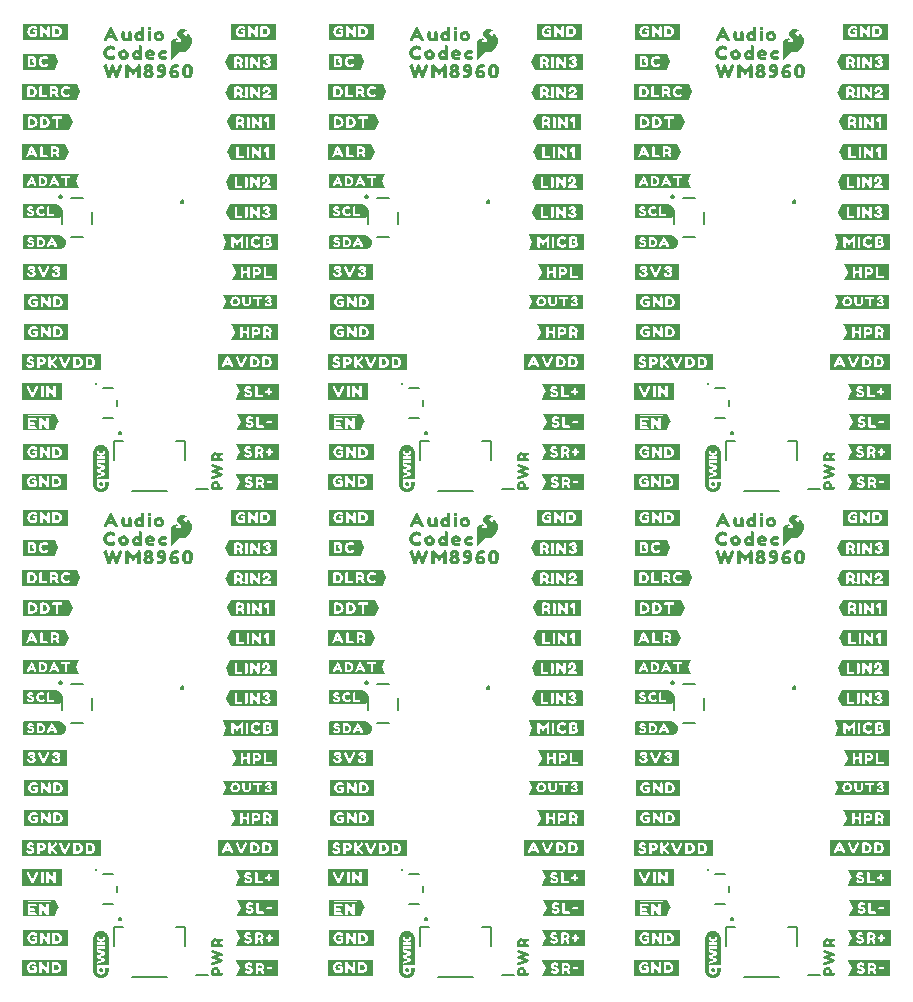
<source format=gto>
G04 EAGLE Gerber RS-274X export*
G75*
%MOMM*%
%FSLAX34Y34*%
%LPD*%
%INSilkscreen Top*%
%IPPOS*%
%AMOC8*
5,1,8,0,0,1.08239X$1,22.5*%
G01*
%ADD10C,0.203200*%
%ADD11C,0.254000*%

G36*
X344718Y518477D02*
X344718Y518477D01*
X344726Y518479D01*
X344926Y518979D01*
X344922Y518992D01*
X344929Y518997D01*
X344929Y531797D01*
X344910Y531823D01*
X344910Y531837D01*
X344510Y532137D01*
X344492Y532137D01*
X344490Y532140D01*
X344486Y532140D01*
X344480Y532147D01*
X281480Y532147D01*
X281472Y532140D01*
X281462Y532143D01*
X281458Y532130D01*
X281433Y532111D01*
X281418Y532129D01*
X281389Y532136D01*
X281386Y532140D01*
X281380Y532147D01*
X278480Y532147D01*
X278471Y532140D01*
X278466Y532140D01*
X278464Y532138D01*
X278458Y532141D01*
X278058Y531941D01*
X278046Y531917D01*
X278033Y531907D01*
X278037Y531902D01*
X278031Y531897D01*
X278031Y518997D01*
X278039Y518987D01*
X278034Y518979D01*
X278234Y518479D01*
X278275Y518455D01*
X278280Y518448D01*
X344680Y518448D01*
X344718Y518477D01*
G37*
G36*
X603798Y518477D02*
X603798Y518477D01*
X603806Y518479D01*
X604006Y518979D01*
X604002Y518992D01*
X604009Y518997D01*
X604009Y531797D01*
X603990Y531823D01*
X603990Y531837D01*
X603590Y532137D01*
X603572Y532137D01*
X603570Y532140D01*
X603566Y532140D01*
X603560Y532147D01*
X540560Y532147D01*
X540552Y532140D01*
X540542Y532143D01*
X540538Y532130D01*
X540513Y532111D01*
X540498Y532129D01*
X540469Y532136D01*
X540466Y532140D01*
X540460Y532147D01*
X537560Y532147D01*
X537551Y532140D01*
X537546Y532140D01*
X537544Y532138D01*
X537538Y532141D01*
X537138Y531941D01*
X537126Y531917D01*
X537113Y531907D01*
X537117Y531902D01*
X537111Y531897D01*
X537111Y518997D01*
X537119Y518987D01*
X537114Y518979D01*
X537314Y518479D01*
X537355Y518455D01*
X537360Y518448D01*
X603760Y518448D01*
X603798Y518477D01*
G37*
G36*
X85638Y518477D02*
X85638Y518477D01*
X85646Y518479D01*
X85846Y518979D01*
X85842Y518992D01*
X85849Y518997D01*
X85849Y531797D01*
X85830Y531823D01*
X85830Y531837D01*
X85430Y532137D01*
X85412Y532137D01*
X85410Y532140D01*
X85406Y532140D01*
X85400Y532147D01*
X22400Y532147D01*
X22392Y532140D01*
X22382Y532143D01*
X22378Y532130D01*
X22353Y532111D01*
X22338Y532129D01*
X22309Y532136D01*
X22306Y532140D01*
X22300Y532147D01*
X19400Y532147D01*
X19391Y532140D01*
X19386Y532140D01*
X19384Y532138D01*
X19378Y532141D01*
X18978Y531941D01*
X18966Y531917D01*
X18953Y531907D01*
X18957Y531902D01*
X18951Y531897D01*
X18951Y518997D01*
X18959Y518987D01*
X18954Y518979D01*
X19154Y518479D01*
X19195Y518455D01*
X19200Y518448D01*
X85600Y518448D01*
X85638Y518477D01*
G37*
G36*
X603798Y106997D02*
X603798Y106997D01*
X603806Y106999D01*
X604006Y107499D01*
X604002Y107512D01*
X604009Y107517D01*
X604009Y120317D01*
X603990Y120343D01*
X603990Y120357D01*
X603590Y120657D01*
X603572Y120657D01*
X603570Y120660D01*
X603566Y120660D01*
X603560Y120667D01*
X540560Y120667D01*
X540552Y120660D01*
X540542Y120663D01*
X540538Y120650D01*
X540513Y120631D01*
X540498Y120649D01*
X540469Y120656D01*
X540466Y120660D01*
X540460Y120667D01*
X537560Y120667D01*
X537551Y120660D01*
X537546Y120660D01*
X537544Y120658D01*
X537538Y120661D01*
X537138Y120461D01*
X537126Y120437D01*
X537113Y120427D01*
X537117Y120422D01*
X537111Y120417D01*
X537111Y107517D01*
X537119Y107507D01*
X537114Y107499D01*
X537314Y106999D01*
X537355Y106975D01*
X537360Y106968D01*
X603760Y106968D01*
X603798Y106997D01*
G37*
G36*
X344718Y106997D02*
X344718Y106997D01*
X344726Y106999D01*
X344926Y107499D01*
X344922Y107512D01*
X344929Y107517D01*
X344929Y120317D01*
X344910Y120343D01*
X344910Y120357D01*
X344510Y120657D01*
X344492Y120657D01*
X344490Y120660D01*
X344486Y120660D01*
X344480Y120667D01*
X281480Y120667D01*
X281472Y120660D01*
X281462Y120663D01*
X281458Y120650D01*
X281433Y120631D01*
X281418Y120649D01*
X281389Y120656D01*
X281386Y120660D01*
X281380Y120667D01*
X278480Y120667D01*
X278471Y120660D01*
X278466Y120660D01*
X278464Y120658D01*
X278458Y120661D01*
X278058Y120461D01*
X278046Y120437D01*
X278033Y120427D01*
X278037Y120422D01*
X278031Y120417D01*
X278031Y107517D01*
X278039Y107507D01*
X278034Y107499D01*
X278234Y106999D01*
X278275Y106975D01*
X278280Y106968D01*
X344680Y106968D01*
X344718Y106997D01*
G37*
G36*
X85638Y106997D02*
X85638Y106997D01*
X85646Y106999D01*
X85846Y107499D01*
X85842Y107512D01*
X85849Y107517D01*
X85849Y120317D01*
X85830Y120343D01*
X85830Y120357D01*
X85430Y120657D01*
X85412Y120657D01*
X85410Y120660D01*
X85406Y120660D01*
X85400Y120667D01*
X22400Y120667D01*
X22392Y120660D01*
X22382Y120663D01*
X22378Y120650D01*
X22353Y120631D01*
X22338Y120649D01*
X22309Y120656D01*
X22306Y120660D01*
X22300Y120667D01*
X19400Y120667D01*
X19391Y120660D01*
X19386Y120660D01*
X19384Y120658D01*
X19378Y120661D01*
X18978Y120461D01*
X18966Y120437D01*
X18953Y120427D01*
X18957Y120422D01*
X18951Y120417D01*
X18951Y107517D01*
X18959Y107507D01*
X18954Y107499D01*
X19154Y106999D01*
X19195Y106975D01*
X19200Y106968D01*
X85600Y106968D01*
X85638Y106997D01*
G37*
G36*
X235355Y518713D02*
X235355Y518713D01*
X235352Y518716D01*
X235356Y518718D01*
X235456Y519318D01*
X235453Y519323D01*
X235456Y519326D01*
X235456Y532226D01*
X235421Y532273D01*
X235417Y532270D01*
X235414Y532275D01*
X234714Y532375D01*
X234710Y532372D01*
X234707Y532375D01*
X184707Y532375D01*
X184660Y532339D01*
X184662Y532336D01*
X184659Y532334D01*
X184559Y531734D01*
X184561Y531729D01*
X184558Y531726D01*
X184558Y518826D01*
X184594Y518779D01*
X184597Y518781D01*
X184599Y518777D01*
X185199Y518677D01*
X185205Y518680D01*
X185207Y518677D01*
X235307Y518677D01*
X235355Y518713D01*
G37*
G36*
X494435Y107233D02*
X494435Y107233D01*
X494432Y107236D01*
X494436Y107238D01*
X494536Y107838D01*
X494533Y107843D01*
X494536Y107846D01*
X494536Y120746D01*
X494501Y120793D01*
X494497Y120790D01*
X494494Y120795D01*
X493794Y120895D01*
X493790Y120892D01*
X493787Y120895D01*
X443787Y120895D01*
X443740Y120859D01*
X443742Y120856D01*
X443739Y120854D01*
X443639Y120254D01*
X443641Y120249D01*
X443638Y120246D01*
X443638Y107346D01*
X443674Y107299D01*
X443677Y107301D01*
X443679Y107297D01*
X444279Y107197D01*
X444285Y107200D01*
X444287Y107197D01*
X494387Y107197D01*
X494435Y107233D01*
G37*
G36*
X235355Y107233D02*
X235355Y107233D01*
X235352Y107236D01*
X235356Y107238D01*
X235456Y107838D01*
X235453Y107843D01*
X235456Y107846D01*
X235456Y120746D01*
X235421Y120793D01*
X235417Y120790D01*
X235414Y120795D01*
X234714Y120895D01*
X234710Y120892D01*
X234707Y120895D01*
X184707Y120895D01*
X184660Y120859D01*
X184662Y120856D01*
X184659Y120854D01*
X184559Y120254D01*
X184561Y120249D01*
X184558Y120246D01*
X184558Y107346D01*
X184594Y107299D01*
X184597Y107301D01*
X184599Y107297D01*
X185199Y107197D01*
X185205Y107200D01*
X185207Y107197D01*
X235307Y107197D01*
X235355Y107233D01*
G37*
G36*
X494435Y518713D02*
X494435Y518713D01*
X494432Y518716D01*
X494436Y518718D01*
X494536Y519318D01*
X494533Y519323D01*
X494536Y519326D01*
X494536Y532226D01*
X494501Y532273D01*
X494497Y532270D01*
X494494Y532275D01*
X493794Y532375D01*
X493790Y532372D01*
X493787Y532375D01*
X443787Y532375D01*
X443740Y532339D01*
X443742Y532336D01*
X443739Y532334D01*
X443639Y531734D01*
X443641Y531729D01*
X443638Y531726D01*
X443638Y518826D01*
X443674Y518779D01*
X443677Y518781D01*
X443679Y518777D01*
X444279Y518677D01*
X444285Y518680D01*
X444287Y518677D01*
X494387Y518677D01*
X494435Y518713D01*
G37*
G36*
X753515Y518713D02*
X753515Y518713D01*
X753512Y518716D01*
X753516Y518718D01*
X753616Y519318D01*
X753613Y519323D01*
X753616Y519326D01*
X753616Y532226D01*
X753581Y532273D01*
X753577Y532270D01*
X753574Y532275D01*
X752874Y532375D01*
X752870Y532372D01*
X752867Y532375D01*
X702867Y532375D01*
X702820Y532339D01*
X702822Y532336D01*
X702819Y532334D01*
X702719Y531734D01*
X702721Y531729D01*
X702718Y531726D01*
X702718Y518826D01*
X702754Y518779D01*
X702757Y518781D01*
X702759Y518777D01*
X703359Y518677D01*
X703365Y518680D01*
X703367Y518677D01*
X753467Y518677D01*
X753515Y518713D01*
G37*
G36*
X753515Y107233D02*
X753515Y107233D01*
X753512Y107236D01*
X753516Y107238D01*
X753616Y107838D01*
X753613Y107843D01*
X753616Y107846D01*
X753616Y120746D01*
X753581Y120793D01*
X753577Y120790D01*
X753574Y120795D01*
X752874Y120895D01*
X752870Y120892D01*
X752867Y120895D01*
X702867Y120895D01*
X702820Y120859D01*
X702822Y120856D01*
X702819Y120854D01*
X702719Y120254D01*
X702721Y120249D01*
X702718Y120246D01*
X702718Y107346D01*
X702754Y107299D01*
X702757Y107301D01*
X702759Y107297D01*
X703359Y107197D01*
X703365Y107200D01*
X703367Y107197D01*
X753467Y107197D01*
X753515Y107233D01*
G37*
G36*
X323945Y335917D02*
X323945Y335917D01*
X323959Y335917D01*
X324359Y336417D01*
X324359Y336425D01*
X324364Y336426D01*
X327364Y342426D01*
X327363Y342432D01*
X327368Y342435D01*
X327362Y342442D01*
X327369Y342448D01*
X327369Y343048D01*
X327360Y343060D01*
X327364Y343069D01*
X324364Y349169D01*
X324354Y349175D01*
X324355Y349182D01*
X323955Y349582D01*
X323930Y349586D01*
X323927Y349590D01*
X323926Y349590D01*
X323920Y349597D01*
X279120Y349597D01*
X279115Y349593D01*
X279112Y349596D01*
X278512Y349496D01*
X278476Y349457D01*
X278473Y349455D01*
X278471Y349453D01*
X278474Y349450D01*
X278471Y349448D01*
X278471Y335948D01*
X278507Y335900D01*
X278514Y335906D01*
X278520Y335898D01*
X323920Y335898D01*
X323945Y335917D01*
G37*
G36*
X583025Y747397D02*
X583025Y747397D01*
X583039Y747397D01*
X583439Y747897D01*
X583439Y747905D01*
X583444Y747906D01*
X586444Y753906D01*
X586443Y753912D01*
X586448Y753915D01*
X586442Y753922D01*
X586449Y753928D01*
X586449Y754528D01*
X586440Y754540D01*
X586444Y754549D01*
X583444Y760649D01*
X583434Y760655D01*
X583435Y760662D01*
X583035Y761062D01*
X583010Y761066D01*
X583007Y761070D01*
X583006Y761070D01*
X583000Y761077D01*
X538200Y761077D01*
X538195Y761073D01*
X538192Y761076D01*
X537592Y760976D01*
X537556Y760937D01*
X537553Y760935D01*
X537551Y760933D01*
X537554Y760930D01*
X537551Y760928D01*
X537551Y747428D01*
X537587Y747380D01*
X537594Y747386D01*
X537600Y747378D01*
X583000Y747378D01*
X583025Y747397D01*
G37*
G36*
X64865Y747397D02*
X64865Y747397D01*
X64879Y747397D01*
X65279Y747897D01*
X65279Y747905D01*
X65284Y747906D01*
X68284Y753906D01*
X68283Y753912D01*
X68288Y753915D01*
X68282Y753922D01*
X68289Y753928D01*
X68289Y754528D01*
X68280Y754540D01*
X68284Y754549D01*
X65284Y760649D01*
X65274Y760655D01*
X65275Y760662D01*
X64875Y761062D01*
X64850Y761066D01*
X64847Y761070D01*
X64846Y761070D01*
X64840Y761077D01*
X20040Y761077D01*
X20035Y761073D01*
X20032Y761076D01*
X19432Y760976D01*
X19396Y760937D01*
X19393Y760935D01*
X19391Y760933D01*
X19394Y760930D01*
X19391Y760928D01*
X19391Y747428D01*
X19427Y747380D01*
X19434Y747386D01*
X19440Y747378D01*
X64840Y747378D01*
X64865Y747397D01*
G37*
G36*
X323945Y747397D02*
X323945Y747397D01*
X323959Y747397D01*
X324359Y747897D01*
X324359Y747905D01*
X324364Y747906D01*
X327364Y753906D01*
X327363Y753912D01*
X327368Y753915D01*
X327362Y753922D01*
X327369Y753928D01*
X327369Y754528D01*
X327360Y754540D01*
X327364Y754549D01*
X324364Y760649D01*
X324354Y760655D01*
X324355Y760662D01*
X323955Y761062D01*
X323930Y761066D01*
X323927Y761070D01*
X323926Y761070D01*
X323920Y761077D01*
X279120Y761077D01*
X279115Y761073D01*
X279112Y761076D01*
X278512Y760976D01*
X278476Y760937D01*
X278473Y760935D01*
X278471Y760933D01*
X278474Y760930D01*
X278471Y760928D01*
X278471Y747428D01*
X278507Y747380D01*
X278514Y747386D01*
X278520Y747378D01*
X323920Y747378D01*
X323945Y747397D01*
G37*
G36*
X583025Y335917D02*
X583025Y335917D01*
X583039Y335917D01*
X583439Y336417D01*
X583439Y336425D01*
X583444Y336426D01*
X586444Y342426D01*
X586443Y342432D01*
X586448Y342435D01*
X586442Y342442D01*
X586449Y342448D01*
X586449Y343048D01*
X586440Y343060D01*
X586444Y343069D01*
X583444Y349169D01*
X583434Y349175D01*
X583435Y349182D01*
X583035Y349582D01*
X583010Y349586D01*
X583007Y349590D01*
X583006Y349590D01*
X583000Y349597D01*
X538200Y349597D01*
X538195Y349593D01*
X538192Y349596D01*
X537592Y349496D01*
X537556Y349457D01*
X537553Y349455D01*
X537551Y349453D01*
X537554Y349450D01*
X537551Y349448D01*
X537551Y335948D01*
X537587Y335900D01*
X537594Y335906D01*
X537600Y335898D01*
X583000Y335898D01*
X583025Y335917D01*
G37*
G36*
X64865Y335917D02*
X64865Y335917D01*
X64879Y335917D01*
X65279Y336417D01*
X65279Y336425D01*
X65284Y336426D01*
X68284Y342426D01*
X68283Y342432D01*
X68288Y342435D01*
X68282Y342442D01*
X68289Y342448D01*
X68289Y343048D01*
X68280Y343060D01*
X68284Y343069D01*
X65284Y349169D01*
X65274Y349175D01*
X65275Y349182D01*
X64875Y349582D01*
X64850Y349586D01*
X64847Y349590D01*
X64846Y349590D01*
X64840Y349597D01*
X20040Y349597D01*
X20035Y349593D01*
X20032Y349596D01*
X19432Y349496D01*
X19396Y349457D01*
X19393Y349455D01*
X19391Y349453D01*
X19394Y349450D01*
X19391Y349448D01*
X19391Y335948D01*
X19427Y335900D01*
X19434Y335906D01*
X19440Y335898D01*
X64840Y335898D01*
X64865Y335917D01*
G37*
G36*
X753441Y208724D02*
X753441Y208724D01*
X753448Y208726D01*
X753648Y209226D01*
X753645Y209239D01*
X753652Y209244D01*
X753652Y222144D01*
X753623Y222183D01*
X753621Y222190D01*
X753121Y222390D01*
X753108Y222387D01*
X753103Y222394D01*
X707203Y222394D01*
X707155Y222358D01*
X707159Y222353D01*
X707157Y222351D01*
X707162Y222343D01*
X707154Y222335D01*
X707254Y221835D01*
X707261Y221829D01*
X707258Y221823D01*
X710251Y215737D01*
X710155Y215160D01*
X707159Y209166D01*
X707161Y209155D01*
X707157Y209152D01*
X707163Y209144D01*
X707163Y209143D01*
X707155Y209132D01*
X707255Y208732D01*
X707301Y208695D01*
X707302Y208696D01*
X707303Y208695D01*
X753403Y208695D01*
X753441Y208724D01*
G37*
G36*
X235281Y208724D02*
X235281Y208724D01*
X235288Y208726D01*
X235488Y209226D01*
X235485Y209239D01*
X235492Y209244D01*
X235492Y222144D01*
X235463Y222183D01*
X235461Y222190D01*
X234961Y222390D01*
X234948Y222387D01*
X234943Y222394D01*
X189043Y222394D01*
X188995Y222358D01*
X188999Y222353D01*
X188997Y222351D01*
X189002Y222343D01*
X188994Y222335D01*
X189094Y221835D01*
X189101Y221829D01*
X189098Y221823D01*
X192091Y215737D01*
X191995Y215160D01*
X188999Y209166D01*
X189001Y209155D01*
X188997Y209152D01*
X189003Y209144D01*
X189003Y209143D01*
X188995Y209132D01*
X189095Y208732D01*
X189141Y208695D01*
X189142Y208696D01*
X189143Y208695D01*
X235243Y208695D01*
X235281Y208724D01*
G37*
G36*
X753441Y620204D02*
X753441Y620204D01*
X753448Y620206D01*
X753648Y620706D01*
X753645Y620719D01*
X753652Y620724D01*
X753652Y633624D01*
X753623Y633663D01*
X753621Y633670D01*
X753121Y633870D01*
X753108Y633867D01*
X753103Y633874D01*
X707203Y633874D01*
X707155Y633838D01*
X707159Y633833D01*
X707157Y633831D01*
X707162Y633823D01*
X707154Y633815D01*
X707254Y633315D01*
X707261Y633309D01*
X707258Y633303D01*
X710251Y627217D01*
X710155Y626640D01*
X707159Y620646D01*
X707161Y620635D01*
X707157Y620632D01*
X707163Y620624D01*
X707163Y620623D01*
X707155Y620612D01*
X707255Y620212D01*
X707301Y620175D01*
X707302Y620176D01*
X707303Y620175D01*
X753403Y620175D01*
X753441Y620204D01*
G37*
G36*
X235281Y620204D02*
X235281Y620204D01*
X235288Y620206D01*
X235488Y620706D01*
X235485Y620719D01*
X235492Y620724D01*
X235492Y633624D01*
X235463Y633663D01*
X235461Y633670D01*
X234961Y633870D01*
X234948Y633867D01*
X234943Y633874D01*
X189043Y633874D01*
X188995Y633838D01*
X188999Y633833D01*
X188997Y633831D01*
X189002Y633823D01*
X188994Y633815D01*
X189094Y633315D01*
X189101Y633309D01*
X189098Y633303D01*
X192091Y627217D01*
X191995Y626640D01*
X188999Y620646D01*
X189001Y620635D01*
X188997Y620632D01*
X189003Y620624D01*
X189003Y620623D01*
X188995Y620612D01*
X189095Y620212D01*
X189141Y620175D01*
X189142Y620176D01*
X189143Y620175D01*
X235243Y620175D01*
X235281Y620204D01*
G37*
G36*
X494361Y620204D02*
X494361Y620204D01*
X494368Y620206D01*
X494568Y620706D01*
X494565Y620719D01*
X494572Y620724D01*
X494572Y633624D01*
X494543Y633663D01*
X494541Y633670D01*
X494041Y633870D01*
X494028Y633867D01*
X494023Y633874D01*
X448123Y633874D01*
X448075Y633838D01*
X448079Y633833D01*
X448077Y633831D01*
X448082Y633823D01*
X448074Y633815D01*
X448174Y633315D01*
X448181Y633309D01*
X448178Y633303D01*
X451171Y627217D01*
X451075Y626640D01*
X448079Y620646D01*
X448081Y620635D01*
X448077Y620632D01*
X448083Y620624D01*
X448083Y620623D01*
X448075Y620612D01*
X448175Y620212D01*
X448221Y620175D01*
X448222Y620176D01*
X448223Y620175D01*
X494323Y620175D01*
X494361Y620204D01*
G37*
G36*
X494361Y208724D02*
X494361Y208724D01*
X494368Y208726D01*
X494568Y209226D01*
X494565Y209239D01*
X494572Y209244D01*
X494572Y222144D01*
X494543Y222183D01*
X494541Y222190D01*
X494041Y222390D01*
X494028Y222387D01*
X494023Y222394D01*
X448123Y222394D01*
X448075Y222358D01*
X448079Y222353D01*
X448077Y222351D01*
X448082Y222343D01*
X448074Y222335D01*
X448174Y221835D01*
X448181Y221829D01*
X448178Y221823D01*
X451171Y215737D01*
X451075Y215160D01*
X448079Y209166D01*
X448081Y209155D01*
X448077Y209152D01*
X448083Y209144D01*
X448083Y209143D01*
X448075Y209132D01*
X448175Y208732D01*
X448221Y208695D01*
X448222Y208696D01*
X448223Y208695D01*
X494323Y208695D01*
X494361Y208724D01*
G37*
G36*
X752843Y335588D02*
X752843Y335588D01*
X752856Y335588D01*
X753156Y335988D01*
X753156Y335995D01*
X753160Y335998D01*
X753156Y336003D01*
X753156Y336010D01*
X753166Y336017D01*
X753166Y348917D01*
X753147Y348943D01*
X753147Y348957D01*
X752747Y349257D01*
X752729Y349257D01*
X752726Y349260D01*
X752722Y349260D01*
X752717Y349267D01*
X713017Y349267D01*
X712999Y349253D01*
X712986Y349256D01*
X712486Y348856D01*
X712483Y348841D01*
X712473Y348839D01*
X709473Y342839D01*
X709475Y342829D01*
X709468Y342826D01*
X709368Y342226D01*
X709379Y342206D01*
X709373Y342195D01*
X712473Y336095D01*
X712480Y336092D01*
X712479Y336087D01*
X712879Y335587D01*
X712909Y335579D01*
X712917Y335568D01*
X752817Y335568D01*
X752843Y335588D01*
G37*
G36*
X493763Y747068D02*
X493763Y747068D01*
X493776Y747068D01*
X494076Y747468D01*
X494076Y747475D01*
X494080Y747478D01*
X494076Y747483D01*
X494076Y747490D01*
X494086Y747497D01*
X494086Y760397D01*
X494067Y760423D01*
X494067Y760437D01*
X493667Y760737D01*
X493649Y760737D01*
X493646Y760740D01*
X493642Y760740D01*
X493637Y760747D01*
X453937Y760747D01*
X453919Y760733D01*
X453906Y760736D01*
X453406Y760336D01*
X453403Y760321D01*
X453393Y760319D01*
X450393Y754319D01*
X450395Y754309D01*
X450388Y754306D01*
X450288Y753706D01*
X450299Y753686D01*
X450293Y753675D01*
X453393Y747575D01*
X453400Y747572D01*
X453399Y747567D01*
X453799Y747067D01*
X453829Y747059D01*
X453837Y747048D01*
X493737Y747048D01*
X493763Y747068D01*
G37*
G36*
X752843Y747068D02*
X752843Y747068D01*
X752856Y747068D01*
X753156Y747468D01*
X753156Y747475D01*
X753160Y747478D01*
X753156Y747483D01*
X753156Y747490D01*
X753166Y747497D01*
X753166Y760397D01*
X753147Y760423D01*
X753147Y760437D01*
X752747Y760737D01*
X752729Y760737D01*
X752726Y760740D01*
X752722Y760740D01*
X752717Y760747D01*
X713017Y760747D01*
X712999Y760733D01*
X712986Y760736D01*
X712486Y760336D01*
X712483Y760321D01*
X712473Y760319D01*
X709473Y754319D01*
X709475Y754309D01*
X709468Y754306D01*
X709368Y753706D01*
X709379Y753686D01*
X709373Y753675D01*
X712473Y747575D01*
X712480Y747572D01*
X712479Y747567D01*
X712879Y747067D01*
X712909Y747059D01*
X712917Y747048D01*
X752817Y747048D01*
X752843Y747068D01*
G37*
G36*
X234683Y335588D02*
X234683Y335588D01*
X234696Y335588D01*
X234996Y335988D01*
X234996Y335995D01*
X235000Y335998D01*
X234996Y336003D01*
X234996Y336010D01*
X235006Y336017D01*
X235006Y348917D01*
X234987Y348943D01*
X234987Y348957D01*
X234587Y349257D01*
X234569Y349257D01*
X234566Y349260D01*
X234562Y349260D01*
X234557Y349267D01*
X194857Y349267D01*
X194839Y349253D01*
X194826Y349256D01*
X194326Y348856D01*
X194323Y348841D01*
X194313Y348839D01*
X191313Y342839D01*
X191315Y342829D01*
X191308Y342826D01*
X191208Y342226D01*
X191219Y342206D01*
X191213Y342195D01*
X194313Y336095D01*
X194320Y336092D01*
X194319Y336087D01*
X194719Y335587D01*
X194749Y335579D01*
X194757Y335568D01*
X234657Y335568D01*
X234683Y335588D01*
G37*
G36*
X493763Y335588D02*
X493763Y335588D01*
X493776Y335588D01*
X494076Y335988D01*
X494076Y335995D01*
X494080Y335998D01*
X494076Y336003D01*
X494076Y336010D01*
X494086Y336017D01*
X494086Y348917D01*
X494067Y348943D01*
X494067Y348957D01*
X493667Y349257D01*
X493649Y349257D01*
X493646Y349260D01*
X493642Y349260D01*
X493637Y349267D01*
X453937Y349267D01*
X453919Y349253D01*
X453906Y349256D01*
X453406Y348856D01*
X453403Y348841D01*
X453393Y348839D01*
X450393Y342839D01*
X450395Y342829D01*
X450388Y342826D01*
X450288Y342226D01*
X450299Y342206D01*
X450293Y342195D01*
X453393Y336095D01*
X453400Y336092D01*
X453399Y336087D01*
X453799Y335587D01*
X453829Y335579D01*
X453837Y335568D01*
X493737Y335568D01*
X493763Y335588D01*
G37*
G36*
X234683Y747068D02*
X234683Y747068D01*
X234696Y747068D01*
X234996Y747468D01*
X234996Y747475D01*
X235000Y747478D01*
X234996Y747483D01*
X234996Y747490D01*
X235006Y747497D01*
X235006Y760397D01*
X234987Y760423D01*
X234987Y760437D01*
X234587Y760737D01*
X234569Y760737D01*
X234566Y760740D01*
X234562Y760740D01*
X234557Y760747D01*
X194857Y760747D01*
X194839Y760733D01*
X194826Y760736D01*
X194326Y760336D01*
X194323Y760321D01*
X194313Y760319D01*
X191313Y754319D01*
X191315Y754309D01*
X191308Y754306D01*
X191208Y753706D01*
X191219Y753686D01*
X191213Y753675D01*
X194313Y747575D01*
X194320Y747572D01*
X194319Y747567D01*
X194719Y747067D01*
X194749Y747059D01*
X194757Y747048D01*
X234657Y747048D01*
X234683Y747068D01*
G37*
G36*
X752635Y360981D02*
X752635Y360981D01*
X752647Y360978D01*
X753047Y361278D01*
X753051Y361294D01*
X753058Y361300D01*
X753054Y361305D01*
X753056Y361309D01*
X753066Y361317D01*
X753066Y374217D01*
X753053Y374235D01*
X753056Y374247D01*
X752756Y374647D01*
X752725Y374656D01*
X752717Y374667D01*
X713317Y374667D01*
X713308Y374660D01*
X713301Y374664D01*
X712701Y374464D01*
X712686Y374442D01*
X712673Y374439D01*
X709373Y367839D01*
X709375Y367830D01*
X709371Y367827D01*
X709377Y367820D01*
X709379Y367808D01*
X709373Y367796D01*
X712673Y361096D01*
X712704Y361080D01*
X712710Y361069D01*
X713410Y360969D01*
X713415Y360971D01*
X713417Y360968D01*
X752617Y360968D01*
X752635Y360981D01*
G37*
G36*
X234475Y360981D02*
X234475Y360981D01*
X234487Y360978D01*
X234887Y361278D01*
X234891Y361294D01*
X234898Y361300D01*
X234894Y361305D01*
X234896Y361309D01*
X234906Y361317D01*
X234906Y374217D01*
X234893Y374235D01*
X234896Y374247D01*
X234596Y374647D01*
X234565Y374656D01*
X234557Y374667D01*
X195157Y374667D01*
X195148Y374660D01*
X195141Y374664D01*
X194541Y374464D01*
X194526Y374442D01*
X194513Y374439D01*
X191213Y367839D01*
X191215Y367830D01*
X191211Y367827D01*
X191217Y367820D01*
X191219Y367808D01*
X191213Y367796D01*
X194513Y361096D01*
X194544Y361080D01*
X194550Y361069D01*
X195250Y360969D01*
X195255Y360971D01*
X195257Y360968D01*
X234457Y360968D01*
X234475Y360981D01*
G37*
G36*
X493555Y772461D02*
X493555Y772461D01*
X493567Y772458D01*
X493967Y772758D01*
X493971Y772774D01*
X493978Y772780D01*
X493974Y772785D01*
X493976Y772789D01*
X493986Y772797D01*
X493986Y785697D01*
X493973Y785715D01*
X493976Y785727D01*
X493676Y786127D01*
X493645Y786136D01*
X493637Y786147D01*
X454237Y786147D01*
X454228Y786140D01*
X454221Y786144D01*
X453621Y785944D01*
X453606Y785922D01*
X453593Y785919D01*
X450293Y779319D01*
X450295Y779310D01*
X450291Y779307D01*
X450297Y779300D01*
X450299Y779288D01*
X450293Y779276D01*
X453593Y772576D01*
X453624Y772560D01*
X453630Y772549D01*
X454330Y772449D01*
X454335Y772451D01*
X454337Y772448D01*
X493537Y772448D01*
X493555Y772461D01*
G37*
G36*
X752635Y772461D02*
X752635Y772461D01*
X752647Y772458D01*
X753047Y772758D01*
X753051Y772774D01*
X753058Y772780D01*
X753054Y772785D01*
X753056Y772789D01*
X753066Y772797D01*
X753066Y785697D01*
X753053Y785715D01*
X753056Y785727D01*
X752756Y786127D01*
X752725Y786136D01*
X752717Y786147D01*
X713317Y786147D01*
X713308Y786140D01*
X713301Y786144D01*
X712701Y785944D01*
X712686Y785922D01*
X712673Y785919D01*
X709373Y779319D01*
X709375Y779310D01*
X709371Y779307D01*
X709377Y779300D01*
X709379Y779288D01*
X709373Y779276D01*
X712673Y772576D01*
X712704Y772560D01*
X712710Y772549D01*
X713410Y772449D01*
X713415Y772451D01*
X713417Y772448D01*
X752617Y772448D01*
X752635Y772461D01*
G37*
G36*
X234475Y772461D02*
X234475Y772461D01*
X234487Y772458D01*
X234887Y772758D01*
X234891Y772774D01*
X234898Y772780D01*
X234894Y772785D01*
X234896Y772789D01*
X234906Y772797D01*
X234906Y785697D01*
X234893Y785715D01*
X234896Y785727D01*
X234596Y786127D01*
X234565Y786136D01*
X234557Y786147D01*
X195157Y786147D01*
X195148Y786140D01*
X195141Y786144D01*
X194541Y785944D01*
X194526Y785922D01*
X194513Y785919D01*
X191213Y779319D01*
X191215Y779310D01*
X191211Y779307D01*
X191217Y779300D01*
X191219Y779288D01*
X191213Y779276D01*
X194513Y772576D01*
X194544Y772560D01*
X194550Y772549D01*
X195250Y772449D01*
X195255Y772451D01*
X195257Y772448D01*
X234457Y772448D01*
X234475Y772461D01*
G37*
G36*
X493555Y360981D02*
X493555Y360981D01*
X493567Y360978D01*
X493967Y361278D01*
X493971Y361294D01*
X493978Y361300D01*
X493974Y361305D01*
X493976Y361309D01*
X493986Y361317D01*
X493986Y374217D01*
X493973Y374235D01*
X493976Y374247D01*
X493676Y374647D01*
X493645Y374656D01*
X493637Y374667D01*
X454237Y374667D01*
X454228Y374660D01*
X454221Y374664D01*
X453621Y374464D01*
X453606Y374442D01*
X453593Y374439D01*
X450293Y367839D01*
X450295Y367830D01*
X450291Y367827D01*
X450297Y367820D01*
X450299Y367808D01*
X450293Y367796D01*
X453593Y361096D01*
X453624Y361080D01*
X453630Y361069D01*
X454330Y360969D01*
X454335Y360971D01*
X454337Y360968D01*
X493537Y360968D01*
X493555Y360981D01*
G37*
G36*
X752443Y670868D02*
X752443Y670868D01*
X752456Y670868D01*
X752756Y671268D01*
X752756Y671275D01*
X752760Y671278D01*
X752756Y671283D01*
X752756Y671290D01*
X752766Y671297D01*
X752766Y684197D01*
X752750Y684219D01*
X752752Y684232D01*
X752452Y684532D01*
X752427Y684536D01*
X752424Y684540D01*
X752422Y684540D01*
X752417Y684547D01*
X716517Y684547D01*
X716515Y684545D01*
X716513Y684547D01*
X716510Y684541D01*
X716470Y684511D01*
X716474Y684505D01*
X716472Y684504D01*
X716479Y684494D01*
X716474Y684485D01*
X716463Y684514D01*
X716421Y684542D01*
X716417Y684547D01*
X713517Y684547D01*
X713508Y684540D01*
X713501Y684544D01*
X712901Y684344D01*
X712886Y684322D01*
X712873Y684319D01*
X709873Y678219D01*
X709874Y678214D01*
X709870Y678213D01*
X709670Y677613D01*
X709672Y677609D01*
X709671Y677609D01*
X709673Y677606D01*
X709679Y677587D01*
X709673Y677575D01*
X712773Y671475D01*
X713073Y670875D01*
X713110Y670857D01*
X713117Y670848D01*
X752417Y670848D01*
X752443Y670868D01*
G37*
G36*
X234283Y670868D02*
X234283Y670868D01*
X234296Y670868D01*
X234596Y671268D01*
X234596Y671275D01*
X234600Y671278D01*
X234596Y671283D01*
X234596Y671290D01*
X234606Y671297D01*
X234606Y684197D01*
X234590Y684219D01*
X234592Y684232D01*
X234292Y684532D01*
X234267Y684536D01*
X234264Y684540D01*
X234262Y684540D01*
X234257Y684547D01*
X198357Y684547D01*
X198355Y684545D01*
X198353Y684547D01*
X198350Y684541D01*
X198310Y684511D01*
X198314Y684505D01*
X198312Y684504D01*
X198319Y684494D01*
X198314Y684485D01*
X198303Y684514D01*
X198261Y684542D01*
X198257Y684547D01*
X195357Y684547D01*
X195348Y684540D01*
X195341Y684544D01*
X194741Y684344D01*
X194726Y684322D01*
X194713Y684319D01*
X191713Y678219D01*
X191714Y678214D01*
X191710Y678213D01*
X191510Y677613D01*
X191512Y677609D01*
X191511Y677609D01*
X191513Y677606D01*
X191519Y677587D01*
X191513Y677575D01*
X194613Y671475D01*
X194913Y670875D01*
X194950Y670857D01*
X194957Y670848D01*
X234257Y670848D01*
X234283Y670868D01*
G37*
G36*
X493363Y670868D02*
X493363Y670868D01*
X493376Y670868D01*
X493676Y671268D01*
X493676Y671275D01*
X493680Y671278D01*
X493676Y671283D01*
X493676Y671290D01*
X493686Y671297D01*
X493686Y684197D01*
X493670Y684219D01*
X493672Y684232D01*
X493372Y684532D01*
X493347Y684536D01*
X493344Y684540D01*
X493342Y684540D01*
X493337Y684547D01*
X457437Y684547D01*
X457435Y684545D01*
X457433Y684547D01*
X457430Y684541D01*
X457390Y684511D01*
X457394Y684505D01*
X457392Y684504D01*
X457399Y684494D01*
X457394Y684485D01*
X457383Y684514D01*
X457341Y684542D01*
X457337Y684547D01*
X454437Y684547D01*
X454428Y684540D01*
X454421Y684544D01*
X453821Y684344D01*
X453806Y684322D01*
X453793Y684319D01*
X450793Y678219D01*
X450794Y678214D01*
X450790Y678213D01*
X450590Y677613D01*
X450592Y677609D01*
X450591Y677609D01*
X450593Y677606D01*
X450599Y677587D01*
X450593Y677575D01*
X453693Y671475D01*
X453993Y670875D01*
X454030Y670857D01*
X454037Y670848D01*
X493337Y670848D01*
X493363Y670868D01*
G37*
G36*
X493363Y259388D02*
X493363Y259388D01*
X493376Y259388D01*
X493676Y259788D01*
X493676Y259795D01*
X493680Y259798D01*
X493676Y259803D01*
X493676Y259810D01*
X493686Y259817D01*
X493686Y272717D01*
X493670Y272739D01*
X493672Y272752D01*
X493372Y273052D01*
X493347Y273056D01*
X493344Y273060D01*
X493342Y273060D01*
X493337Y273067D01*
X457437Y273067D01*
X457435Y273065D01*
X457433Y273067D01*
X457430Y273061D01*
X457390Y273031D01*
X457394Y273025D01*
X457392Y273024D01*
X457399Y273014D01*
X457394Y273005D01*
X457383Y273034D01*
X457341Y273062D01*
X457337Y273067D01*
X454437Y273067D01*
X454428Y273060D01*
X454421Y273064D01*
X453821Y272864D01*
X453806Y272842D01*
X453793Y272839D01*
X450793Y266739D01*
X450794Y266734D01*
X450790Y266733D01*
X450590Y266133D01*
X450592Y266129D01*
X450591Y266129D01*
X450593Y266126D01*
X450599Y266107D01*
X450593Y266095D01*
X453693Y259995D01*
X453993Y259395D01*
X454030Y259377D01*
X454037Y259368D01*
X493337Y259368D01*
X493363Y259388D01*
G37*
G36*
X234283Y259388D02*
X234283Y259388D01*
X234296Y259388D01*
X234596Y259788D01*
X234596Y259795D01*
X234600Y259798D01*
X234596Y259803D01*
X234596Y259810D01*
X234606Y259817D01*
X234606Y272717D01*
X234590Y272739D01*
X234592Y272752D01*
X234292Y273052D01*
X234267Y273056D01*
X234264Y273060D01*
X234262Y273060D01*
X234257Y273067D01*
X198357Y273067D01*
X198355Y273065D01*
X198353Y273067D01*
X198350Y273061D01*
X198310Y273031D01*
X198314Y273025D01*
X198312Y273024D01*
X198319Y273014D01*
X198314Y273005D01*
X198303Y273034D01*
X198261Y273062D01*
X198257Y273067D01*
X195357Y273067D01*
X195348Y273060D01*
X195341Y273064D01*
X194741Y272864D01*
X194726Y272842D01*
X194713Y272839D01*
X191713Y266739D01*
X191714Y266734D01*
X191710Y266733D01*
X191510Y266133D01*
X191512Y266129D01*
X191511Y266129D01*
X191513Y266126D01*
X191519Y266107D01*
X191513Y266095D01*
X194613Y259995D01*
X194913Y259395D01*
X194950Y259377D01*
X194957Y259368D01*
X234257Y259368D01*
X234283Y259388D01*
G37*
G36*
X752443Y259388D02*
X752443Y259388D01*
X752456Y259388D01*
X752756Y259788D01*
X752756Y259795D01*
X752760Y259798D01*
X752756Y259803D01*
X752756Y259810D01*
X752766Y259817D01*
X752766Y272717D01*
X752750Y272739D01*
X752752Y272752D01*
X752452Y273052D01*
X752427Y273056D01*
X752424Y273060D01*
X752422Y273060D01*
X752417Y273067D01*
X716517Y273067D01*
X716515Y273065D01*
X716513Y273067D01*
X716510Y273061D01*
X716470Y273031D01*
X716474Y273025D01*
X716472Y273024D01*
X716479Y273014D01*
X716474Y273005D01*
X716463Y273034D01*
X716421Y273062D01*
X716417Y273067D01*
X713517Y273067D01*
X713508Y273060D01*
X713501Y273064D01*
X712901Y272864D01*
X712886Y272842D01*
X712873Y272839D01*
X709873Y266739D01*
X709874Y266734D01*
X709870Y266733D01*
X709670Y266133D01*
X709672Y266129D01*
X709671Y266129D01*
X709673Y266126D01*
X709679Y266107D01*
X709673Y266095D01*
X712773Y259995D01*
X713073Y259395D01*
X713110Y259377D01*
X713117Y259368D01*
X752417Y259368D01*
X752443Y259388D01*
G37*
G36*
X752232Y645459D02*
X752232Y645459D01*
X752242Y645455D01*
X752742Y645755D01*
X752750Y645774D01*
X752757Y645780D01*
X752754Y645784D01*
X752756Y645790D01*
X752766Y645797D01*
X752766Y658597D01*
X752755Y658612D01*
X752759Y658623D01*
X752459Y659123D01*
X752425Y659137D01*
X752417Y659147D01*
X713817Y659147D01*
X713813Y659143D01*
X713810Y659146D01*
X713110Y659046D01*
X713086Y659022D01*
X713073Y659019D01*
X709773Y652419D01*
X709775Y652409D01*
X709771Y652406D01*
X709777Y652398D01*
X709778Y652393D01*
X709770Y652382D01*
X709970Y651782D01*
X709974Y651779D01*
X709973Y651776D01*
X712973Y645676D01*
X712997Y645663D01*
X713001Y645651D01*
X713601Y645451D01*
X713612Y645454D01*
X713617Y645448D01*
X752217Y645448D01*
X752232Y645459D01*
G37*
G36*
X234072Y233979D02*
X234072Y233979D01*
X234082Y233975D01*
X234582Y234275D01*
X234590Y234294D01*
X234597Y234300D01*
X234594Y234304D01*
X234596Y234310D01*
X234606Y234317D01*
X234606Y247117D01*
X234595Y247132D01*
X234599Y247143D01*
X234299Y247643D01*
X234265Y247657D01*
X234257Y247667D01*
X195657Y247667D01*
X195653Y247663D01*
X195650Y247666D01*
X194950Y247566D01*
X194926Y247542D01*
X194913Y247539D01*
X191613Y240939D01*
X191615Y240929D01*
X191611Y240926D01*
X191617Y240918D01*
X191618Y240913D01*
X191610Y240902D01*
X191810Y240302D01*
X191814Y240299D01*
X191813Y240296D01*
X194813Y234196D01*
X194837Y234183D01*
X194841Y234171D01*
X195441Y233971D01*
X195452Y233974D01*
X195457Y233968D01*
X234057Y233968D01*
X234072Y233979D01*
G37*
G36*
X752232Y233979D02*
X752232Y233979D01*
X752242Y233975D01*
X752742Y234275D01*
X752750Y234294D01*
X752757Y234300D01*
X752754Y234304D01*
X752756Y234310D01*
X752766Y234317D01*
X752766Y247117D01*
X752755Y247132D01*
X752759Y247143D01*
X752459Y247643D01*
X752425Y247657D01*
X752417Y247667D01*
X713817Y247667D01*
X713813Y247663D01*
X713810Y247666D01*
X713110Y247566D01*
X713086Y247542D01*
X713073Y247539D01*
X709773Y240939D01*
X709775Y240929D01*
X709771Y240926D01*
X709777Y240918D01*
X709778Y240913D01*
X709770Y240902D01*
X709970Y240302D01*
X709974Y240299D01*
X709973Y240296D01*
X712973Y234196D01*
X712997Y234183D01*
X713001Y234171D01*
X713601Y233971D01*
X713612Y233974D01*
X713617Y233968D01*
X752217Y233968D01*
X752232Y233979D01*
G37*
G36*
X493152Y233979D02*
X493152Y233979D01*
X493162Y233975D01*
X493662Y234275D01*
X493670Y234294D01*
X493677Y234300D01*
X493674Y234304D01*
X493676Y234310D01*
X493686Y234317D01*
X493686Y247117D01*
X493675Y247132D01*
X493679Y247143D01*
X493379Y247643D01*
X493345Y247657D01*
X493337Y247667D01*
X454737Y247667D01*
X454733Y247663D01*
X454730Y247666D01*
X454030Y247566D01*
X454006Y247542D01*
X453993Y247539D01*
X450693Y240939D01*
X450695Y240929D01*
X450691Y240926D01*
X450697Y240918D01*
X450698Y240913D01*
X450690Y240902D01*
X450890Y240302D01*
X450894Y240299D01*
X450893Y240296D01*
X453893Y234196D01*
X453917Y234183D01*
X453921Y234171D01*
X454521Y233971D01*
X454532Y233974D01*
X454537Y233968D01*
X493137Y233968D01*
X493152Y233979D01*
G37*
G36*
X234072Y645459D02*
X234072Y645459D01*
X234082Y645455D01*
X234582Y645755D01*
X234590Y645774D01*
X234597Y645780D01*
X234594Y645784D01*
X234596Y645790D01*
X234606Y645797D01*
X234606Y658597D01*
X234595Y658612D01*
X234599Y658623D01*
X234299Y659123D01*
X234265Y659137D01*
X234257Y659147D01*
X195657Y659147D01*
X195653Y659143D01*
X195650Y659146D01*
X194950Y659046D01*
X194926Y659022D01*
X194913Y659019D01*
X191613Y652419D01*
X191615Y652409D01*
X191611Y652406D01*
X191617Y652398D01*
X191618Y652393D01*
X191610Y652382D01*
X191810Y651782D01*
X191814Y651779D01*
X191813Y651776D01*
X194813Y645676D01*
X194837Y645663D01*
X194841Y645651D01*
X195441Y645451D01*
X195452Y645454D01*
X195457Y645448D01*
X234057Y645448D01*
X234072Y645459D01*
G37*
G36*
X493152Y645459D02*
X493152Y645459D01*
X493162Y645455D01*
X493662Y645755D01*
X493670Y645774D01*
X493677Y645780D01*
X493674Y645784D01*
X493676Y645790D01*
X493686Y645797D01*
X493686Y658597D01*
X493675Y658612D01*
X493679Y658623D01*
X493379Y659123D01*
X493345Y659137D01*
X493337Y659147D01*
X454737Y659147D01*
X454733Y659143D01*
X454730Y659146D01*
X454030Y659046D01*
X454006Y659022D01*
X453993Y659019D01*
X450693Y652419D01*
X450695Y652409D01*
X450691Y652406D01*
X450697Y652398D01*
X450698Y652393D01*
X450690Y652382D01*
X450890Y651782D01*
X450894Y651779D01*
X450893Y651776D01*
X453893Y645676D01*
X453917Y645663D01*
X453921Y645651D01*
X454521Y645451D01*
X454532Y645454D01*
X454537Y645448D01*
X493137Y645448D01*
X493152Y645459D01*
G37*
G36*
X538368Y672651D02*
X538368Y672651D01*
X538381Y672648D01*
X538405Y672668D01*
X538404Y672667D01*
X538432Y672660D01*
X538449Y672637D01*
X585749Y672637D01*
X585754Y672640D01*
X585758Y672638D01*
X585763Y672648D01*
X585797Y672673D01*
X585784Y672690D01*
X585794Y672708D01*
X582903Y678588D01*
X583094Y679066D01*
X585793Y684364D01*
X585783Y684423D01*
X585767Y684420D01*
X585761Y684434D01*
X585361Y684534D01*
X585353Y684531D01*
X585349Y684536D01*
X537949Y684536D01*
X537902Y684500D01*
X537904Y684497D01*
X537901Y684496D01*
X537801Y683996D01*
X537804Y683990D01*
X537800Y683986D01*
X537800Y672686D01*
X537836Y672639D01*
X537844Y672645D01*
X537849Y672637D01*
X538349Y672637D01*
X538368Y672651D01*
G37*
G36*
X279288Y672651D02*
X279288Y672651D01*
X279301Y672648D01*
X279325Y672668D01*
X279324Y672667D01*
X279352Y672660D01*
X279369Y672637D01*
X326669Y672637D01*
X326674Y672640D01*
X326678Y672638D01*
X326683Y672648D01*
X326717Y672673D01*
X326704Y672690D01*
X326714Y672708D01*
X323823Y678588D01*
X324014Y679066D01*
X326713Y684364D01*
X326703Y684423D01*
X326687Y684420D01*
X326681Y684434D01*
X326281Y684534D01*
X326273Y684531D01*
X326269Y684536D01*
X278869Y684536D01*
X278822Y684500D01*
X278824Y684497D01*
X278821Y684496D01*
X278721Y683996D01*
X278724Y683990D01*
X278720Y683986D01*
X278720Y672686D01*
X278756Y672639D01*
X278764Y672645D01*
X278769Y672637D01*
X279269Y672637D01*
X279288Y672651D01*
G37*
G36*
X538368Y261171D02*
X538368Y261171D01*
X538381Y261168D01*
X538405Y261188D01*
X538404Y261187D01*
X538432Y261180D01*
X538449Y261157D01*
X585749Y261157D01*
X585754Y261160D01*
X585758Y261158D01*
X585763Y261168D01*
X585797Y261193D01*
X585784Y261210D01*
X585794Y261228D01*
X582903Y267108D01*
X583094Y267586D01*
X585793Y272884D01*
X585783Y272943D01*
X585767Y272940D01*
X585761Y272954D01*
X585361Y273054D01*
X585353Y273051D01*
X585349Y273056D01*
X537949Y273056D01*
X537902Y273020D01*
X537904Y273017D01*
X537901Y273016D01*
X537801Y272516D01*
X537804Y272510D01*
X537800Y272506D01*
X537800Y261206D01*
X537836Y261159D01*
X537844Y261165D01*
X537849Y261157D01*
X538349Y261157D01*
X538368Y261171D01*
G37*
G36*
X20208Y672651D02*
X20208Y672651D01*
X20221Y672648D01*
X20245Y672668D01*
X20244Y672667D01*
X20272Y672660D01*
X20289Y672637D01*
X67589Y672637D01*
X67594Y672640D01*
X67598Y672638D01*
X67603Y672648D01*
X67637Y672673D01*
X67624Y672690D01*
X67634Y672708D01*
X64743Y678588D01*
X64934Y679066D01*
X67633Y684364D01*
X67623Y684423D01*
X67607Y684420D01*
X67601Y684434D01*
X67201Y684534D01*
X67193Y684531D01*
X67189Y684536D01*
X19789Y684536D01*
X19742Y684500D01*
X19744Y684497D01*
X19741Y684496D01*
X19641Y683996D01*
X19644Y683990D01*
X19640Y683986D01*
X19640Y672686D01*
X19676Y672639D01*
X19684Y672645D01*
X19689Y672637D01*
X20189Y672637D01*
X20208Y672651D01*
G37*
G36*
X279288Y261171D02*
X279288Y261171D01*
X279301Y261168D01*
X279325Y261188D01*
X279324Y261187D01*
X279352Y261180D01*
X279369Y261157D01*
X326669Y261157D01*
X326674Y261160D01*
X326678Y261158D01*
X326683Y261168D01*
X326717Y261193D01*
X326704Y261210D01*
X326714Y261228D01*
X323823Y267108D01*
X324014Y267586D01*
X326713Y272884D01*
X326703Y272943D01*
X326687Y272940D01*
X326681Y272954D01*
X326281Y273054D01*
X326273Y273051D01*
X326269Y273056D01*
X278869Y273056D01*
X278822Y273020D01*
X278824Y273017D01*
X278821Y273016D01*
X278721Y272516D01*
X278724Y272510D01*
X278720Y272506D01*
X278720Y261206D01*
X278756Y261159D01*
X278764Y261165D01*
X278769Y261157D01*
X279269Y261157D01*
X279288Y261171D01*
G37*
G36*
X20208Y261171D02*
X20208Y261171D01*
X20221Y261168D01*
X20245Y261188D01*
X20244Y261187D01*
X20272Y261180D01*
X20289Y261157D01*
X67589Y261157D01*
X67594Y261160D01*
X67598Y261158D01*
X67603Y261168D01*
X67637Y261193D01*
X67624Y261210D01*
X67634Y261228D01*
X64743Y267108D01*
X64934Y267586D01*
X67633Y272884D01*
X67623Y272943D01*
X67607Y272940D01*
X67601Y272954D01*
X67201Y273054D01*
X67193Y273051D01*
X67189Y273056D01*
X19789Y273056D01*
X19742Y273020D01*
X19744Y273017D01*
X19741Y273016D01*
X19641Y272516D01*
X19644Y272510D01*
X19640Y272506D01*
X19640Y261206D01*
X19676Y261159D01*
X19684Y261165D01*
X19689Y261157D01*
X20189Y261157D01*
X20208Y261171D01*
G37*
G36*
X57822Y310248D02*
X57822Y310248D01*
X57825Y310245D01*
X58525Y310345D01*
X58549Y310369D01*
X58562Y310372D01*
X61862Y317072D01*
X61861Y317075D01*
X61863Y317077D01*
X61860Y317081D01*
X61856Y317104D01*
X61862Y317116D01*
X58562Y323716D01*
X58537Y323728D01*
X58533Y323740D01*
X57933Y323940D01*
X57922Y323937D01*
X57918Y323943D01*
X23418Y323943D01*
X23414Y323940D01*
X23409Y323942D01*
X23404Y323933D01*
X23370Y323907D01*
X23375Y323901D01*
X23374Y323900D01*
X23382Y323889D01*
X23379Y323883D01*
X23361Y323916D01*
X23325Y323934D01*
X23318Y323943D01*
X20118Y323943D01*
X20070Y323907D01*
X20073Y323904D01*
X20069Y323902D01*
X19969Y323302D01*
X19972Y323296D01*
X19968Y323294D01*
X19968Y310394D01*
X20004Y310346D01*
X20007Y310348D01*
X20008Y310345D01*
X20508Y310245D01*
X20514Y310248D01*
X20518Y310244D01*
X57818Y310244D01*
X57822Y310248D01*
G37*
G36*
X575982Y721728D02*
X575982Y721728D01*
X575985Y721725D01*
X576685Y721825D01*
X576709Y721849D01*
X576722Y721852D01*
X580022Y728552D01*
X580021Y728555D01*
X580023Y728557D01*
X580020Y728561D01*
X580016Y728584D01*
X580022Y728596D01*
X576722Y735196D01*
X576697Y735208D01*
X576693Y735220D01*
X576093Y735420D01*
X576082Y735417D01*
X576078Y735423D01*
X541578Y735423D01*
X541574Y735420D01*
X541569Y735422D01*
X541564Y735413D01*
X541530Y735387D01*
X541535Y735381D01*
X541534Y735380D01*
X541542Y735369D01*
X541539Y735363D01*
X541521Y735396D01*
X541485Y735414D01*
X541478Y735423D01*
X538278Y735423D01*
X538230Y735387D01*
X538233Y735384D01*
X538229Y735382D01*
X538129Y734782D01*
X538132Y734776D01*
X538128Y734774D01*
X538128Y721874D01*
X538164Y721826D01*
X538167Y721828D01*
X538168Y721825D01*
X538668Y721725D01*
X538674Y721728D01*
X538678Y721724D01*
X575978Y721724D01*
X575982Y721728D01*
G37*
G36*
X316902Y721728D02*
X316902Y721728D01*
X316905Y721725D01*
X317605Y721825D01*
X317629Y721849D01*
X317642Y721852D01*
X320942Y728552D01*
X320941Y728555D01*
X320943Y728557D01*
X320940Y728561D01*
X320936Y728584D01*
X320942Y728596D01*
X317642Y735196D01*
X317617Y735208D01*
X317613Y735220D01*
X317013Y735420D01*
X317002Y735417D01*
X316998Y735423D01*
X282498Y735423D01*
X282494Y735420D01*
X282489Y735422D01*
X282484Y735413D01*
X282450Y735387D01*
X282455Y735381D01*
X282454Y735380D01*
X282462Y735369D01*
X282459Y735363D01*
X282441Y735396D01*
X282405Y735414D01*
X282398Y735423D01*
X279198Y735423D01*
X279150Y735387D01*
X279153Y735384D01*
X279149Y735382D01*
X279049Y734782D01*
X279052Y734776D01*
X279048Y734774D01*
X279048Y721874D01*
X279084Y721826D01*
X279087Y721828D01*
X279088Y721825D01*
X279588Y721725D01*
X279594Y721728D01*
X279598Y721724D01*
X316898Y721724D01*
X316902Y721728D01*
G37*
G36*
X57822Y721728D02*
X57822Y721728D01*
X57825Y721725D01*
X58525Y721825D01*
X58549Y721849D01*
X58562Y721852D01*
X61862Y728552D01*
X61861Y728555D01*
X61863Y728557D01*
X61860Y728561D01*
X61856Y728584D01*
X61862Y728596D01*
X58562Y735196D01*
X58537Y735208D01*
X58533Y735220D01*
X57933Y735420D01*
X57922Y735417D01*
X57918Y735423D01*
X23418Y735423D01*
X23414Y735420D01*
X23409Y735422D01*
X23404Y735413D01*
X23370Y735387D01*
X23375Y735381D01*
X23374Y735380D01*
X23382Y735369D01*
X23379Y735363D01*
X23361Y735396D01*
X23325Y735414D01*
X23318Y735423D01*
X20118Y735423D01*
X20070Y735387D01*
X20073Y735384D01*
X20069Y735382D01*
X19969Y734782D01*
X19972Y734776D01*
X19968Y734774D01*
X19968Y721874D01*
X20004Y721826D01*
X20007Y721828D01*
X20008Y721825D01*
X20508Y721725D01*
X20514Y721728D01*
X20518Y721724D01*
X57818Y721724D01*
X57822Y721728D01*
G37*
G36*
X575982Y310248D02*
X575982Y310248D01*
X575985Y310245D01*
X576685Y310345D01*
X576709Y310369D01*
X576722Y310372D01*
X580022Y317072D01*
X580021Y317075D01*
X580023Y317077D01*
X580020Y317081D01*
X580016Y317104D01*
X580022Y317116D01*
X576722Y323716D01*
X576697Y323728D01*
X576693Y323740D01*
X576093Y323940D01*
X576082Y323937D01*
X576078Y323943D01*
X541578Y323943D01*
X541574Y323940D01*
X541569Y323942D01*
X541564Y323933D01*
X541530Y323907D01*
X541535Y323901D01*
X541534Y323900D01*
X541542Y323889D01*
X541539Y323883D01*
X541521Y323916D01*
X541485Y323934D01*
X541478Y323943D01*
X538278Y323943D01*
X538230Y323907D01*
X538233Y323904D01*
X538229Y323902D01*
X538129Y323302D01*
X538132Y323296D01*
X538128Y323294D01*
X538128Y310394D01*
X538164Y310346D01*
X538167Y310348D01*
X538168Y310345D01*
X538668Y310245D01*
X538674Y310248D01*
X538678Y310244D01*
X575978Y310244D01*
X575982Y310248D01*
G37*
G36*
X316902Y310248D02*
X316902Y310248D01*
X316905Y310245D01*
X317605Y310345D01*
X317629Y310369D01*
X317642Y310372D01*
X320942Y317072D01*
X320941Y317075D01*
X320943Y317077D01*
X320940Y317081D01*
X320936Y317104D01*
X320942Y317116D01*
X317642Y323716D01*
X317617Y323728D01*
X317613Y323740D01*
X317013Y323940D01*
X317002Y323937D01*
X316998Y323943D01*
X282498Y323943D01*
X282494Y323940D01*
X282489Y323942D01*
X282484Y323933D01*
X282450Y323907D01*
X282455Y323901D01*
X282454Y323900D01*
X282462Y323889D01*
X282459Y323883D01*
X282441Y323916D01*
X282405Y323934D01*
X282398Y323943D01*
X279198Y323943D01*
X279150Y323907D01*
X279153Y323904D01*
X279149Y323902D01*
X279049Y323302D01*
X279052Y323296D01*
X279048Y323294D01*
X279048Y310394D01*
X279084Y310346D01*
X279087Y310348D01*
X279088Y310345D01*
X279588Y310245D01*
X279594Y310248D01*
X279598Y310244D01*
X316898Y310244D01*
X316902Y310248D01*
G37*
G36*
X492255Y721661D02*
X492255Y721661D01*
X492267Y721658D01*
X492667Y721958D01*
X492671Y721974D01*
X492678Y721980D01*
X492674Y721985D01*
X492676Y721989D01*
X492686Y721997D01*
X492686Y734897D01*
X492673Y734915D01*
X492676Y734927D01*
X492376Y735327D01*
X492345Y735336D01*
X492337Y735347D01*
X455537Y735347D01*
X455528Y735340D01*
X455524Y735340D01*
X455519Y735343D01*
X455019Y735143D01*
X455006Y735122D01*
X454993Y735120D01*
X451893Y729120D01*
X451895Y729113D01*
X451890Y729111D01*
X451690Y728411D01*
X451699Y728387D01*
X451693Y728375D01*
X454993Y721775D01*
X455023Y721761D01*
X455029Y721749D01*
X455629Y721649D01*
X455634Y721652D01*
X455637Y721648D01*
X492237Y721648D01*
X492255Y721661D01*
G37*
G36*
X492255Y310181D02*
X492255Y310181D01*
X492267Y310178D01*
X492667Y310478D01*
X492671Y310494D01*
X492678Y310500D01*
X492674Y310505D01*
X492676Y310509D01*
X492686Y310517D01*
X492686Y323417D01*
X492673Y323435D01*
X492676Y323447D01*
X492376Y323847D01*
X492345Y323856D01*
X492337Y323867D01*
X455537Y323867D01*
X455528Y323860D01*
X455524Y323860D01*
X455519Y323863D01*
X455019Y323663D01*
X455006Y323642D01*
X454993Y323640D01*
X451893Y317640D01*
X451895Y317633D01*
X451890Y317631D01*
X451690Y316931D01*
X451699Y316907D01*
X451693Y316895D01*
X454993Y310295D01*
X455023Y310281D01*
X455029Y310269D01*
X455629Y310169D01*
X455634Y310172D01*
X455637Y310168D01*
X492237Y310168D01*
X492255Y310181D01*
G37*
G36*
X751335Y310181D02*
X751335Y310181D01*
X751347Y310178D01*
X751747Y310478D01*
X751751Y310494D01*
X751758Y310500D01*
X751754Y310505D01*
X751756Y310509D01*
X751766Y310517D01*
X751766Y323417D01*
X751753Y323435D01*
X751756Y323447D01*
X751456Y323847D01*
X751425Y323856D01*
X751417Y323867D01*
X714617Y323867D01*
X714608Y323860D01*
X714604Y323860D01*
X714599Y323863D01*
X714099Y323663D01*
X714086Y323642D01*
X714073Y323640D01*
X710973Y317640D01*
X710975Y317633D01*
X710970Y317631D01*
X710770Y316931D01*
X710779Y316907D01*
X710773Y316895D01*
X714073Y310295D01*
X714103Y310281D01*
X714109Y310269D01*
X714709Y310169D01*
X714714Y310172D01*
X714717Y310168D01*
X751317Y310168D01*
X751335Y310181D01*
G37*
G36*
X233175Y310181D02*
X233175Y310181D01*
X233187Y310178D01*
X233587Y310478D01*
X233591Y310494D01*
X233598Y310500D01*
X233594Y310505D01*
X233596Y310509D01*
X233606Y310517D01*
X233606Y323417D01*
X233593Y323435D01*
X233596Y323447D01*
X233296Y323847D01*
X233265Y323856D01*
X233257Y323867D01*
X196457Y323867D01*
X196448Y323860D01*
X196444Y323860D01*
X196439Y323863D01*
X195939Y323663D01*
X195926Y323642D01*
X195913Y323640D01*
X192813Y317640D01*
X192815Y317633D01*
X192810Y317631D01*
X192610Y316931D01*
X192619Y316907D01*
X192613Y316895D01*
X195913Y310295D01*
X195943Y310281D01*
X195949Y310269D01*
X196549Y310169D01*
X196554Y310172D01*
X196557Y310168D01*
X233157Y310168D01*
X233175Y310181D01*
G37*
G36*
X233175Y721661D02*
X233175Y721661D01*
X233187Y721658D01*
X233587Y721958D01*
X233591Y721974D01*
X233598Y721980D01*
X233594Y721985D01*
X233596Y721989D01*
X233606Y721997D01*
X233606Y734897D01*
X233593Y734915D01*
X233596Y734927D01*
X233296Y735327D01*
X233265Y735336D01*
X233257Y735347D01*
X196457Y735347D01*
X196448Y735340D01*
X196444Y735340D01*
X196439Y735343D01*
X195939Y735143D01*
X195926Y735122D01*
X195913Y735120D01*
X192813Y729120D01*
X192815Y729113D01*
X192810Y729111D01*
X192610Y728411D01*
X192619Y728387D01*
X192613Y728375D01*
X195913Y721775D01*
X195943Y721761D01*
X195949Y721749D01*
X196549Y721649D01*
X196554Y721652D01*
X196557Y721648D01*
X233157Y721648D01*
X233175Y721661D01*
G37*
G36*
X751335Y721661D02*
X751335Y721661D01*
X751347Y721658D01*
X751747Y721958D01*
X751751Y721974D01*
X751758Y721980D01*
X751754Y721985D01*
X751756Y721989D01*
X751766Y721997D01*
X751766Y734897D01*
X751753Y734915D01*
X751756Y734927D01*
X751456Y735327D01*
X751425Y735336D01*
X751417Y735347D01*
X714617Y735347D01*
X714608Y735340D01*
X714604Y735340D01*
X714599Y735343D01*
X714099Y735143D01*
X714086Y735122D01*
X714073Y735120D01*
X710973Y729120D01*
X710975Y729113D01*
X710970Y729111D01*
X710770Y728411D01*
X710779Y728387D01*
X710773Y728375D01*
X714073Y721775D01*
X714103Y721761D01*
X714109Y721749D01*
X714709Y721649D01*
X714714Y721652D01*
X714717Y721648D01*
X751317Y721648D01*
X751335Y721661D01*
G37*
G36*
X752887Y159160D02*
X752887Y159160D01*
X752896Y159156D01*
X753296Y159356D01*
X753306Y159377D01*
X753315Y159384D01*
X753312Y159388D01*
X753315Y159393D01*
X753323Y159400D01*
X753323Y170600D01*
X753310Y170618D01*
X753313Y170630D01*
X753013Y171030D01*
X752982Y171039D01*
X752974Y171049D01*
X707374Y171049D01*
X707370Y171046D01*
X707365Y171048D01*
X707360Y171039D01*
X707327Y171013D01*
X707339Y170997D01*
X707330Y170978D01*
X710220Y165198D01*
X710029Y164720D01*
X707430Y159321D01*
X707432Y159312D01*
X707431Y159312D01*
X707432Y159311D01*
X707441Y159263D01*
X707454Y159266D01*
X707458Y159253D01*
X707758Y159153D01*
X707769Y159157D01*
X707774Y159151D01*
X752874Y159151D01*
X752887Y159160D01*
G37*
G36*
X493807Y159160D02*
X493807Y159160D01*
X493816Y159156D01*
X494216Y159356D01*
X494226Y159377D01*
X494235Y159384D01*
X494232Y159388D01*
X494235Y159393D01*
X494243Y159400D01*
X494243Y170600D01*
X494230Y170618D01*
X494233Y170630D01*
X493933Y171030D01*
X493902Y171039D01*
X493894Y171049D01*
X448294Y171049D01*
X448290Y171046D01*
X448285Y171048D01*
X448280Y171039D01*
X448247Y171013D01*
X448259Y170997D01*
X448250Y170978D01*
X451140Y165198D01*
X450949Y164720D01*
X448350Y159321D01*
X448352Y159312D01*
X448351Y159312D01*
X448352Y159311D01*
X448361Y159263D01*
X448374Y159266D01*
X448378Y159253D01*
X448678Y159153D01*
X448689Y159157D01*
X448694Y159151D01*
X493794Y159151D01*
X493807Y159160D01*
G37*
G36*
X234727Y159160D02*
X234727Y159160D01*
X234736Y159156D01*
X235136Y159356D01*
X235146Y159377D01*
X235155Y159384D01*
X235152Y159388D01*
X235155Y159393D01*
X235163Y159400D01*
X235163Y170600D01*
X235150Y170618D01*
X235153Y170630D01*
X234853Y171030D01*
X234822Y171039D01*
X234814Y171049D01*
X189214Y171049D01*
X189210Y171046D01*
X189205Y171048D01*
X189200Y171039D01*
X189167Y171013D01*
X189179Y170997D01*
X189170Y170978D01*
X192060Y165198D01*
X191869Y164720D01*
X189270Y159321D01*
X189272Y159312D01*
X189271Y159312D01*
X189272Y159311D01*
X189281Y159263D01*
X189294Y159266D01*
X189298Y159253D01*
X189598Y159153D01*
X189609Y159157D01*
X189614Y159151D01*
X234714Y159151D01*
X234727Y159160D01*
G37*
G36*
X752887Y570640D02*
X752887Y570640D01*
X752896Y570636D01*
X753296Y570836D01*
X753306Y570857D01*
X753315Y570864D01*
X753312Y570868D01*
X753315Y570873D01*
X753323Y570880D01*
X753323Y582080D01*
X753310Y582098D01*
X753313Y582110D01*
X753013Y582510D01*
X752982Y582519D01*
X752974Y582529D01*
X707374Y582529D01*
X707370Y582526D01*
X707365Y582528D01*
X707360Y582519D01*
X707327Y582493D01*
X707339Y582477D01*
X707330Y582458D01*
X710220Y576678D01*
X710029Y576200D01*
X707430Y570801D01*
X707432Y570792D01*
X707431Y570792D01*
X707432Y570791D01*
X707441Y570743D01*
X707454Y570746D01*
X707458Y570733D01*
X707758Y570633D01*
X707769Y570637D01*
X707774Y570631D01*
X752874Y570631D01*
X752887Y570640D01*
G37*
G36*
X234727Y570640D02*
X234727Y570640D01*
X234736Y570636D01*
X235136Y570836D01*
X235146Y570857D01*
X235155Y570864D01*
X235152Y570868D01*
X235155Y570873D01*
X235163Y570880D01*
X235163Y582080D01*
X235150Y582098D01*
X235153Y582110D01*
X234853Y582510D01*
X234822Y582519D01*
X234814Y582529D01*
X189214Y582529D01*
X189210Y582526D01*
X189205Y582528D01*
X189200Y582519D01*
X189167Y582493D01*
X189179Y582477D01*
X189170Y582458D01*
X192060Y576678D01*
X191869Y576200D01*
X189270Y570801D01*
X189272Y570792D01*
X189271Y570792D01*
X189272Y570791D01*
X189281Y570743D01*
X189294Y570746D01*
X189298Y570733D01*
X189598Y570633D01*
X189609Y570637D01*
X189614Y570631D01*
X234714Y570631D01*
X234727Y570640D01*
G37*
G36*
X493807Y570640D02*
X493807Y570640D01*
X493816Y570636D01*
X494216Y570836D01*
X494226Y570857D01*
X494235Y570864D01*
X494232Y570868D01*
X494235Y570873D01*
X494243Y570880D01*
X494243Y582080D01*
X494230Y582098D01*
X494233Y582110D01*
X493933Y582510D01*
X493902Y582519D01*
X493894Y582529D01*
X448294Y582529D01*
X448290Y582526D01*
X448285Y582528D01*
X448280Y582519D01*
X448247Y582493D01*
X448259Y582477D01*
X448250Y582458D01*
X451140Y576678D01*
X450949Y576200D01*
X448350Y570801D01*
X448352Y570792D01*
X448351Y570792D01*
X448352Y570791D01*
X448361Y570743D01*
X448374Y570746D01*
X448378Y570733D01*
X448678Y570633D01*
X448689Y570637D01*
X448694Y570631D01*
X493794Y570631D01*
X493807Y570640D01*
G37*
G36*
X232775Y284781D02*
X232775Y284781D01*
X232787Y284778D01*
X233187Y285078D01*
X233191Y285094D01*
X233198Y285100D01*
X233194Y285105D01*
X233196Y285109D01*
X233206Y285117D01*
X233206Y297917D01*
X233198Y297928D01*
X233203Y297936D01*
X233003Y298436D01*
X232962Y298460D01*
X232957Y298467D01*
X196957Y298467D01*
X196952Y298463D01*
X196949Y298466D01*
X196349Y298366D01*
X196327Y298342D01*
X196313Y298340D01*
X192913Y291740D01*
X192915Y291728D01*
X192912Y291726D01*
X192917Y291720D01*
X192919Y291707D01*
X192913Y291695D01*
X193213Y291095D01*
X196213Y284996D01*
X196237Y284983D01*
X196241Y284971D01*
X196841Y284771D01*
X196852Y284774D01*
X196857Y284768D01*
X232757Y284768D01*
X232775Y284781D01*
G37*
G36*
X232775Y696261D02*
X232775Y696261D01*
X232787Y696258D01*
X233187Y696558D01*
X233191Y696574D01*
X233198Y696580D01*
X233194Y696585D01*
X233196Y696589D01*
X233206Y696597D01*
X233206Y709397D01*
X233198Y709408D01*
X233203Y709416D01*
X233003Y709916D01*
X232962Y709940D01*
X232957Y709947D01*
X196957Y709947D01*
X196952Y709943D01*
X196949Y709946D01*
X196349Y709846D01*
X196327Y709822D01*
X196313Y709820D01*
X192913Y703220D01*
X192915Y703208D01*
X192912Y703206D01*
X192917Y703200D01*
X192919Y703187D01*
X192913Y703175D01*
X193213Y702575D01*
X196213Y696476D01*
X196237Y696463D01*
X196241Y696451D01*
X196841Y696251D01*
X196852Y696254D01*
X196857Y696248D01*
X232757Y696248D01*
X232775Y696261D01*
G37*
G36*
X750935Y284781D02*
X750935Y284781D01*
X750947Y284778D01*
X751347Y285078D01*
X751351Y285094D01*
X751358Y285100D01*
X751354Y285105D01*
X751356Y285109D01*
X751366Y285117D01*
X751366Y297917D01*
X751358Y297928D01*
X751363Y297936D01*
X751163Y298436D01*
X751122Y298460D01*
X751117Y298467D01*
X715117Y298467D01*
X715112Y298463D01*
X715109Y298466D01*
X714509Y298366D01*
X714487Y298342D01*
X714473Y298340D01*
X711073Y291740D01*
X711075Y291728D01*
X711072Y291726D01*
X711077Y291720D01*
X711079Y291707D01*
X711073Y291695D01*
X711373Y291095D01*
X714373Y284996D01*
X714397Y284983D01*
X714401Y284971D01*
X715001Y284771D01*
X715012Y284774D01*
X715017Y284768D01*
X750917Y284768D01*
X750935Y284781D01*
G37*
G36*
X750935Y696261D02*
X750935Y696261D01*
X750947Y696258D01*
X751347Y696558D01*
X751351Y696574D01*
X751358Y696580D01*
X751354Y696585D01*
X751356Y696589D01*
X751366Y696597D01*
X751366Y709397D01*
X751358Y709408D01*
X751363Y709416D01*
X751163Y709916D01*
X751122Y709940D01*
X751117Y709947D01*
X715117Y709947D01*
X715112Y709943D01*
X715109Y709946D01*
X714509Y709846D01*
X714487Y709822D01*
X714473Y709820D01*
X711073Y703220D01*
X711075Y703208D01*
X711072Y703206D01*
X711077Y703200D01*
X711079Y703187D01*
X711073Y703175D01*
X711373Y702575D01*
X714373Y696476D01*
X714397Y696463D01*
X714401Y696451D01*
X715001Y696251D01*
X715012Y696254D01*
X715017Y696248D01*
X750917Y696248D01*
X750935Y696261D01*
G37*
G36*
X491855Y696261D02*
X491855Y696261D01*
X491867Y696258D01*
X492267Y696558D01*
X492271Y696574D01*
X492278Y696580D01*
X492274Y696585D01*
X492276Y696589D01*
X492286Y696597D01*
X492286Y709397D01*
X492278Y709408D01*
X492283Y709416D01*
X492083Y709916D01*
X492042Y709940D01*
X492037Y709947D01*
X456037Y709947D01*
X456032Y709943D01*
X456029Y709946D01*
X455429Y709846D01*
X455407Y709822D01*
X455393Y709820D01*
X451993Y703220D01*
X451995Y703208D01*
X451992Y703206D01*
X451997Y703200D01*
X451999Y703187D01*
X451993Y703175D01*
X452293Y702575D01*
X455293Y696476D01*
X455317Y696463D01*
X455321Y696451D01*
X455921Y696251D01*
X455932Y696254D01*
X455937Y696248D01*
X491837Y696248D01*
X491855Y696261D01*
G37*
G36*
X491855Y284781D02*
X491855Y284781D01*
X491867Y284778D01*
X492267Y285078D01*
X492271Y285094D01*
X492278Y285100D01*
X492274Y285105D01*
X492276Y285109D01*
X492286Y285117D01*
X492286Y297917D01*
X492278Y297928D01*
X492283Y297936D01*
X492083Y298436D01*
X492042Y298460D01*
X492037Y298467D01*
X456037Y298467D01*
X456032Y298463D01*
X456029Y298466D01*
X455429Y298366D01*
X455407Y298342D01*
X455393Y298340D01*
X451993Y291740D01*
X451995Y291728D01*
X451992Y291726D01*
X451997Y291720D01*
X451999Y291707D01*
X451993Y291695D01*
X452293Y291095D01*
X455293Y284996D01*
X455317Y284983D01*
X455321Y284971D01*
X455921Y284771D01*
X455932Y284774D01*
X455937Y284768D01*
X491837Y284768D01*
X491855Y284781D01*
G37*
G36*
X573182Y285083D02*
X573182Y285083D01*
X573191Y285078D01*
X573791Y285378D01*
X573801Y285398D01*
X573814Y285400D01*
X576814Y291500D01*
X576812Y291508D01*
X576817Y291511D01*
X576816Y291513D01*
X576818Y291514D01*
X576918Y292114D01*
X576908Y292133D01*
X576913Y292144D01*
X573613Y298744D01*
X573576Y298763D01*
X573569Y298771D01*
X537269Y298771D01*
X537244Y298752D01*
X537230Y298752D01*
X536930Y298352D01*
X536930Y298341D01*
X536922Y298335D01*
X536927Y298328D01*
X536920Y298322D01*
X536920Y285522D01*
X536933Y285505D01*
X536930Y285493D01*
X537230Y285093D01*
X537261Y285084D01*
X537269Y285073D01*
X573169Y285073D01*
X573182Y285083D01*
G37*
G36*
X55022Y696563D02*
X55022Y696563D01*
X55031Y696558D01*
X55631Y696858D01*
X55641Y696878D01*
X55654Y696880D01*
X58654Y702980D01*
X58652Y702988D01*
X58657Y702991D01*
X58656Y702993D01*
X58658Y702994D01*
X58758Y703594D01*
X58748Y703613D01*
X58753Y703624D01*
X55453Y710224D01*
X55416Y710243D01*
X55409Y710251D01*
X19109Y710251D01*
X19084Y710232D01*
X19070Y710232D01*
X18770Y709832D01*
X18770Y709821D01*
X18762Y709815D01*
X18767Y709808D01*
X18760Y709802D01*
X18760Y697002D01*
X18773Y696985D01*
X18770Y696973D01*
X19070Y696573D01*
X19101Y696564D01*
X19109Y696553D01*
X55009Y696553D01*
X55022Y696563D01*
G37*
G36*
X314102Y696563D02*
X314102Y696563D01*
X314111Y696558D01*
X314711Y696858D01*
X314721Y696878D01*
X314734Y696880D01*
X317734Y702980D01*
X317732Y702988D01*
X317737Y702991D01*
X317736Y702993D01*
X317738Y702994D01*
X317838Y703594D01*
X317828Y703613D01*
X317833Y703624D01*
X314533Y710224D01*
X314496Y710243D01*
X314489Y710251D01*
X278189Y710251D01*
X278164Y710232D01*
X278150Y710232D01*
X277850Y709832D01*
X277850Y709821D01*
X277842Y709815D01*
X277847Y709808D01*
X277840Y709802D01*
X277840Y697002D01*
X277853Y696985D01*
X277850Y696973D01*
X278150Y696573D01*
X278181Y696564D01*
X278189Y696553D01*
X314089Y696553D01*
X314102Y696563D01*
G37*
G36*
X573182Y696563D02*
X573182Y696563D01*
X573191Y696558D01*
X573791Y696858D01*
X573801Y696878D01*
X573814Y696880D01*
X576814Y702980D01*
X576812Y702988D01*
X576817Y702991D01*
X576816Y702993D01*
X576818Y702994D01*
X576918Y703594D01*
X576908Y703613D01*
X576913Y703624D01*
X573613Y710224D01*
X573576Y710243D01*
X573569Y710251D01*
X537269Y710251D01*
X537244Y710232D01*
X537230Y710232D01*
X536930Y709832D01*
X536930Y709821D01*
X536922Y709815D01*
X536927Y709808D01*
X536920Y709802D01*
X536920Y697002D01*
X536933Y696985D01*
X536930Y696973D01*
X537230Y696573D01*
X537261Y696564D01*
X537269Y696553D01*
X573169Y696553D01*
X573182Y696563D01*
G37*
G36*
X314102Y285083D02*
X314102Y285083D01*
X314111Y285078D01*
X314711Y285378D01*
X314721Y285398D01*
X314734Y285400D01*
X317734Y291500D01*
X317732Y291508D01*
X317737Y291511D01*
X317736Y291513D01*
X317738Y291514D01*
X317838Y292114D01*
X317828Y292133D01*
X317833Y292144D01*
X314533Y298744D01*
X314496Y298763D01*
X314489Y298771D01*
X278189Y298771D01*
X278164Y298752D01*
X278150Y298752D01*
X277850Y298352D01*
X277850Y298341D01*
X277842Y298335D01*
X277847Y298328D01*
X277840Y298322D01*
X277840Y285522D01*
X277853Y285505D01*
X277850Y285493D01*
X278150Y285093D01*
X278181Y285084D01*
X278189Y285073D01*
X314089Y285073D01*
X314102Y285083D01*
G37*
G36*
X55022Y285083D02*
X55022Y285083D01*
X55031Y285078D01*
X55631Y285378D01*
X55641Y285398D01*
X55654Y285400D01*
X58654Y291500D01*
X58652Y291508D01*
X58657Y291511D01*
X58656Y291513D01*
X58658Y291514D01*
X58758Y292114D01*
X58748Y292133D01*
X58753Y292144D01*
X55453Y298744D01*
X55416Y298763D01*
X55409Y298771D01*
X19109Y298771D01*
X19084Y298752D01*
X19070Y298752D01*
X18770Y298352D01*
X18770Y298341D01*
X18762Y298335D01*
X18767Y298328D01*
X18760Y298322D01*
X18760Y285522D01*
X18773Y285505D01*
X18770Y285493D01*
X19070Y285093D01*
X19101Y285084D01*
X19109Y285073D01*
X55009Y285073D01*
X55022Y285083D01*
G37*
G36*
X575842Y798367D02*
X575842Y798367D01*
X575837Y798374D01*
X575844Y798380D01*
X575844Y811880D01*
X575808Y811927D01*
X575805Y811925D01*
X575803Y811929D01*
X575203Y812029D01*
X575198Y812026D01*
X575195Y812029D01*
X541395Y812029D01*
X541388Y812024D01*
X541379Y812027D01*
X541375Y812014D01*
X541348Y811993D01*
X541353Y811987D01*
X541352Y811986D01*
X541362Y811974D01*
X541361Y811973D01*
X541335Y812009D01*
X541303Y812019D01*
X541295Y812029D01*
X537995Y812029D01*
X537948Y811993D01*
X537951Y811989D01*
X537948Y811986D01*
X537950Y811983D01*
X537946Y811980D01*
X537946Y798480D01*
X537982Y798433D01*
X537985Y798435D01*
X537987Y798431D01*
X538587Y798331D01*
X538592Y798334D01*
X538595Y798331D01*
X575795Y798331D01*
X575842Y798367D01*
G37*
G36*
X752118Y798367D02*
X752118Y798367D01*
X752113Y798374D01*
X752120Y798380D01*
X752120Y811880D01*
X752084Y811927D01*
X752081Y811925D01*
X752079Y811929D01*
X751479Y812029D01*
X751474Y812026D01*
X751471Y812029D01*
X717671Y812029D01*
X717664Y812024D01*
X717655Y812027D01*
X717651Y812014D01*
X717624Y811993D01*
X717629Y811987D01*
X717628Y811986D01*
X717638Y811974D01*
X717637Y811973D01*
X717611Y812009D01*
X717579Y812019D01*
X717571Y812029D01*
X714271Y812029D01*
X714224Y811993D01*
X714227Y811989D01*
X714224Y811986D01*
X714226Y811983D01*
X714222Y811980D01*
X714222Y798480D01*
X714258Y798433D01*
X714261Y798435D01*
X714263Y798431D01*
X714863Y798331D01*
X714868Y798334D01*
X714871Y798331D01*
X752071Y798331D01*
X752118Y798367D01*
G37*
G36*
X316762Y798367D02*
X316762Y798367D01*
X316757Y798374D01*
X316764Y798380D01*
X316764Y811880D01*
X316728Y811927D01*
X316725Y811925D01*
X316723Y811929D01*
X316123Y812029D01*
X316118Y812026D01*
X316115Y812029D01*
X282315Y812029D01*
X282308Y812024D01*
X282299Y812027D01*
X282295Y812014D01*
X282268Y811993D01*
X282273Y811987D01*
X282272Y811986D01*
X282282Y811974D01*
X282281Y811973D01*
X282255Y812009D01*
X282223Y812019D01*
X282215Y812029D01*
X278915Y812029D01*
X278868Y811993D01*
X278871Y811989D01*
X278868Y811986D01*
X278870Y811983D01*
X278866Y811980D01*
X278866Y798480D01*
X278902Y798433D01*
X278905Y798435D01*
X278907Y798431D01*
X279507Y798331D01*
X279512Y798334D01*
X279515Y798331D01*
X316715Y798331D01*
X316762Y798367D01*
G37*
G36*
X233958Y798367D02*
X233958Y798367D01*
X233953Y798374D01*
X233960Y798380D01*
X233960Y811880D01*
X233924Y811927D01*
X233921Y811925D01*
X233919Y811929D01*
X233319Y812029D01*
X233314Y812026D01*
X233311Y812029D01*
X199511Y812029D01*
X199504Y812024D01*
X199495Y812027D01*
X199491Y812014D01*
X199464Y811993D01*
X199469Y811987D01*
X199468Y811986D01*
X199478Y811974D01*
X199477Y811973D01*
X199451Y812009D01*
X199419Y812019D01*
X199411Y812029D01*
X196111Y812029D01*
X196064Y811993D01*
X196067Y811989D01*
X196064Y811986D01*
X196066Y811983D01*
X196062Y811980D01*
X196062Y798480D01*
X196098Y798433D01*
X196101Y798435D01*
X196103Y798431D01*
X196703Y798331D01*
X196708Y798334D01*
X196711Y798331D01*
X233911Y798331D01*
X233958Y798367D01*
G37*
G36*
X493038Y798367D02*
X493038Y798367D01*
X493033Y798374D01*
X493040Y798380D01*
X493040Y811880D01*
X493004Y811927D01*
X493001Y811925D01*
X492999Y811929D01*
X492399Y812029D01*
X492394Y812026D01*
X492391Y812029D01*
X458591Y812029D01*
X458584Y812024D01*
X458575Y812027D01*
X458571Y812014D01*
X458544Y811993D01*
X458549Y811987D01*
X458548Y811986D01*
X458558Y811974D01*
X458557Y811973D01*
X458531Y812009D01*
X458499Y812019D01*
X458491Y812029D01*
X455191Y812029D01*
X455144Y811993D01*
X455147Y811989D01*
X455144Y811986D01*
X455146Y811983D01*
X455142Y811980D01*
X455142Y798480D01*
X455178Y798433D01*
X455181Y798435D01*
X455183Y798431D01*
X455783Y798331D01*
X455788Y798334D01*
X455791Y798331D01*
X492991Y798331D01*
X493038Y798367D01*
G37*
G36*
X57682Y798367D02*
X57682Y798367D01*
X57677Y798374D01*
X57684Y798380D01*
X57684Y811880D01*
X57648Y811927D01*
X57645Y811925D01*
X57643Y811929D01*
X57043Y812029D01*
X57038Y812026D01*
X57035Y812029D01*
X23235Y812029D01*
X23228Y812024D01*
X23219Y812027D01*
X23215Y812014D01*
X23188Y811993D01*
X23193Y811987D01*
X23192Y811986D01*
X23202Y811974D01*
X23201Y811973D01*
X23175Y812009D01*
X23143Y812019D01*
X23135Y812029D01*
X19835Y812029D01*
X19788Y811993D01*
X19791Y811989D01*
X19788Y811986D01*
X19790Y811983D01*
X19786Y811980D01*
X19786Y798480D01*
X19822Y798433D01*
X19825Y798435D01*
X19827Y798431D01*
X20427Y798331D01*
X20432Y798334D01*
X20435Y798331D01*
X57635Y798331D01*
X57682Y798367D01*
G37*
G36*
X58317Y158033D02*
X58317Y158033D01*
X58312Y158040D01*
X58319Y158046D01*
X58319Y171546D01*
X58283Y171593D01*
X58280Y171591D01*
X58278Y171595D01*
X57678Y171695D01*
X57673Y171692D01*
X57670Y171695D01*
X23870Y171695D01*
X23863Y171690D01*
X23854Y171693D01*
X23850Y171680D01*
X23823Y171659D01*
X23828Y171653D01*
X23827Y171652D01*
X23837Y171640D01*
X23836Y171639D01*
X23810Y171675D01*
X23778Y171685D01*
X23770Y171695D01*
X20470Y171695D01*
X20423Y171659D01*
X20426Y171655D01*
X20423Y171652D01*
X20425Y171649D01*
X20421Y171646D01*
X20421Y158146D01*
X20457Y158099D01*
X20460Y158101D01*
X20462Y158097D01*
X21062Y157997D01*
X21067Y158000D01*
X21070Y157997D01*
X58270Y157997D01*
X58317Y158033D01*
G37*
G36*
X57682Y386887D02*
X57682Y386887D01*
X57677Y386894D01*
X57684Y386900D01*
X57684Y400400D01*
X57648Y400447D01*
X57645Y400445D01*
X57643Y400449D01*
X57043Y400549D01*
X57038Y400546D01*
X57035Y400549D01*
X23235Y400549D01*
X23228Y400544D01*
X23219Y400547D01*
X23215Y400534D01*
X23188Y400513D01*
X23193Y400507D01*
X23192Y400506D01*
X23202Y400494D01*
X23201Y400493D01*
X23175Y400529D01*
X23143Y400539D01*
X23135Y400549D01*
X19835Y400549D01*
X19788Y400513D01*
X19791Y400509D01*
X19788Y400506D01*
X19790Y400503D01*
X19786Y400500D01*
X19786Y387000D01*
X19822Y386953D01*
X19825Y386955D01*
X19827Y386951D01*
X20427Y386851D01*
X20432Y386854D01*
X20435Y386851D01*
X57635Y386851D01*
X57682Y386887D01*
G37*
G36*
X576477Y132633D02*
X576477Y132633D01*
X576472Y132640D01*
X576479Y132646D01*
X576479Y146146D01*
X576443Y146193D01*
X576440Y146191D01*
X576438Y146195D01*
X575838Y146295D01*
X575833Y146292D01*
X575830Y146295D01*
X542030Y146295D01*
X542023Y146290D01*
X542014Y146293D01*
X542010Y146280D01*
X541983Y146259D01*
X541988Y146253D01*
X541987Y146252D01*
X541997Y146240D01*
X541996Y146239D01*
X541970Y146275D01*
X541938Y146285D01*
X541930Y146295D01*
X538630Y146295D01*
X538583Y146259D01*
X538586Y146255D01*
X538583Y146252D01*
X538585Y146249D01*
X538581Y146246D01*
X538581Y132746D01*
X538617Y132699D01*
X538620Y132701D01*
X538622Y132697D01*
X539222Y132597D01*
X539227Y132600D01*
X539230Y132597D01*
X576430Y132597D01*
X576477Y132633D01*
G37*
G36*
X316737Y442284D02*
X316737Y442284D01*
X316731Y442292D01*
X316739Y442297D01*
X316739Y455797D01*
X316703Y455845D01*
X316700Y455842D01*
X316698Y455846D01*
X316098Y455946D01*
X316092Y455943D01*
X316090Y455947D01*
X282290Y455947D01*
X282282Y455941D01*
X282274Y455944D01*
X282269Y455931D01*
X282242Y455911D01*
X282247Y455904D01*
X282256Y455891D01*
X282256Y455890D01*
X282229Y455926D01*
X282198Y455936D01*
X282190Y455947D01*
X278890Y455947D01*
X278842Y455911D01*
X278846Y455906D01*
X278842Y455904D01*
X278845Y455901D01*
X278840Y455897D01*
X278840Y442397D01*
X278876Y442350D01*
X278880Y442352D01*
X278882Y442349D01*
X279482Y442249D01*
X279487Y442252D01*
X279490Y442248D01*
X316690Y442248D01*
X316737Y442284D01*
G37*
G36*
X317397Y158033D02*
X317397Y158033D01*
X317392Y158040D01*
X317399Y158046D01*
X317399Y171546D01*
X317363Y171593D01*
X317360Y171591D01*
X317358Y171595D01*
X316758Y171695D01*
X316753Y171692D01*
X316750Y171695D01*
X282950Y171695D01*
X282943Y171690D01*
X282934Y171693D01*
X282930Y171680D01*
X282903Y171659D01*
X282908Y171653D01*
X282907Y171652D01*
X282917Y171640D01*
X282916Y171639D01*
X282890Y171675D01*
X282858Y171685D01*
X282850Y171695D01*
X279550Y171695D01*
X279503Y171659D01*
X279506Y171655D01*
X279503Y171652D01*
X279505Y171649D01*
X279501Y171646D01*
X279501Y158146D01*
X279537Y158099D01*
X279540Y158101D01*
X279542Y158097D01*
X280142Y157997D01*
X280147Y158000D01*
X280150Y157997D01*
X317350Y157997D01*
X317397Y158033D01*
G37*
G36*
X575817Y442284D02*
X575817Y442284D01*
X575811Y442292D01*
X575819Y442297D01*
X575819Y455797D01*
X575783Y455845D01*
X575780Y455842D01*
X575778Y455846D01*
X575178Y455946D01*
X575172Y455943D01*
X575170Y455947D01*
X541370Y455947D01*
X541362Y455941D01*
X541354Y455944D01*
X541349Y455931D01*
X541322Y455911D01*
X541327Y455904D01*
X541336Y455891D01*
X541336Y455890D01*
X541309Y455926D01*
X541278Y455936D01*
X541270Y455947D01*
X537970Y455947D01*
X537922Y455911D01*
X537926Y455906D01*
X537922Y455904D01*
X537925Y455901D01*
X537920Y455897D01*
X537920Y442397D01*
X537956Y442350D01*
X537960Y442352D01*
X537962Y442349D01*
X538562Y442249D01*
X538567Y442252D01*
X538570Y442248D01*
X575770Y442248D01*
X575817Y442284D01*
G37*
G36*
X57657Y442284D02*
X57657Y442284D01*
X57651Y442292D01*
X57659Y442297D01*
X57659Y455797D01*
X57623Y455845D01*
X57620Y455842D01*
X57618Y455846D01*
X57018Y455946D01*
X57012Y455943D01*
X57010Y455947D01*
X23210Y455947D01*
X23202Y455941D01*
X23194Y455944D01*
X23189Y455931D01*
X23162Y455911D01*
X23167Y455904D01*
X23176Y455891D01*
X23176Y455890D01*
X23149Y455926D01*
X23118Y455936D01*
X23110Y455947D01*
X19810Y455947D01*
X19762Y455911D01*
X19766Y455906D01*
X19762Y455904D01*
X19765Y455901D01*
X19760Y455897D01*
X19760Y442397D01*
X19796Y442350D01*
X19800Y442352D01*
X19802Y442349D01*
X20402Y442249D01*
X20407Y442252D01*
X20410Y442248D01*
X57610Y442248D01*
X57657Y442284D01*
G37*
G36*
X57174Y417367D02*
X57174Y417367D01*
X57169Y417374D01*
X57176Y417380D01*
X57176Y430880D01*
X57140Y430927D01*
X57137Y430925D01*
X57135Y430929D01*
X56535Y431029D01*
X56530Y431026D01*
X56527Y431029D01*
X22727Y431029D01*
X22720Y431024D01*
X22711Y431027D01*
X22707Y431014D01*
X22680Y430993D01*
X22685Y430987D01*
X22684Y430986D01*
X22694Y430974D01*
X22693Y430973D01*
X22667Y431009D01*
X22635Y431019D01*
X22627Y431029D01*
X19327Y431029D01*
X19280Y430993D01*
X19283Y430989D01*
X19280Y430986D01*
X19282Y430983D01*
X19278Y430980D01*
X19278Y417480D01*
X19314Y417433D01*
X19317Y417435D01*
X19319Y417431D01*
X19919Y417331D01*
X19924Y417334D01*
X19927Y417331D01*
X57127Y417331D01*
X57174Y417367D01*
G37*
G36*
X575334Y417367D02*
X575334Y417367D01*
X575329Y417374D01*
X575336Y417380D01*
X575336Y430880D01*
X575300Y430927D01*
X575297Y430925D01*
X575295Y430929D01*
X574695Y431029D01*
X574690Y431026D01*
X574687Y431029D01*
X540887Y431029D01*
X540880Y431024D01*
X540871Y431027D01*
X540867Y431014D01*
X540840Y430993D01*
X540845Y430987D01*
X540844Y430986D01*
X540854Y430974D01*
X540853Y430973D01*
X540827Y431009D01*
X540795Y431019D01*
X540787Y431029D01*
X537487Y431029D01*
X537440Y430993D01*
X537443Y430989D01*
X537440Y430986D01*
X537442Y430983D01*
X537438Y430980D01*
X537438Y417480D01*
X537474Y417433D01*
X537477Y417435D01*
X537479Y417431D01*
X538079Y417331D01*
X538084Y417334D01*
X538087Y417331D01*
X575287Y417331D01*
X575334Y417367D01*
G37*
G36*
X316254Y417367D02*
X316254Y417367D01*
X316249Y417374D01*
X316256Y417380D01*
X316256Y430880D01*
X316220Y430927D01*
X316217Y430925D01*
X316215Y430929D01*
X315615Y431029D01*
X315610Y431026D01*
X315607Y431029D01*
X281807Y431029D01*
X281800Y431024D01*
X281791Y431027D01*
X281787Y431014D01*
X281760Y430993D01*
X281765Y430987D01*
X281764Y430986D01*
X281774Y430974D01*
X281773Y430973D01*
X281747Y431009D01*
X281715Y431019D01*
X281707Y431029D01*
X278407Y431029D01*
X278360Y430993D01*
X278363Y430989D01*
X278360Y430986D01*
X278362Y430983D01*
X278358Y430980D01*
X278358Y417480D01*
X278394Y417433D01*
X278397Y417435D01*
X278399Y417431D01*
X278999Y417331D01*
X279004Y417334D01*
X279007Y417331D01*
X316207Y417331D01*
X316254Y417367D01*
G37*
G36*
X316762Y386887D02*
X316762Y386887D01*
X316757Y386894D01*
X316764Y386900D01*
X316764Y400400D01*
X316728Y400447D01*
X316725Y400445D01*
X316723Y400449D01*
X316123Y400549D01*
X316118Y400546D01*
X316115Y400549D01*
X282315Y400549D01*
X282308Y400544D01*
X282299Y400547D01*
X282295Y400534D01*
X282268Y400513D01*
X282273Y400507D01*
X282272Y400506D01*
X282282Y400494D01*
X282281Y400493D01*
X282255Y400529D01*
X282223Y400539D01*
X282215Y400549D01*
X278915Y400549D01*
X278868Y400513D01*
X278871Y400509D01*
X278868Y400506D01*
X278870Y400503D01*
X278866Y400500D01*
X278866Y387000D01*
X278902Y386953D01*
X278905Y386955D01*
X278907Y386951D01*
X279507Y386851D01*
X279512Y386854D01*
X279515Y386851D01*
X316715Y386851D01*
X316762Y386887D01*
G37*
G36*
X575842Y386887D02*
X575842Y386887D01*
X575837Y386894D01*
X575844Y386900D01*
X575844Y400400D01*
X575808Y400447D01*
X575805Y400445D01*
X575803Y400449D01*
X575203Y400549D01*
X575198Y400546D01*
X575195Y400549D01*
X541395Y400549D01*
X541388Y400544D01*
X541379Y400547D01*
X541375Y400534D01*
X541348Y400513D01*
X541353Y400507D01*
X541352Y400506D01*
X541362Y400494D01*
X541361Y400493D01*
X541335Y400529D01*
X541303Y400539D01*
X541295Y400549D01*
X537995Y400549D01*
X537948Y400513D01*
X537951Y400509D01*
X537948Y400506D01*
X537950Y400503D01*
X537946Y400500D01*
X537946Y387000D01*
X537982Y386953D01*
X537985Y386955D01*
X537987Y386951D01*
X538587Y386851D01*
X538592Y386854D01*
X538595Y386851D01*
X575795Y386851D01*
X575842Y386887D01*
G37*
G36*
X752118Y386887D02*
X752118Y386887D01*
X752113Y386894D01*
X752120Y386900D01*
X752120Y400400D01*
X752084Y400447D01*
X752081Y400445D01*
X752079Y400449D01*
X751479Y400549D01*
X751474Y400546D01*
X751471Y400549D01*
X717671Y400549D01*
X717664Y400544D01*
X717655Y400547D01*
X717651Y400534D01*
X717624Y400513D01*
X717629Y400507D01*
X717628Y400506D01*
X717638Y400494D01*
X717637Y400493D01*
X717611Y400529D01*
X717579Y400539D01*
X717571Y400549D01*
X714271Y400549D01*
X714224Y400513D01*
X714227Y400509D01*
X714224Y400506D01*
X714226Y400503D01*
X714222Y400500D01*
X714222Y387000D01*
X714258Y386953D01*
X714261Y386955D01*
X714263Y386951D01*
X714863Y386851D01*
X714868Y386854D01*
X714871Y386851D01*
X752071Y386851D01*
X752118Y386887D01*
G37*
G36*
X493038Y386887D02*
X493038Y386887D01*
X493033Y386894D01*
X493040Y386900D01*
X493040Y400400D01*
X493004Y400447D01*
X493001Y400445D01*
X492999Y400449D01*
X492399Y400549D01*
X492394Y400546D01*
X492391Y400549D01*
X458591Y400549D01*
X458584Y400544D01*
X458575Y400547D01*
X458571Y400534D01*
X458544Y400513D01*
X458549Y400507D01*
X458548Y400506D01*
X458558Y400494D01*
X458557Y400493D01*
X458531Y400529D01*
X458499Y400539D01*
X458491Y400549D01*
X455191Y400549D01*
X455144Y400513D01*
X455147Y400509D01*
X455144Y400506D01*
X455146Y400503D01*
X455142Y400500D01*
X455142Y387000D01*
X455178Y386953D01*
X455181Y386955D01*
X455183Y386951D01*
X455783Y386851D01*
X455788Y386854D01*
X455791Y386851D01*
X492991Y386851D01*
X493038Y386887D01*
G37*
G36*
X233958Y386887D02*
X233958Y386887D01*
X233953Y386894D01*
X233960Y386900D01*
X233960Y400400D01*
X233924Y400447D01*
X233921Y400445D01*
X233919Y400449D01*
X233319Y400549D01*
X233314Y400546D01*
X233311Y400549D01*
X199511Y400549D01*
X199504Y400544D01*
X199495Y400547D01*
X199491Y400534D01*
X199464Y400513D01*
X199469Y400507D01*
X199468Y400506D01*
X199478Y400494D01*
X199477Y400493D01*
X199451Y400529D01*
X199419Y400539D01*
X199411Y400549D01*
X196111Y400549D01*
X196064Y400513D01*
X196067Y400509D01*
X196064Y400506D01*
X196066Y400503D01*
X196062Y400500D01*
X196062Y387000D01*
X196098Y386953D01*
X196101Y386955D01*
X196103Y386951D01*
X196703Y386851D01*
X196708Y386854D01*
X196711Y386851D01*
X233911Y386851D01*
X233958Y386887D01*
G37*
G36*
X57174Y5887D02*
X57174Y5887D01*
X57169Y5894D01*
X57176Y5900D01*
X57176Y19400D01*
X57140Y19447D01*
X57137Y19445D01*
X57135Y19449D01*
X56535Y19549D01*
X56530Y19546D01*
X56527Y19549D01*
X22727Y19549D01*
X22720Y19544D01*
X22711Y19547D01*
X22707Y19534D01*
X22680Y19513D01*
X22685Y19507D01*
X22684Y19506D01*
X22694Y19494D01*
X22693Y19493D01*
X22667Y19529D01*
X22635Y19539D01*
X22627Y19549D01*
X19327Y19549D01*
X19280Y19513D01*
X19283Y19509D01*
X19280Y19506D01*
X19282Y19503D01*
X19278Y19500D01*
X19278Y6000D01*
X19314Y5953D01*
X19317Y5955D01*
X19319Y5951D01*
X19919Y5851D01*
X19924Y5854D01*
X19927Y5851D01*
X57127Y5851D01*
X57174Y5887D01*
G37*
G36*
X576477Y544113D02*
X576477Y544113D01*
X576472Y544120D01*
X576479Y544126D01*
X576479Y557626D01*
X576443Y557673D01*
X576440Y557671D01*
X576438Y557675D01*
X575838Y557775D01*
X575833Y557772D01*
X575830Y557775D01*
X542030Y557775D01*
X542023Y557770D01*
X542014Y557773D01*
X542010Y557760D01*
X541983Y557739D01*
X541988Y557733D01*
X541987Y557732D01*
X541997Y557720D01*
X541996Y557719D01*
X541970Y557755D01*
X541938Y557765D01*
X541930Y557775D01*
X538630Y557775D01*
X538583Y557739D01*
X538586Y557735D01*
X538583Y557732D01*
X538585Y557729D01*
X538581Y557726D01*
X538581Y544226D01*
X538617Y544179D01*
X538620Y544181D01*
X538622Y544177D01*
X539222Y544077D01*
X539227Y544080D01*
X539230Y544077D01*
X576430Y544077D01*
X576477Y544113D01*
G37*
G36*
X575334Y5887D02*
X575334Y5887D01*
X575329Y5894D01*
X575336Y5900D01*
X575336Y19400D01*
X575300Y19447D01*
X575297Y19445D01*
X575295Y19449D01*
X574695Y19549D01*
X574690Y19546D01*
X574687Y19549D01*
X540887Y19549D01*
X540880Y19544D01*
X540871Y19547D01*
X540867Y19534D01*
X540840Y19513D01*
X540845Y19507D01*
X540844Y19506D01*
X540854Y19494D01*
X540853Y19493D01*
X540827Y19529D01*
X540795Y19539D01*
X540787Y19549D01*
X537487Y19549D01*
X537440Y19513D01*
X537443Y19509D01*
X537440Y19506D01*
X537442Y19503D01*
X537438Y19500D01*
X537438Y6000D01*
X537474Y5953D01*
X537477Y5955D01*
X537479Y5951D01*
X538079Y5851D01*
X538084Y5854D01*
X538087Y5851D01*
X575287Y5851D01*
X575334Y5887D01*
G37*
G36*
X316254Y5887D02*
X316254Y5887D01*
X316249Y5894D01*
X316256Y5900D01*
X316256Y19400D01*
X316220Y19447D01*
X316217Y19445D01*
X316215Y19449D01*
X315615Y19549D01*
X315610Y19546D01*
X315607Y19549D01*
X281807Y19549D01*
X281800Y19544D01*
X281791Y19547D01*
X281787Y19534D01*
X281760Y19513D01*
X281765Y19507D01*
X281764Y19506D01*
X281774Y19494D01*
X281773Y19493D01*
X281747Y19529D01*
X281715Y19539D01*
X281707Y19549D01*
X278407Y19549D01*
X278360Y19513D01*
X278363Y19509D01*
X278360Y19506D01*
X278362Y19503D01*
X278358Y19500D01*
X278358Y6000D01*
X278394Y5953D01*
X278397Y5955D01*
X278399Y5951D01*
X278999Y5851D01*
X279004Y5854D01*
X279007Y5851D01*
X316207Y5851D01*
X316254Y5887D01*
G37*
G36*
X58317Y569513D02*
X58317Y569513D01*
X58312Y569520D01*
X58319Y569526D01*
X58319Y583026D01*
X58283Y583073D01*
X58280Y583071D01*
X58278Y583075D01*
X57678Y583175D01*
X57673Y583172D01*
X57670Y583175D01*
X23870Y583175D01*
X23863Y583170D01*
X23854Y583173D01*
X23850Y583160D01*
X23823Y583139D01*
X23828Y583133D01*
X23827Y583132D01*
X23837Y583120D01*
X23836Y583119D01*
X23810Y583155D01*
X23778Y583165D01*
X23770Y583175D01*
X20470Y583175D01*
X20423Y583139D01*
X20426Y583135D01*
X20423Y583132D01*
X20425Y583129D01*
X20421Y583126D01*
X20421Y569626D01*
X20457Y569579D01*
X20460Y569581D01*
X20462Y569577D01*
X21062Y569477D01*
X21067Y569480D01*
X21070Y569477D01*
X58270Y569477D01*
X58317Y569513D01*
G37*
G36*
X317397Y132633D02*
X317397Y132633D01*
X317392Y132640D01*
X317399Y132646D01*
X317399Y146146D01*
X317363Y146193D01*
X317360Y146191D01*
X317358Y146195D01*
X316758Y146295D01*
X316753Y146292D01*
X316750Y146295D01*
X282950Y146295D01*
X282943Y146290D01*
X282934Y146293D01*
X282930Y146280D01*
X282903Y146259D01*
X282908Y146253D01*
X282907Y146252D01*
X282917Y146240D01*
X282916Y146239D01*
X282890Y146275D01*
X282858Y146285D01*
X282850Y146295D01*
X279550Y146295D01*
X279503Y146259D01*
X279506Y146255D01*
X279503Y146252D01*
X279505Y146249D01*
X279501Y146246D01*
X279501Y132746D01*
X279537Y132699D01*
X279540Y132701D01*
X279542Y132697D01*
X280142Y132597D01*
X280147Y132600D01*
X280150Y132597D01*
X317350Y132597D01*
X317397Y132633D01*
G37*
G36*
X317397Y544113D02*
X317397Y544113D01*
X317392Y544120D01*
X317399Y544126D01*
X317399Y557626D01*
X317363Y557673D01*
X317360Y557671D01*
X317358Y557675D01*
X316758Y557775D01*
X316753Y557772D01*
X316750Y557775D01*
X282950Y557775D01*
X282943Y557770D01*
X282934Y557773D01*
X282930Y557760D01*
X282903Y557739D01*
X282908Y557733D01*
X282907Y557732D01*
X282917Y557720D01*
X282916Y557719D01*
X282890Y557755D01*
X282858Y557765D01*
X282850Y557775D01*
X279550Y557775D01*
X279503Y557739D01*
X279506Y557735D01*
X279503Y557732D01*
X279505Y557729D01*
X279501Y557726D01*
X279501Y544226D01*
X279537Y544179D01*
X279540Y544181D01*
X279542Y544177D01*
X280142Y544077D01*
X280147Y544080D01*
X280150Y544077D01*
X317350Y544077D01*
X317397Y544113D01*
G37*
G36*
X58317Y544113D02*
X58317Y544113D01*
X58312Y544120D01*
X58319Y544126D01*
X58319Y557626D01*
X58283Y557673D01*
X58280Y557671D01*
X58278Y557675D01*
X57678Y557775D01*
X57673Y557772D01*
X57670Y557775D01*
X23870Y557775D01*
X23863Y557770D01*
X23854Y557773D01*
X23850Y557760D01*
X23823Y557739D01*
X23828Y557733D01*
X23827Y557732D01*
X23837Y557720D01*
X23836Y557719D01*
X23810Y557755D01*
X23778Y557765D01*
X23770Y557775D01*
X20470Y557775D01*
X20423Y557739D01*
X20426Y557735D01*
X20423Y557732D01*
X20425Y557729D01*
X20421Y557726D01*
X20421Y544226D01*
X20457Y544179D01*
X20460Y544181D01*
X20462Y544177D01*
X21062Y544077D01*
X21067Y544080D01*
X21070Y544077D01*
X58270Y544077D01*
X58317Y544113D01*
G37*
G36*
X58317Y132633D02*
X58317Y132633D01*
X58312Y132640D01*
X58319Y132646D01*
X58319Y146146D01*
X58283Y146193D01*
X58280Y146191D01*
X58278Y146195D01*
X57678Y146295D01*
X57673Y146292D01*
X57670Y146295D01*
X23870Y146295D01*
X23863Y146290D01*
X23854Y146293D01*
X23850Y146280D01*
X23823Y146259D01*
X23828Y146253D01*
X23827Y146252D01*
X23837Y146240D01*
X23836Y146239D01*
X23810Y146275D01*
X23778Y146285D01*
X23770Y146295D01*
X20470Y146295D01*
X20423Y146259D01*
X20426Y146255D01*
X20423Y146252D01*
X20425Y146249D01*
X20421Y146246D01*
X20421Y132746D01*
X20457Y132699D01*
X20460Y132701D01*
X20462Y132697D01*
X21062Y132597D01*
X21067Y132600D01*
X21070Y132597D01*
X58270Y132597D01*
X58317Y132633D01*
G37*
G36*
X576477Y569513D02*
X576477Y569513D01*
X576472Y569520D01*
X576479Y569526D01*
X576479Y583026D01*
X576443Y583073D01*
X576440Y583071D01*
X576438Y583075D01*
X575838Y583175D01*
X575833Y583172D01*
X575830Y583175D01*
X542030Y583175D01*
X542023Y583170D01*
X542014Y583173D01*
X542010Y583160D01*
X541983Y583139D01*
X541988Y583133D01*
X541987Y583132D01*
X541997Y583120D01*
X541996Y583119D01*
X541970Y583155D01*
X541938Y583165D01*
X541930Y583175D01*
X538630Y583175D01*
X538583Y583139D01*
X538586Y583135D01*
X538583Y583132D01*
X538585Y583129D01*
X538581Y583126D01*
X538581Y569626D01*
X538617Y569579D01*
X538620Y569581D01*
X538622Y569577D01*
X539222Y569477D01*
X539227Y569480D01*
X539230Y569477D01*
X576430Y569477D01*
X576477Y569513D01*
G37*
G36*
X317397Y569513D02*
X317397Y569513D01*
X317392Y569520D01*
X317399Y569526D01*
X317399Y583026D01*
X317363Y583073D01*
X317360Y583071D01*
X317358Y583075D01*
X316758Y583175D01*
X316753Y583172D01*
X316750Y583175D01*
X282950Y583175D01*
X282943Y583170D01*
X282934Y583173D01*
X282930Y583160D01*
X282903Y583139D01*
X282908Y583133D01*
X282907Y583132D01*
X282917Y583120D01*
X282916Y583119D01*
X282890Y583155D01*
X282858Y583165D01*
X282850Y583175D01*
X279550Y583175D01*
X279503Y583139D01*
X279506Y583135D01*
X279503Y583132D01*
X279505Y583129D01*
X279501Y583126D01*
X279501Y569626D01*
X279537Y569579D01*
X279540Y569581D01*
X279542Y569577D01*
X280142Y569477D01*
X280147Y569480D01*
X280150Y569477D01*
X317350Y569477D01*
X317397Y569513D01*
G37*
G36*
X575817Y30804D02*
X575817Y30804D01*
X575811Y30812D01*
X575819Y30817D01*
X575819Y44317D01*
X575783Y44365D01*
X575780Y44362D01*
X575778Y44366D01*
X575178Y44466D01*
X575172Y44463D01*
X575170Y44467D01*
X541370Y44467D01*
X541362Y44461D01*
X541354Y44464D01*
X541349Y44451D01*
X541322Y44431D01*
X541327Y44424D01*
X541336Y44411D01*
X541336Y44410D01*
X541309Y44446D01*
X541278Y44456D01*
X541270Y44467D01*
X537970Y44467D01*
X537922Y44431D01*
X537926Y44426D01*
X537922Y44424D01*
X537925Y44421D01*
X537920Y44417D01*
X537920Y30917D01*
X537956Y30870D01*
X537960Y30872D01*
X537962Y30869D01*
X538562Y30769D01*
X538567Y30772D01*
X538570Y30768D01*
X575770Y30768D01*
X575817Y30804D01*
G37*
G36*
X57657Y30804D02*
X57657Y30804D01*
X57651Y30812D01*
X57659Y30817D01*
X57659Y44317D01*
X57623Y44365D01*
X57620Y44362D01*
X57618Y44366D01*
X57018Y44466D01*
X57012Y44463D01*
X57010Y44467D01*
X23210Y44467D01*
X23202Y44461D01*
X23194Y44464D01*
X23189Y44451D01*
X23162Y44431D01*
X23167Y44424D01*
X23176Y44411D01*
X23176Y44410D01*
X23149Y44446D01*
X23118Y44456D01*
X23110Y44467D01*
X19810Y44467D01*
X19762Y44431D01*
X19766Y44426D01*
X19762Y44424D01*
X19765Y44421D01*
X19760Y44417D01*
X19760Y30917D01*
X19796Y30870D01*
X19800Y30872D01*
X19802Y30869D01*
X20402Y30769D01*
X20407Y30772D01*
X20410Y30768D01*
X57610Y30768D01*
X57657Y30804D01*
G37*
G36*
X576477Y158033D02*
X576477Y158033D01*
X576472Y158040D01*
X576479Y158046D01*
X576479Y171546D01*
X576443Y171593D01*
X576440Y171591D01*
X576438Y171595D01*
X575838Y171695D01*
X575833Y171692D01*
X575830Y171695D01*
X542030Y171695D01*
X542023Y171690D01*
X542014Y171693D01*
X542010Y171680D01*
X541983Y171659D01*
X541988Y171653D01*
X541987Y171652D01*
X541997Y171640D01*
X541996Y171639D01*
X541970Y171675D01*
X541938Y171685D01*
X541930Y171695D01*
X538630Y171695D01*
X538583Y171659D01*
X538586Y171655D01*
X538583Y171652D01*
X538585Y171649D01*
X538581Y171646D01*
X538581Y158146D01*
X538617Y158099D01*
X538620Y158101D01*
X538622Y158097D01*
X539222Y157997D01*
X539227Y158000D01*
X539230Y157997D01*
X576430Y157997D01*
X576477Y158033D01*
G37*
G36*
X316737Y30804D02*
X316737Y30804D01*
X316731Y30812D01*
X316739Y30817D01*
X316739Y44317D01*
X316703Y44365D01*
X316700Y44362D01*
X316698Y44366D01*
X316098Y44466D01*
X316092Y44463D01*
X316090Y44467D01*
X282290Y44467D01*
X282282Y44461D01*
X282274Y44464D01*
X282269Y44451D01*
X282242Y44431D01*
X282247Y44424D01*
X282256Y44411D01*
X282256Y44410D01*
X282229Y44446D01*
X282198Y44456D01*
X282190Y44467D01*
X278890Y44467D01*
X278842Y44431D01*
X278846Y44426D01*
X278842Y44424D01*
X278845Y44421D01*
X278840Y44417D01*
X278840Y30917D01*
X278876Y30870D01*
X278880Y30872D01*
X278882Y30869D01*
X279482Y30769D01*
X279487Y30772D01*
X279490Y30768D01*
X316690Y30768D01*
X316737Y30804D01*
G37*
G36*
X235162Y132372D02*
X235162Y132372D01*
X235170Y132374D01*
X235370Y132874D01*
X235366Y132887D01*
X235373Y132892D01*
X235373Y145792D01*
X235344Y145830D01*
X235342Y145838D01*
X234842Y146038D01*
X234830Y146034D01*
X234829Y146034D01*
X234824Y146041D01*
X196324Y146041D01*
X196277Y146005D01*
X196280Y146000D01*
X196278Y145998D01*
X196283Y145991D01*
X196276Y145982D01*
X196376Y145482D01*
X196383Y145476D01*
X196380Y145470D01*
X199373Y139385D01*
X199277Y138807D01*
X196280Y132714D01*
X196282Y132703D01*
X196280Y132701D01*
X196283Y132696D01*
X196287Y132676D01*
X196283Y132665D01*
X196483Y132365D01*
X196516Y132353D01*
X196524Y132343D01*
X235124Y132343D01*
X235162Y132372D01*
G37*
G36*
X753322Y132372D02*
X753322Y132372D01*
X753330Y132374D01*
X753530Y132874D01*
X753526Y132887D01*
X753533Y132892D01*
X753533Y145792D01*
X753504Y145830D01*
X753502Y145838D01*
X753002Y146038D01*
X752990Y146034D01*
X752989Y146034D01*
X752984Y146041D01*
X714484Y146041D01*
X714437Y146005D01*
X714440Y146000D01*
X714438Y145998D01*
X714443Y145991D01*
X714436Y145982D01*
X714536Y145482D01*
X714543Y145476D01*
X714540Y145470D01*
X717533Y139385D01*
X717437Y138807D01*
X714440Y132714D01*
X714442Y132703D01*
X714440Y132701D01*
X714443Y132696D01*
X714447Y132676D01*
X714443Y132665D01*
X714643Y132365D01*
X714676Y132353D01*
X714684Y132343D01*
X753284Y132343D01*
X753322Y132372D01*
G37*
G36*
X753322Y543852D02*
X753322Y543852D01*
X753330Y543854D01*
X753530Y544354D01*
X753526Y544367D01*
X753533Y544372D01*
X753533Y557272D01*
X753504Y557310D01*
X753502Y557318D01*
X753002Y557518D01*
X752990Y557514D01*
X752989Y557514D01*
X752984Y557521D01*
X714484Y557521D01*
X714437Y557485D01*
X714440Y557480D01*
X714438Y557478D01*
X714443Y557471D01*
X714436Y557462D01*
X714536Y556962D01*
X714543Y556956D01*
X714540Y556950D01*
X717533Y550865D01*
X717437Y550287D01*
X714440Y544194D01*
X714442Y544183D01*
X714440Y544181D01*
X714443Y544176D01*
X714447Y544156D01*
X714443Y544145D01*
X714643Y543845D01*
X714676Y543833D01*
X714684Y543823D01*
X753284Y543823D01*
X753322Y543852D01*
G37*
G36*
X494242Y543852D02*
X494242Y543852D01*
X494250Y543854D01*
X494450Y544354D01*
X494446Y544367D01*
X494453Y544372D01*
X494453Y557272D01*
X494424Y557310D01*
X494422Y557318D01*
X493922Y557518D01*
X493910Y557514D01*
X493909Y557514D01*
X493904Y557521D01*
X455404Y557521D01*
X455357Y557485D01*
X455360Y557480D01*
X455358Y557478D01*
X455363Y557471D01*
X455356Y557462D01*
X455456Y556962D01*
X455463Y556956D01*
X455460Y556950D01*
X458453Y550865D01*
X458357Y550287D01*
X455360Y544194D01*
X455362Y544183D01*
X455360Y544181D01*
X455363Y544176D01*
X455367Y544156D01*
X455363Y544145D01*
X455563Y543845D01*
X455596Y543833D01*
X455604Y543823D01*
X494204Y543823D01*
X494242Y543852D01*
G37*
G36*
X235162Y543852D02*
X235162Y543852D01*
X235170Y543854D01*
X235370Y544354D01*
X235366Y544367D01*
X235373Y544372D01*
X235373Y557272D01*
X235344Y557310D01*
X235342Y557318D01*
X234842Y557518D01*
X234830Y557514D01*
X234829Y557514D01*
X234824Y557521D01*
X196324Y557521D01*
X196277Y557485D01*
X196280Y557480D01*
X196278Y557478D01*
X196283Y557471D01*
X196276Y557462D01*
X196376Y556962D01*
X196383Y556956D01*
X196380Y556950D01*
X199373Y550865D01*
X199277Y550287D01*
X196280Y544194D01*
X196282Y544183D01*
X196280Y544181D01*
X196283Y544176D01*
X196287Y544156D01*
X196283Y544145D01*
X196483Y543845D01*
X196516Y543833D01*
X196524Y543823D01*
X235124Y543823D01*
X235162Y543852D01*
G37*
G36*
X494242Y132372D02*
X494242Y132372D01*
X494250Y132374D01*
X494450Y132874D01*
X494446Y132887D01*
X494453Y132892D01*
X494453Y145792D01*
X494424Y145830D01*
X494422Y145838D01*
X493922Y146038D01*
X493910Y146034D01*
X493909Y146034D01*
X493904Y146041D01*
X455404Y146041D01*
X455357Y146005D01*
X455360Y146000D01*
X455358Y145998D01*
X455363Y145991D01*
X455356Y145982D01*
X455456Y145482D01*
X455463Y145476D01*
X455460Y145470D01*
X458453Y139385D01*
X458357Y138807D01*
X455360Y132714D01*
X455362Y132703D01*
X455360Y132701D01*
X455363Y132696D01*
X455367Y132676D01*
X455363Y132665D01*
X455563Y132365D01*
X455596Y132353D01*
X455604Y132343D01*
X494204Y132343D01*
X494242Y132372D01*
G37*
G36*
X315727Y595167D02*
X315727Y595167D01*
X315725Y595170D01*
X315729Y595172D01*
X315829Y595772D01*
X315826Y595777D01*
X315829Y595780D01*
X315829Y608680D01*
X315793Y608727D01*
X315790Y608725D01*
X315788Y608729D01*
X315188Y608829D01*
X315183Y608826D01*
X315180Y608829D01*
X278780Y608829D01*
X278742Y608800D01*
X278734Y608798D01*
X278534Y608298D01*
X278535Y608296D01*
X278533Y608294D01*
X278537Y608288D01*
X278538Y608285D01*
X278531Y608280D01*
X278531Y595380D01*
X278560Y595342D01*
X278562Y595334D01*
X279062Y595134D01*
X279075Y595138D01*
X279080Y595131D01*
X315680Y595131D01*
X315727Y595167D01*
G37*
G36*
X574807Y183687D02*
X574807Y183687D01*
X574805Y183690D01*
X574809Y183692D01*
X574909Y184292D01*
X574906Y184297D01*
X574909Y184300D01*
X574909Y197200D01*
X574873Y197247D01*
X574870Y197245D01*
X574868Y197249D01*
X574268Y197349D01*
X574263Y197346D01*
X574260Y197349D01*
X537860Y197349D01*
X537822Y197320D01*
X537814Y197318D01*
X537614Y196818D01*
X537615Y196816D01*
X537613Y196814D01*
X537617Y196808D01*
X537618Y196805D01*
X537611Y196800D01*
X537611Y183900D01*
X537640Y183862D01*
X537642Y183854D01*
X538142Y183654D01*
X538155Y183658D01*
X538160Y183651D01*
X574760Y183651D01*
X574807Y183687D01*
G37*
G36*
X56647Y183687D02*
X56647Y183687D01*
X56645Y183690D01*
X56649Y183692D01*
X56749Y184292D01*
X56746Y184297D01*
X56749Y184300D01*
X56749Y197200D01*
X56713Y197247D01*
X56710Y197245D01*
X56708Y197249D01*
X56108Y197349D01*
X56103Y197346D01*
X56100Y197349D01*
X19700Y197349D01*
X19662Y197320D01*
X19654Y197318D01*
X19454Y196818D01*
X19455Y196816D01*
X19453Y196814D01*
X19457Y196808D01*
X19458Y196805D01*
X19451Y196800D01*
X19451Y183900D01*
X19480Y183862D01*
X19482Y183854D01*
X19982Y183654D01*
X19995Y183658D01*
X20000Y183651D01*
X56600Y183651D01*
X56647Y183687D01*
G37*
G36*
X315727Y183687D02*
X315727Y183687D01*
X315725Y183690D01*
X315729Y183692D01*
X315829Y184292D01*
X315826Y184297D01*
X315829Y184300D01*
X315829Y197200D01*
X315793Y197247D01*
X315790Y197245D01*
X315788Y197249D01*
X315188Y197349D01*
X315183Y197346D01*
X315180Y197349D01*
X278780Y197349D01*
X278742Y197320D01*
X278734Y197318D01*
X278534Y196818D01*
X278535Y196816D01*
X278533Y196814D01*
X278537Y196808D01*
X278538Y196805D01*
X278531Y196800D01*
X278531Y183900D01*
X278560Y183862D01*
X278562Y183854D01*
X279062Y183654D01*
X279075Y183658D01*
X279080Y183651D01*
X315680Y183651D01*
X315727Y183687D01*
G37*
G36*
X56647Y595167D02*
X56647Y595167D01*
X56645Y595170D01*
X56649Y595172D01*
X56749Y595772D01*
X56746Y595777D01*
X56749Y595780D01*
X56749Y608680D01*
X56713Y608727D01*
X56710Y608725D01*
X56708Y608729D01*
X56108Y608829D01*
X56103Y608826D01*
X56100Y608829D01*
X19700Y608829D01*
X19662Y608800D01*
X19654Y608798D01*
X19454Y608298D01*
X19455Y608296D01*
X19453Y608294D01*
X19457Y608288D01*
X19458Y608285D01*
X19451Y608280D01*
X19451Y595380D01*
X19480Y595342D01*
X19482Y595334D01*
X19982Y595134D01*
X19995Y595138D01*
X20000Y595131D01*
X56600Y595131D01*
X56647Y595167D01*
G37*
G36*
X574807Y595167D02*
X574807Y595167D01*
X574805Y595170D01*
X574809Y595172D01*
X574909Y595772D01*
X574906Y595777D01*
X574909Y595780D01*
X574909Y608680D01*
X574873Y608727D01*
X574870Y608725D01*
X574868Y608729D01*
X574268Y608829D01*
X574263Y608826D01*
X574260Y608829D01*
X537860Y608829D01*
X537822Y608800D01*
X537814Y608798D01*
X537614Y608298D01*
X537615Y608296D01*
X537613Y608294D01*
X537617Y608288D01*
X537618Y608285D01*
X537611Y608280D01*
X537611Y595380D01*
X537640Y595342D01*
X537642Y595334D01*
X538142Y595134D01*
X538155Y595138D01*
X538160Y595131D01*
X574760Y595131D01*
X574807Y595167D01*
G37*
G36*
X235125Y594659D02*
X235125Y594659D01*
X235123Y594662D01*
X235127Y594664D01*
X235227Y595264D01*
X235224Y595269D01*
X235227Y595272D01*
X235227Y608172D01*
X235191Y608219D01*
X235189Y608218D01*
X235188Y608220D01*
X234688Y608320D01*
X234681Y608317D01*
X234678Y608321D01*
X203578Y608321D01*
X203572Y608317D01*
X203565Y608320D01*
X203560Y608308D01*
X203531Y608285D01*
X203536Y608279D01*
X203535Y608278D01*
X203544Y608267D01*
X203542Y608261D01*
X203520Y608297D01*
X203486Y608311D01*
X203478Y608321D01*
X196778Y608321D01*
X196774Y608318D01*
X196769Y608320D01*
X196764Y608311D01*
X196731Y608285D01*
X196735Y608279D01*
X196734Y608278D01*
X196742Y608267D01*
X196734Y608250D01*
X200025Y601568D01*
X199832Y600991D01*
X196834Y594894D01*
X196836Y594883D01*
X196835Y594882D01*
X196836Y594881D01*
X196845Y594835D01*
X196850Y594836D01*
X196851Y594831D01*
X197151Y594631D01*
X197171Y594632D01*
X197178Y594623D01*
X235078Y594623D01*
X235125Y594659D01*
G37*
G36*
X753285Y594659D02*
X753285Y594659D01*
X753283Y594662D01*
X753287Y594664D01*
X753387Y595264D01*
X753384Y595269D01*
X753387Y595272D01*
X753387Y608172D01*
X753351Y608219D01*
X753349Y608218D01*
X753348Y608220D01*
X752848Y608320D01*
X752841Y608317D01*
X752838Y608321D01*
X721738Y608321D01*
X721732Y608317D01*
X721725Y608320D01*
X721720Y608308D01*
X721691Y608285D01*
X721696Y608279D01*
X721695Y608278D01*
X721704Y608267D01*
X721702Y608261D01*
X721680Y608297D01*
X721646Y608311D01*
X721638Y608321D01*
X714938Y608321D01*
X714934Y608318D01*
X714929Y608320D01*
X714924Y608311D01*
X714891Y608285D01*
X714895Y608279D01*
X714894Y608278D01*
X714902Y608267D01*
X714894Y608250D01*
X718185Y601568D01*
X717992Y600991D01*
X714994Y594894D01*
X714996Y594883D01*
X714995Y594882D01*
X714996Y594881D01*
X715005Y594835D01*
X715010Y594836D01*
X715011Y594831D01*
X715311Y594631D01*
X715331Y594632D01*
X715338Y594623D01*
X753238Y594623D01*
X753285Y594659D01*
G37*
G36*
X494205Y183179D02*
X494205Y183179D01*
X494203Y183182D01*
X494207Y183184D01*
X494307Y183784D01*
X494304Y183789D01*
X494307Y183792D01*
X494307Y196692D01*
X494271Y196739D01*
X494269Y196738D01*
X494268Y196740D01*
X493768Y196840D01*
X493761Y196837D01*
X493758Y196841D01*
X462658Y196841D01*
X462652Y196837D01*
X462645Y196840D01*
X462640Y196828D01*
X462611Y196805D01*
X462616Y196799D01*
X462615Y196798D01*
X462624Y196787D01*
X462622Y196781D01*
X462600Y196817D01*
X462566Y196831D01*
X462558Y196841D01*
X455858Y196841D01*
X455854Y196838D01*
X455849Y196840D01*
X455844Y196831D01*
X455811Y196805D01*
X455815Y196799D01*
X455814Y196798D01*
X455822Y196787D01*
X455814Y196770D01*
X459105Y190088D01*
X458912Y189511D01*
X455914Y183414D01*
X455916Y183403D01*
X455915Y183402D01*
X455916Y183401D01*
X455925Y183355D01*
X455930Y183356D01*
X455931Y183351D01*
X456231Y183151D01*
X456251Y183152D01*
X456258Y183143D01*
X494158Y183143D01*
X494205Y183179D01*
G37*
G36*
X494205Y594659D02*
X494205Y594659D01*
X494203Y594662D01*
X494207Y594664D01*
X494307Y595264D01*
X494304Y595269D01*
X494307Y595272D01*
X494307Y608172D01*
X494271Y608219D01*
X494269Y608218D01*
X494268Y608220D01*
X493768Y608320D01*
X493761Y608317D01*
X493758Y608321D01*
X462658Y608321D01*
X462652Y608317D01*
X462645Y608320D01*
X462640Y608308D01*
X462611Y608285D01*
X462616Y608279D01*
X462615Y608278D01*
X462624Y608267D01*
X462622Y608261D01*
X462600Y608297D01*
X462566Y608311D01*
X462558Y608321D01*
X455858Y608321D01*
X455854Y608318D01*
X455849Y608320D01*
X455844Y608311D01*
X455811Y608285D01*
X455815Y608279D01*
X455814Y608278D01*
X455822Y608267D01*
X455814Y608250D01*
X459105Y601568D01*
X458912Y600991D01*
X455914Y594894D01*
X455916Y594883D01*
X455915Y594882D01*
X455916Y594881D01*
X455925Y594835D01*
X455930Y594836D01*
X455931Y594831D01*
X456231Y594631D01*
X456251Y594632D01*
X456258Y594623D01*
X494158Y594623D01*
X494205Y594659D01*
G37*
G36*
X235125Y183179D02*
X235125Y183179D01*
X235123Y183182D01*
X235127Y183184D01*
X235227Y183784D01*
X235224Y183789D01*
X235227Y183792D01*
X235227Y196692D01*
X235191Y196739D01*
X235189Y196738D01*
X235188Y196740D01*
X234688Y196840D01*
X234681Y196837D01*
X234678Y196841D01*
X203578Y196841D01*
X203572Y196837D01*
X203565Y196840D01*
X203560Y196828D01*
X203531Y196805D01*
X203536Y196799D01*
X203535Y196798D01*
X203544Y196787D01*
X203542Y196781D01*
X203520Y196817D01*
X203486Y196831D01*
X203478Y196841D01*
X196778Y196841D01*
X196774Y196838D01*
X196769Y196840D01*
X196764Y196831D01*
X196731Y196805D01*
X196735Y196799D01*
X196734Y196798D01*
X196742Y196787D01*
X196734Y196770D01*
X200025Y190088D01*
X199832Y189511D01*
X196834Y183414D01*
X196836Y183403D01*
X196835Y183402D01*
X196836Y183401D01*
X196845Y183355D01*
X196850Y183356D01*
X196851Y183351D01*
X197151Y183151D01*
X197171Y183152D01*
X197178Y183143D01*
X235078Y183143D01*
X235125Y183179D01*
G37*
G36*
X753285Y183179D02*
X753285Y183179D01*
X753283Y183182D01*
X753287Y183184D01*
X753387Y183784D01*
X753384Y183789D01*
X753387Y183792D01*
X753387Y196692D01*
X753351Y196739D01*
X753349Y196738D01*
X753348Y196740D01*
X752848Y196840D01*
X752841Y196837D01*
X752838Y196841D01*
X721738Y196841D01*
X721732Y196837D01*
X721725Y196840D01*
X721720Y196828D01*
X721691Y196805D01*
X721696Y196799D01*
X721695Y196798D01*
X721704Y196787D01*
X721702Y196781D01*
X721680Y196817D01*
X721646Y196831D01*
X721638Y196841D01*
X714938Y196841D01*
X714934Y196838D01*
X714929Y196840D01*
X714924Y196831D01*
X714891Y196805D01*
X714895Y196799D01*
X714894Y196798D01*
X714902Y196787D01*
X714894Y196770D01*
X718185Y190088D01*
X717992Y189511D01*
X714994Y183414D01*
X714996Y183403D01*
X714995Y183402D01*
X714996Y183401D01*
X715005Y183355D01*
X715010Y183356D01*
X715011Y183351D01*
X715311Y183151D01*
X715331Y183152D01*
X715338Y183143D01*
X753238Y183143D01*
X753285Y183179D01*
G37*
G36*
X495362Y30883D02*
X495362Y30883D01*
X495374Y30880D01*
X495774Y31180D01*
X495778Y31196D01*
X495785Y31201D01*
X495781Y31207D01*
X495783Y31211D01*
X495793Y31219D01*
X495793Y44019D01*
X495785Y44030D01*
X495790Y44037D01*
X495590Y44537D01*
X495549Y44562D01*
X495544Y44568D01*
X459544Y44568D01*
X459539Y44565D01*
X459536Y44568D01*
X458936Y44468D01*
X458935Y44467D01*
X458934Y44467D01*
X458933Y44464D01*
X458895Y44424D01*
X458908Y44412D01*
X458900Y44396D01*
X462290Y37817D01*
X461999Y37140D01*
X459000Y31141D01*
X459011Y31083D01*
X459020Y31084D01*
X459022Y31075D01*
X459422Y30875D01*
X459438Y30878D01*
X459444Y30870D01*
X495344Y30870D01*
X495362Y30883D01*
G37*
G36*
X754442Y30883D02*
X754442Y30883D01*
X754454Y30880D01*
X754854Y31180D01*
X754858Y31196D01*
X754865Y31201D01*
X754861Y31207D01*
X754863Y31211D01*
X754873Y31219D01*
X754873Y44019D01*
X754865Y44030D01*
X754870Y44037D01*
X754670Y44537D01*
X754629Y44562D01*
X754624Y44568D01*
X718624Y44568D01*
X718619Y44565D01*
X718616Y44568D01*
X718016Y44468D01*
X718015Y44467D01*
X718014Y44467D01*
X718013Y44464D01*
X717975Y44424D01*
X717988Y44412D01*
X717980Y44396D01*
X721370Y37817D01*
X721079Y37140D01*
X718080Y31141D01*
X718091Y31083D01*
X718100Y31084D01*
X718102Y31075D01*
X718502Y30875D01*
X718518Y30878D01*
X718524Y30870D01*
X754424Y30870D01*
X754442Y30883D01*
G37*
G36*
X236282Y30883D02*
X236282Y30883D01*
X236294Y30880D01*
X236694Y31180D01*
X236698Y31196D01*
X236705Y31201D01*
X236701Y31207D01*
X236703Y31211D01*
X236713Y31219D01*
X236713Y44019D01*
X236705Y44030D01*
X236710Y44037D01*
X236510Y44537D01*
X236469Y44562D01*
X236464Y44568D01*
X200464Y44568D01*
X200459Y44565D01*
X200456Y44568D01*
X199856Y44468D01*
X199855Y44467D01*
X199854Y44467D01*
X199853Y44464D01*
X199815Y44424D01*
X199828Y44412D01*
X199820Y44396D01*
X203210Y37817D01*
X202919Y37140D01*
X199920Y31141D01*
X199931Y31083D01*
X199940Y31084D01*
X199942Y31075D01*
X200342Y30875D01*
X200358Y30878D01*
X200364Y30870D01*
X236264Y30870D01*
X236282Y30883D01*
G37*
G36*
X495362Y442363D02*
X495362Y442363D01*
X495374Y442360D01*
X495774Y442660D01*
X495778Y442676D01*
X495785Y442681D01*
X495781Y442687D01*
X495783Y442691D01*
X495793Y442699D01*
X495793Y455499D01*
X495785Y455510D01*
X495790Y455517D01*
X495590Y456017D01*
X495549Y456042D01*
X495544Y456048D01*
X459544Y456048D01*
X459539Y456045D01*
X459536Y456048D01*
X458936Y455948D01*
X458935Y455947D01*
X458934Y455947D01*
X458933Y455944D01*
X458895Y455904D01*
X458908Y455892D01*
X458900Y455876D01*
X462290Y449297D01*
X461999Y448620D01*
X459000Y442621D01*
X459011Y442563D01*
X459020Y442564D01*
X459022Y442555D01*
X459422Y442355D01*
X459438Y442358D01*
X459444Y442350D01*
X495344Y442350D01*
X495362Y442363D01*
G37*
G36*
X236282Y442363D02*
X236282Y442363D01*
X236294Y442360D01*
X236694Y442660D01*
X236698Y442676D01*
X236705Y442681D01*
X236701Y442687D01*
X236703Y442691D01*
X236713Y442699D01*
X236713Y455499D01*
X236705Y455510D01*
X236710Y455517D01*
X236510Y456017D01*
X236469Y456042D01*
X236464Y456048D01*
X200464Y456048D01*
X200459Y456045D01*
X200456Y456048D01*
X199856Y455948D01*
X199855Y455947D01*
X199854Y455947D01*
X199853Y455944D01*
X199815Y455904D01*
X199828Y455892D01*
X199820Y455876D01*
X203210Y449297D01*
X202919Y448620D01*
X199920Y442621D01*
X199931Y442563D01*
X199940Y442564D01*
X199942Y442555D01*
X200342Y442355D01*
X200358Y442358D01*
X200364Y442350D01*
X236264Y442350D01*
X236282Y442363D01*
G37*
G36*
X754442Y442363D02*
X754442Y442363D01*
X754454Y442360D01*
X754854Y442660D01*
X754858Y442676D01*
X754865Y442681D01*
X754861Y442687D01*
X754863Y442691D01*
X754873Y442699D01*
X754873Y455499D01*
X754865Y455510D01*
X754870Y455517D01*
X754670Y456017D01*
X754629Y456042D01*
X754624Y456048D01*
X718624Y456048D01*
X718619Y456045D01*
X718616Y456048D01*
X718016Y455948D01*
X718015Y455947D01*
X718014Y455947D01*
X718013Y455944D01*
X717975Y455904D01*
X717988Y455892D01*
X717980Y455876D01*
X721370Y449297D01*
X721079Y448620D01*
X718080Y442621D01*
X718091Y442563D01*
X718100Y442564D01*
X718102Y442555D01*
X718502Y442355D01*
X718518Y442358D01*
X718524Y442350D01*
X754424Y442350D01*
X754442Y442363D01*
G37*
G36*
X494701Y81932D02*
X494701Y81932D01*
X494708Y81927D01*
X495208Y82127D01*
X495223Y82151D01*
X495230Y82157D01*
X495228Y82160D01*
X495233Y82168D01*
X495239Y82173D01*
X495239Y95073D01*
X495231Y95084D01*
X495236Y95091D01*
X495036Y95591D01*
X494995Y95616D01*
X494990Y95622D01*
X459090Y95622D01*
X459089Y95621D01*
X459088Y95622D01*
X459085Y95619D01*
X459043Y95586D01*
X459047Y95581D01*
X459045Y95579D01*
X459052Y95570D01*
X459043Y95557D01*
X459243Y94957D01*
X459248Y94954D01*
X459246Y94950D01*
X462337Y88969D01*
X462144Y88392D01*
X459146Y82295D01*
X459148Y82284D01*
X459146Y82282D01*
X459149Y82277D01*
X459153Y82257D01*
X459149Y82246D01*
X459349Y81946D01*
X459382Y81934D01*
X459390Y81924D01*
X494690Y81924D01*
X494701Y81932D01*
G37*
G36*
X494701Y493412D02*
X494701Y493412D01*
X494708Y493407D01*
X495208Y493607D01*
X495223Y493631D01*
X495230Y493637D01*
X495228Y493640D01*
X495233Y493648D01*
X495239Y493653D01*
X495239Y506553D01*
X495231Y506564D01*
X495236Y506571D01*
X495036Y507071D01*
X494995Y507096D01*
X494990Y507102D01*
X459090Y507102D01*
X459089Y507101D01*
X459088Y507102D01*
X459085Y507099D01*
X459043Y507066D01*
X459047Y507061D01*
X459045Y507059D01*
X459052Y507050D01*
X459043Y507037D01*
X459243Y506437D01*
X459248Y506434D01*
X459246Y506430D01*
X462337Y500449D01*
X462144Y499872D01*
X459146Y493775D01*
X459148Y493764D01*
X459146Y493762D01*
X459149Y493757D01*
X459153Y493737D01*
X459149Y493726D01*
X459349Y493426D01*
X459382Y493414D01*
X459390Y493404D01*
X494690Y493404D01*
X494701Y493412D01*
G37*
G36*
X235621Y493412D02*
X235621Y493412D01*
X235628Y493407D01*
X236128Y493607D01*
X236143Y493631D01*
X236150Y493637D01*
X236148Y493640D01*
X236153Y493648D01*
X236159Y493653D01*
X236159Y506553D01*
X236151Y506564D01*
X236156Y506571D01*
X235956Y507071D01*
X235915Y507096D01*
X235910Y507102D01*
X200010Y507102D01*
X200009Y507101D01*
X200008Y507102D01*
X200005Y507099D01*
X199963Y507066D01*
X199967Y507061D01*
X199965Y507059D01*
X199972Y507050D01*
X199963Y507037D01*
X200163Y506437D01*
X200168Y506434D01*
X200166Y506430D01*
X203257Y500449D01*
X203064Y499872D01*
X200066Y493775D01*
X200068Y493764D01*
X200066Y493762D01*
X200069Y493757D01*
X200073Y493737D01*
X200069Y493726D01*
X200269Y493426D01*
X200302Y493414D01*
X200310Y493404D01*
X235610Y493404D01*
X235621Y493412D01*
G37*
G36*
X235621Y81932D02*
X235621Y81932D01*
X235628Y81927D01*
X236128Y82127D01*
X236143Y82151D01*
X236150Y82157D01*
X236148Y82160D01*
X236153Y82168D01*
X236159Y82173D01*
X236159Y95073D01*
X236151Y95084D01*
X236156Y95091D01*
X235956Y95591D01*
X235915Y95616D01*
X235910Y95622D01*
X200010Y95622D01*
X200009Y95621D01*
X200008Y95622D01*
X200005Y95619D01*
X199963Y95586D01*
X199967Y95581D01*
X199965Y95579D01*
X199972Y95570D01*
X199963Y95557D01*
X200163Y94957D01*
X200168Y94954D01*
X200166Y94950D01*
X203257Y88969D01*
X203064Y88392D01*
X200066Y82295D01*
X200068Y82284D01*
X200066Y82282D01*
X200069Y82277D01*
X200073Y82257D01*
X200069Y82246D01*
X200269Y81946D01*
X200302Y81934D01*
X200310Y81924D01*
X235610Y81924D01*
X235621Y81932D01*
G37*
G36*
X753781Y81932D02*
X753781Y81932D01*
X753788Y81927D01*
X754288Y82127D01*
X754303Y82151D01*
X754310Y82157D01*
X754308Y82160D01*
X754313Y82168D01*
X754319Y82173D01*
X754319Y95073D01*
X754311Y95084D01*
X754316Y95091D01*
X754116Y95591D01*
X754075Y95616D01*
X754070Y95622D01*
X718170Y95622D01*
X718169Y95621D01*
X718168Y95622D01*
X718165Y95619D01*
X718123Y95586D01*
X718127Y95581D01*
X718125Y95579D01*
X718132Y95570D01*
X718123Y95557D01*
X718323Y94957D01*
X718328Y94954D01*
X718326Y94950D01*
X721417Y88969D01*
X721224Y88392D01*
X718226Y82295D01*
X718228Y82284D01*
X718226Y82282D01*
X718229Y82277D01*
X718233Y82257D01*
X718229Y82246D01*
X718429Y81946D01*
X718462Y81934D01*
X718470Y81924D01*
X753770Y81924D01*
X753781Y81932D01*
G37*
G36*
X753781Y493412D02*
X753781Y493412D01*
X753788Y493407D01*
X754288Y493607D01*
X754303Y493631D01*
X754310Y493637D01*
X754308Y493640D01*
X754313Y493648D01*
X754319Y493653D01*
X754319Y506553D01*
X754311Y506564D01*
X754316Y506571D01*
X754116Y507071D01*
X754075Y507096D01*
X754070Y507102D01*
X718170Y507102D01*
X718169Y507101D01*
X718168Y507102D01*
X718165Y507099D01*
X718123Y507066D01*
X718127Y507061D01*
X718125Y507059D01*
X718132Y507050D01*
X718123Y507037D01*
X718323Y506437D01*
X718328Y506434D01*
X718326Y506430D01*
X721417Y500449D01*
X721224Y499872D01*
X718226Y493775D01*
X718228Y493764D01*
X718226Y493762D01*
X718229Y493757D01*
X718233Y493737D01*
X718229Y493726D01*
X718429Y493426D01*
X718462Y493414D01*
X718470Y493404D01*
X753770Y493404D01*
X753781Y493412D01*
G37*
G36*
X494762Y416709D02*
X494762Y416709D01*
X494774Y416706D01*
X495174Y417006D01*
X495178Y417022D01*
X495185Y417027D01*
X495181Y417033D01*
X495183Y417037D01*
X495193Y417045D01*
X495193Y429945D01*
X495180Y429963D01*
X495183Y429975D01*
X494883Y430375D01*
X494852Y430384D01*
X494844Y430394D01*
X460044Y430394D01*
X460035Y430387D01*
X460030Y430387D01*
X460028Y430386D01*
X460022Y430389D01*
X459622Y430189D01*
X459609Y430162D01*
X459599Y430154D01*
X459602Y430149D01*
X459596Y430136D01*
X459604Y430132D01*
X459600Y430123D01*
X462600Y424023D01*
X462889Y423445D01*
X459500Y416868D01*
X459501Y416866D01*
X459499Y416865D01*
X459502Y416860D01*
X459510Y416809D01*
X459528Y416812D01*
X459537Y416796D01*
X460237Y416696D01*
X460242Y416699D01*
X460244Y416696D01*
X494744Y416696D01*
X494762Y416709D01*
G37*
G36*
X753842Y416709D02*
X753842Y416709D01*
X753854Y416706D01*
X754254Y417006D01*
X754258Y417022D01*
X754265Y417027D01*
X754261Y417033D01*
X754263Y417037D01*
X754273Y417045D01*
X754273Y429945D01*
X754260Y429963D01*
X754263Y429975D01*
X753963Y430375D01*
X753932Y430384D01*
X753924Y430394D01*
X719124Y430394D01*
X719115Y430387D01*
X719110Y430387D01*
X719108Y430386D01*
X719102Y430389D01*
X718702Y430189D01*
X718689Y430162D01*
X718679Y430154D01*
X718682Y430149D01*
X718676Y430136D01*
X718684Y430132D01*
X718680Y430123D01*
X721680Y424023D01*
X721969Y423445D01*
X718580Y416868D01*
X718581Y416866D01*
X718579Y416865D01*
X718582Y416860D01*
X718590Y416809D01*
X718608Y416812D01*
X718617Y416796D01*
X719317Y416696D01*
X719322Y416699D01*
X719324Y416696D01*
X753824Y416696D01*
X753842Y416709D01*
G37*
G36*
X753842Y5229D02*
X753842Y5229D01*
X753854Y5226D01*
X754254Y5526D01*
X754258Y5542D01*
X754265Y5547D01*
X754261Y5553D01*
X754263Y5557D01*
X754273Y5565D01*
X754273Y18465D01*
X754260Y18483D01*
X754263Y18495D01*
X753963Y18895D01*
X753932Y18904D01*
X753924Y18914D01*
X719124Y18914D01*
X719115Y18907D01*
X719110Y18907D01*
X719108Y18906D01*
X719102Y18909D01*
X718702Y18709D01*
X718689Y18682D01*
X718679Y18674D01*
X718682Y18669D01*
X718676Y18656D01*
X718684Y18652D01*
X718680Y18643D01*
X721680Y12543D01*
X721969Y11965D01*
X718580Y5388D01*
X718581Y5386D01*
X718579Y5385D01*
X718582Y5380D01*
X718590Y5329D01*
X718608Y5332D01*
X718617Y5316D01*
X719317Y5216D01*
X719322Y5219D01*
X719324Y5216D01*
X753824Y5216D01*
X753842Y5229D01*
G37*
G36*
X235682Y416709D02*
X235682Y416709D01*
X235694Y416706D01*
X236094Y417006D01*
X236098Y417022D01*
X236105Y417027D01*
X236101Y417033D01*
X236103Y417037D01*
X236113Y417045D01*
X236113Y429945D01*
X236100Y429963D01*
X236103Y429975D01*
X235803Y430375D01*
X235772Y430384D01*
X235764Y430394D01*
X200964Y430394D01*
X200955Y430387D01*
X200950Y430387D01*
X200948Y430386D01*
X200942Y430389D01*
X200542Y430189D01*
X200529Y430162D01*
X200519Y430154D01*
X200522Y430149D01*
X200516Y430136D01*
X200524Y430132D01*
X200520Y430123D01*
X203520Y424023D01*
X203809Y423445D01*
X200420Y416868D01*
X200421Y416866D01*
X200419Y416865D01*
X200422Y416860D01*
X200430Y416809D01*
X200448Y416812D01*
X200457Y416796D01*
X201157Y416696D01*
X201162Y416699D01*
X201164Y416696D01*
X235664Y416696D01*
X235682Y416709D01*
G37*
G36*
X494762Y5229D02*
X494762Y5229D01*
X494774Y5226D01*
X495174Y5526D01*
X495178Y5542D01*
X495185Y5547D01*
X495181Y5553D01*
X495183Y5557D01*
X495193Y5565D01*
X495193Y18465D01*
X495180Y18483D01*
X495183Y18495D01*
X494883Y18895D01*
X494852Y18904D01*
X494844Y18914D01*
X460044Y18914D01*
X460035Y18907D01*
X460030Y18907D01*
X460028Y18906D01*
X460022Y18909D01*
X459622Y18709D01*
X459609Y18682D01*
X459599Y18674D01*
X459602Y18669D01*
X459596Y18656D01*
X459604Y18652D01*
X459600Y18643D01*
X462600Y12543D01*
X462889Y11965D01*
X459500Y5388D01*
X459501Y5386D01*
X459499Y5385D01*
X459502Y5380D01*
X459510Y5329D01*
X459528Y5332D01*
X459537Y5316D01*
X460237Y5216D01*
X460242Y5219D01*
X460244Y5216D01*
X494744Y5216D01*
X494762Y5229D01*
G37*
G36*
X235682Y5229D02*
X235682Y5229D01*
X235694Y5226D01*
X236094Y5526D01*
X236098Y5542D01*
X236105Y5547D01*
X236101Y5553D01*
X236103Y5557D01*
X236113Y5565D01*
X236113Y18465D01*
X236100Y18483D01*
X236103Y18495D01*
X235803Y18895D01*
X235772Y18904D01*
X235764Y18914D01*
X200964Y18914D01*
X200955Y18907D01*
X200950Y18907D01*
X200948Y18906D01*
X200942Y18909D01*
X200542Y18709D01*
X200529Y18682D01*
X200519Y18674D01*
X200522Y18669D01*
X200516Y18656D01*
X200524Y18652D01*
X200520Y18643D01*
X203520Y12543D01*
X203809Y11965D01*
X200420Y5388D01*
X200421Y5386D01*
X200419Y5385D01*
X200422Y5380D01*
X200430Y5329D01*
X200448Y5332D01*
X200457Y5316D01*
X201157Y5216D01*
X201162Y5219D01*
X201164Y5216D01*
X235664Y5216D01*
X235682Y5229D01*
G37*
G36*
X311770Y493643D02*
X311770Y493643D01*
X311764Y493650D01*
X311772Y493656D01*
X311772Y507256D01*
X311736Y507304D01*
X311728Y507298D01*
X311723Y507305D01*
X278523Y507305D01*
X278475Y507270D01*
X278479Y507265D01*
X278475Y507262D01*
X278478Y507259D01*
X278473Y507256D01*
X278473Y493656D01*
X278509Y493609D01*
X278517Y493615D01*
X278523Y493607D01*
X311723Y493607D01*
X311770Y493643D01*
G37*
G36*
X570850Y493643D02*
X570850Y493643D01*
X570844Y493650D01*
X570852Y493656D01*
X570852Y507256D01*
X570816Y507304D01*
X570808Y507298D01*
X570803Y507305D01*
X537603Y507305D01*
X537555Y507270D01*
X537559Y507265D01*
X537555Y507262D01*
X537558Y507259D01*
X537553Y507256D01*
X537553Y493656D01*
X537589Y493609D01*
X537597Y493615D01*
X537603Y493607D01*
X570803Y493607D01*
X570850Y493643D01*
G37*
G36*
X52690Y493643D02*
X52690Y493643D01*
X52684Y493650D01*
X52692Y493656D01*
X52692Y507256D01*
X52656Y507304D01*
X52648Y507298D01*
X52643Y507305D01*
X19443Y507305D01*
X19395Y507270D01*
X19399Y507265D01*
X19395Y507262D01*
X19398Y507259D01*
X19393Y507256D01*
X19393Y493656D01*
X19429Y493609D01*
X19437Y493615D01*
X19443Y493607D01*
X52643Y493607D01*
X52690Y493643D01*
G37*
G36*
X570850Y82163D02*
X570850Y82163D01*
X570844Y82170D01*
X570852Y82176D01*
X570852Y95776D01*
X570816Y95824D01*
X570808Y95818D01*
X570803Y95825D01*
X537603Y95825D01*
X537555Y95790D01*
X537559Y95785D01*
X537555Y95783D01*
X537558Y95779D01*
X537553Y95776D01*
X537553Y82176D01*
X537589Y82129D01*
X537597Y82135D01*
X537603Y82127D01*
X570803Y82127D01*
X570850Y82163D01*
G37*
G36*
X311770Y82163D02*
X311770Y82163D01*
X311764Y82170D01*
X311772Y82176D01*
X311772Y95776D01*
X311736Y95824D01*
X311728Y95818D01*
X311723Y95825D01*
X278523Y95825D01*
X278475Y95790D01*
X278479Y95785D01*
X278475Y95783D01*
X278478Y95779D01*
X278473Y95776D01*
X278473Y82176D01*
X278509Y82129D01*
X278517Y82135D01*
X278523Y82127D01*
X311723Y82127D01*
X311770Y82163D01*
G37*
G36*
X52690Y82163D02*
X52690Y82163D01*
X52684Y82170D01*
X52692Y82176D01*
X52692Y95776D01*
X52656Y95824D01*
X52648Y95818D01*
X52643Y95825D01*
X19443Y95825D01*
X19395Y95790D01*
X19399Y95785D01*
X19395Y95783D01*
X19398Y95779D01*
X19393Y95776D01*
X19393Y82176D01*
X19429Y82129D01*
X19437Y82135D01*
X19443Y82127D01*
X52643Y82127D01*
X52690Y82163D01*
G37*
G36*
X235751Y467775D02*
X235751Y467775D01*
X235762Y467777D01*
X235962Y468177D01*
X235962Y468179D01*
X235962Y468180D01*
X235961Y468181D01*
X235959Y468193D01*
X235967Y468199D01*
X235967Y481099D01*
X235951Y481120D01*
X235953Y481134D01*
X235653Y481434D01*
X235628Y481437D01*
X235625Y481441D01*
X235623Y481441D01*
X235618Y481448D01*
X207918Y481448D01*
X207909Y481441D01*
X207897Y481444D01*
X207894Y481430D01*
X207872Y481413D01*
X207855Y481432D01*
X207827Y481437D01*
X207824Y481441D01*
X207823Y481441D01*
X207818Y481448D01*
X201418Y481448D01*
X201390Y481427D01*
X201377Y481426D01*
X201177Y481126D01*
X201178Y481114D01*
X201172Y481110D01*
X201179Y481101D01*
X201179Y481088D01*
X201174Y481077D01*
X204172Y474980D01*
X204365Y474403D01*
X201274Y468422D01*
X201276Y468411D01*
X201269Y468407D01*
X201169Y467807D01*
X201197Y467754D01*
X201210Y467761D01*
X201218Y467750D01*
X235718Y467750D01*
X235751Y467775D01*
G37*
G36*
X235751Y56295D02*
X235751Y56295D01*
X235762Y56297D01*
X235962Y56697D01*
X235962Y56699D01*
X235962Y56700D01*
X235961Y56701D01*
X235959Y56713D01*
X235967Y56719D01*
X235967Y69619D01*
X235951Y69640D01*
X235953Y69654D01*
X235653Y69954D01*
X235628Y69957D01*
X235625Y69961D01*
X235623Y69961D01*
X235618Y69968D01*
X207918Y69968D01*
X207909Y69961D01*
X207897Y69964D01*
X207894Y69950D01*
X207872Y69933D01*
X207855Y69952D01*
X207827Y69957D01*
X207824Y69961D01*
X207823Y69961D01*
X207818Y69968D01*
X201418Y69968D01*
X201390Y69947D01*
X201377Y69946D01*
X201177Y69646D01*
X201178Y69634D01*
X201172Y69630D01*
X201179Y69621D01*
X201179Y69608D01*
X201174Y69597D01*
X204172Y63500D01*
X204365Y62923D01*
X201274Y56942D01*
X201276Y56931D01*
X201269Y56927D01*
X201169Y56327D01*
X201197Y56274D01*
X201210Y56281D01*
X201218Y56270D01*
X235718Y56270D01*
X235751Y56295D01*
G37*
G36*
X494831Y56295D02*
X494831Y56295D01*
X494842Y56297D01*
X495042Y56697D01*
X495042Y56699D01*
X495042Y56700D01*
X495041Y56701D01*
X495039Y56713D01*
X495047Y56719D01*
X495047Y69619D01*
X495031Y69640D01*
X495033Y69654D01*
X494733Y69954D01*
X494708Y69957D01*
X494705Y69961D01*
X494703Y69961D01*
X494698Y69968D01*
X466998Y69968D01*
X466989Y69961D01*
X466977Y69964D01*
X466974Y69950D01*
X466952Y69933D01*
X466935Y69952D01*
X466907Y69957D01*
X466904Y69961D01*
X466903Y69961D01*
X466898Y69968D01*
X460498Y69968D01*
X460470Y69947D01*
X460457Y69946D01*
X460257Y69646D01*
X460258Y69634D01*
X460252Y69630D01*
X460259Y69621D01*
X460259Y69608D01*
X460254Y69597D01*
X463252Y63500D01*
X463445Y62923D01*
X460354Y56942D01*
X460356Y56931D01*
X460349Y56927D01*
X460249Y56327D01*
X460277Y56274D01*
X460290Y56281D01*
X460298Y56270D01*
X494798Y56270D01*
X494831Y56295D01*
G37*
G36*
X753911Y56295D02*
X753911Y56295D01*
X753922Y56297D01*
X754122Y56697D01*
X754122Y56699D01*
X754122Y56700D01*
X754121Y56701D01*
X754119Y56713D01*
X754127Y56719D01*
X754127Y69619D01*
X754111Y69640D01*
X754113Y69654D01*
X753813Y69954D01*
X753788Y69957D01*
X753785Y69961D01*
X753783Y69961D01*
X753778Y69968D01*
X726078Y69968D01*
X726069Y69961D01*
X726057Y69964D01*
X726054Y69950D01*
X726032Y69933D01*
X726015Y69952D01*
X725987Y69957D01*
X725984Y69961D01*
X725983Y69961D01*
X725978Y69968D01*
X719578Y69968D01*
X719550Y69947D01*
X719537Y69946D01*
X719337Y69646D01*
X719338Y69634D01*
X719332Y69630D01*
X719339Y69621D01*
X719339Y69608D01*
X719334Y69597D01*
X722332Y63500D01*
X722525Y62923D01*
X719434Y56942D01*
X719436Y56931D01*
X719429Y56927D01*
X719329Y56327D01*
X719357Y56274D01*
X719370Y56281D01*
X719378Y56270D01*
X753878Y56270D01*
X753911Y56295D01*
G37*
G36*
X494831Y467775D02*
X494831Y467775D01*
X494842Y467777D01*
X495042Y468177D01*
X495042Y468179D01*
X495042Y468180D01*
X495041Y468181D01*
X495039Y468193D01*
X495047Y468199D01*
X495047Y481099D01*
X495031Y481120D01*
X495033Y481134D01*
X494733Y481434D01*
X494708Y481437D01*
X494705Y481441D01*
X494703Y481441D01*
X494698Y481448D01*
X466998Y481448D01*
X466989Y481441D01*
X466977Y481444D01*
X466974Y481430D01*
X466952Y481413D01*
X466935Y481432D01*
X466907Y481437D01*
X466904Y481441D01*
X466903Y481441D01*
X466898Y481448D01*
X460498Y481448D01*
X460470Y481427D01*
X460457Y481426D01*
X460257Y481126D01*
X460258Y481114D01*
X460252Y481110D01*
X460259Y481101D01*
X460259Y481088D01*
X460254Y481077D01*
X463252Y474980D01*
X463445Y474403D01*
X460354Y468422D01*
X460356Y468411D01*
X460349Y468407D01*
X460249Y467807D01*
X460277Y467754D01*
X460290Y467761D01*
X460298Y467750D01*
X494798Y467750D01*
X494831Y467775D01*
G37*
G36*
X753911Y467775D02*
X753911Y467775D01*
X753922Y467777D01*
X754122Y468177D01*
X754122Y468179D01*
X754122Y468180D01*
X754121Y468181D01*
X754119Y468193D01*
X754127Y468199D01*
X754127Y481099D01*
X754111Y481120D01*
X754113Y481134D01*
X753813Y481434D01*
X753788Y481437D01*
X753785Y481441D01*
X753783Y481441D01*
X753778Y481448D01*
X726078Y481448D01*
X726069Y481441D01*
X726057Y481444D01*
X726054Y481430D01*
X726032Y481413D01*
X726015Y481432D01*
X725987Y481437D01*
X725984Y481441D01*
X725983Y481441D01*
X725978Y481448D01*
X719578Y481448D01*
X719550Y481427D01*
X719537Y481426D01*
X719337Y481126D01*
X719338Y481114D01*
X719332Y481110D01*
X719339Y481101D01*
X719339Y481088D01*
X719334Y481077D01*
X722332Y474980D01*
X722525Y474403D01*
X719434Y468422D01*
X719436Y468411D01*
X719429Y468407D01*
X719329Y467807D01*
X719357Y467754D01*
X719370Y467761D01*
X719378Y467750D01*
X753878Y467750D01*
X753911Y467775D01*
G37*
G36*
X86191Y415368D02*
X86191Y415368D01*
X86192Y415369D01*
X86194Y415368D01*
X86721Y415421D01*
X86722Y415423D01*
X86724Y415422D01*
X87245Y415505D01*
X87248Y415508D01*
X87254Y415507D01*
X88266Y415821D01*
X88269Y415825D01*
X88277Y415826D01*
X89212Y416320D01*
X89214Y416323D01*
X89218Y416324D01*
X89654Y416620D01*
X89656Y416623D01*
X89660Y416624D01*
X90465Y417311D01*
X90466Y417315D01*
X90472Y417319D01*
X91147Y418136D01*
X91147Y418141D01*
X91153Y418145D01*
X91673Y419066D01*
X91673Y419069D01*
X91676Y419072D01*
X91885Y419556D01*
X91885Y419559D01*
X91888Y419562D01*
X92197Y420575D01*
X92195Y420580D01*
X92199Y420587D01*
X92305Y421641D01*
X92305Y421643D01*
X92306Y421645D01*
X92328Y422173D01*
X92328Y422175D01*
X92329Y422176D01*
X92329Y423867D01*
X92317Y423885D01*
X92314Y423907D01*
X92298Y423915D01*
X92292Y423924D01*
X92282Y423923D01*
X92268Y423930D01*
X91852Y423942D01*
X91851Y423941D01*
X91850Y423942D01*
X88671Y423942D01*
X88662Y423936D01*
X88651Y423938D01*
X88635Y423919D01*
X88614Y423905D01*
X88616Y423894D01*
X88609Y423885D01*
X88623Y423843D01*
X88624Y423838D01*
X88625Y423837D01*
X88626Y423836D01*
X88923Y423520D01*
X89238Y423109D01*
X89460Y422643D01*
X89580Y422141D01*
X89615Y421623D01*
X89566Y421105D01*
X89449Y420600D01*
X89263Y420116D01*
X89007Y419667D01*
X88661Y419281D01*
X88257Y418956D01*
X87811Y418691D01*
X87335Y418484D01*
X86829Y418359D01*
X86311Y418287D01*
X85790Y418250D01*
X85269Y418290D01*
X84754Y418373D01*
X84249Y418505D01*
X83777Y418721D01*
X83342Y419003D01*
X82955Y419345D01*
X82627Y419746D01*
X82375Y420198D01*
X82217Y420692D01*
X82128Y421203D01*
X82095Y421722D01*
X82151Y422237D01*
X82300Y422732D01*
X82537Y423190D01*
X82867Y423596D01*
X82867Y423597D01*
X82868Y423597D01*
X83053Y423841D01*
X83053Y423846D01*
X83056Y423847D01*
X83055Y423850D01*
X83060Y423853D01*
X83056Y423881D01*
X83058Y423909D01*
X83051Y423913D01*
X83050Y423920D01*
X83003Y423942D01*
X82399Y423942D01*
X82172Y423952D01*
X82172Y426252D01*
X82418Y426248D01*
X82430Y426256D01*
X92076Y426276D01*
X92077Y426277D01*
X92079Y426276D01*
X92269Y426285D01*
X92286Y426298D01*
X92307Y426301D01*
X92315Y426318D01*
X92324Y426325D01*
X92322Y426334D01*
X92328Y426348D01*
X92326Y448926D01*
X92325Y448929D01*
X92326Y448932D01*
X92220Y449986D01*
X92218Y449989D01*
X92219Y449993D01*
X92108Y450509D01*
X92105Y450511D01*
X92106Y450515D01*
X91777Y451521D01*
X91773Y451524D01*
X91773Y451531D01*
X91267Y452462D01*
X91264Y452464D01*
X91263Y452466D01*
X91261Y452471D01*
X90605Y453300D01*
X90602Y453301D01*
X90601Y453305D01*
X90232Y453683D01*
X90229Y453683D01*
X90227Y453687D01*
X89404Y454354D01*
X89399Y454355D01*
X89395Y454360D01*
X88464Y454866D01*
X88460Y454866D01*
X88456Y454870D01*
X87961Y455053D01*
X87959Y455053D01*
X87958Y455054D01*
X87452Y455211D01*
X87450Y455211D01*
X87448Y455212D01*
X86935Y455336D01*
X86932Y455335D01*
X86927Y455337D01*
X85873Y455444D01*
X85868Y455441D01*
X85861Y455444D01*
X84807Y455355D01*
X84805Y455353D01*
X84802Y455354D01*
X84282Y455263D01*
X84279Y455261D01*
X84274Y455261D01*
X83263Y454947D01*
X83259Y454943D01*
X83251Y454943D01*
X82318Y454442D01*
X82317Y454439D01*
X82312Y454438D01*
X81880Y454135D01*
X81879Y454133D01*
X81876Y454132D01*
X81468Y453795D01*
X81467Y453794D01*
X81465Y453793D01*
X81074Y453439D01*
X81073Y453435D01*
X81068Y453433D01*
X80393Y452615D01*
X80393Y452610D01*
X80387Y452606D01*
X79872Y451681D01*
X79873Y451678D01*
X79869Y451675D01*
X79667Y451188D01*
X79667Y451185D01*
X79665Y451182D01*
X79363Y450167D01*
X79365Y450162D01*
X79361Y450156D01*
X79255Y449102D01*
X79235Y448912D01*
X79237Y448910D01*
X79235Y448906D01*
X79235Y421890D01*
X79237Y421888D01*
X79235Y421884D01*
X79340Y420830D01*
X79342Y420828D01*
X79341Y420824D01*
X79445Y420307D01*
X79447Y420305D01*
X79447Y420300D01*
X79769Y419292D01*
X79773Y419289D01*
X79773Y419281D01*
X80279Y418350D01*
X80282Y418348D01*
X80283Y418343D01*
X80597Y417918D01*
X80598Y417917D01*
X80599Y417915D01*
X80936Y417507D01*
X80938Y417506D01*
X80939Y417503D01*
X81302Y417121D01*
X81306Y417120D01*
X81308Y417116D01*
X82126Y416443D01*
X82132Y416443D01*
X82136Y416437D01*
X83067Y415931D01*
X83071Y415932D01*
X83075Y415928D01*
X83567Y415738D01*
X83569Y415738D01*
X83571Y415737D01*
X84077Y415580D01*
X84078Y415580D01*
X84080Y415579D01*
X84591Y415448D01*
X84595Y415449D01*
X84600Y415446D01*
X85654Y415340D01*
X85658Y415342D01*
X85664Y415339D01*
X86191Y415368D01*
G37*
G36*
X604351Y415368D02*
X604351Y415368D01*
X604352Y415369D01*
X604354Y415368D01*
X604881Y415421D01*
X604882Y415423D01*
X604884Y415422D01*
X605405Y415505D01*
X605408Y415508D01*
X605414Y415507D01*
X606426Y415821D01*
X606429Y415825D01*
X606437Y415826D01*
X607372Y416320D01*
X607374Y416323D01*
X607378Y416324D01*
X607814Y416620D01*
X607816Y416623D01*
X607820Y416624D01*
X608625Y417311D01*
X608626Y417315D01*
X608632Y417319D01*
X609307Y418136D01*
X609307Y418141D01*
X609313Y418145D01*
X609833Y419066D01*
X609833Y419069D01*
X609836Y419072D01*
X610045Y419556D01*
X610045Y419559D01*
X610048Y419562D01*
X610357Y420575D01*
X610355Y420580D01*
X610359Y420587D01*
X610465Y421641D01*
X610465Y421643D01*
X610466Y421645D01*
X610488Y422173D01*
X610488Y422175D01*
X610489Y422176D01*
X610489Y423867D01*
X610477Y423885D01*
X610474Y423907D01*
X610458Y423915D01*
X610452Y423924D01*
X610442Y423923D01*
X610428Y423930D01*
X610012Y423942D01*
X610011Y423941D01*
X610010Y423942D01*
X606831Y423942D01*
X606822Y423936D01*
X606811Y423938D01*
X606795Y423919D01*
X606774Y423905D01*
X606776Y423894D01*
X606769Y423885D01*
X606783Y423843D01*
X606784Y423838D01*
X606785Y423837D01*
X606786Y423836D01*
X607083Y423520D01*
X607398Y423109D01*
X607620Y422643D01*
X607740Y422141D01*
X607775Y421623D01*
X607726Y421105D01*
X607609Y420600D01*
X607423Y420116D01*
X607167Y419667D01*
X606821Y419281D01*
X606417Y418956D01*
X605971Y418691D01*
X605495Y418484D01*
X604989Y418359D01*
X604471Y418287D01*
X603950Y418250D01*
X603429Y418290D01*
X602914Y418373D01*
X602409Y418505D01*
X601937Y418721D01*
X601502Y419003D01*
X601115Y419345D01*
X600787Y419746D01*
X600535Y420198D01*
X600377Y420692D01*
X600288Y421203D01*
X600255Y421722D01*
X600311Y422237D01*
X600460Y422732D01*
X600697Y423190D01*
X601027Y423596D01*
X601027Y423597D01*
X601028Y423597D01*
X601213Y423841D01*
X601213Y423846D01*
X601216Y423847D01*
X601215Y423850D01*
X601220Y423853D01*
X601216Y423881D01*
X601218Y423909D01*
X601211Y423913D01*
X601210Y423920D01*
X601163Y423942D01*
X600559Y423942D01*
X600332Y423952D01*
X600332Y426252D01*
X600578Y426248D01*
X600590Y426256D01*
X610236Y426276D01*
X610237Y426277D01*
X610239Y426276D01*
X610429Y426285D01*
X610446Y426298D01*
X610467Y426301D01*
X610475Y426318D01*
X610484Y426325D01*
X610482Y426334D01*
X610488Y426348D01*
X610486Y448926D01*
X610485Y448929D01*
X610486Y448932D01*
X610380Y449986D01*
X610378Y449989D01*
X610379Y449993D01*
X610268Y450509D01*
X610265Y450511D01*
X610266Y450515D01*
X609937Y451521D01*
X609933Y451524D01*
X609933Y451531D01*
X609427Y452462D01*
X609424Y452464D01*
X609423Y452466D01*
X609421Y452471D01*
X608765Y453300D01*
X608762Y453301D01*
X608761Y453305D01*
X608392Y453683D01*
X608389Y453683D01*
X608387Y453687D01*
X607564Y454354D01*
X607559Y454355D01*
X607555Y454360D01*
X606624Y454866D01*
X606620Y454866D01*
X606616Y454870D01*
X606121Y455053D01*
X606119Y455053D01*
X606118Y455054D01*
X605612Y455211D01*
X605610Y455211D01*
X605608Y455212D01*
X605095Y455336D01*
X605092Y455335D01*
X605087Y455337D01*
X604033Y455444D01*
X604028Y455441D01*
X604021Y455444D01*
X602967Y455355D01*
X602965Y455353D01*
X602962Y455354D01*
X602442Y455263D01*
X602439Y455261D01*
X602434Y455261D01*
X601423Y454947D01*
X601419Y454943D01*
X601411Y454943D01*
X600478Y454442D01*
X600477Y454439D01*
X600472Y454438D01*
X600040Y454135D01*
X600039Y454133D01*
X600036Y454132D01*
X599628Y453795D01*
X599627Y453794D01*
X599625Y453793D01*
X599234Y453439D01*
X599233Y453435D01*
X599228Y453433D01*
X598553Y452615D01*
X598553Y452610D01*
X598547Y452606D01*
X598032Y451681D01*
X598033Y451678D01*
X598029Y451675D01*
X597827Y451188D01*
X597827Y451185D01*
X597825Y451182D01*
X597523Y450167D01*
X597525Y450162D01*
X597521Y450156D01*
X597415Y449102D01*
X597395Y448912D01*
X597397Y448910D01*
X597395Y448906D01*
X597395Y421890D01*
X597397Y421888D01*
X597395Y421884D01*
X597500Y420830D01*
X597502Y420828D01*
X597501Y420824D01*
X597605Y420307D01*
X597607Y420305D01*
X597607Y420300D01*
X597929Y419292D01*
X597933Y419289D01*
X597933Y419281D01*
X598439Y418350D01*
X598442Y418348D01*
X598443Y418343D01*
X598757Y417918D01*
X598758Y417917D01*
X598759Y417915D01*
X599096Y417507D01*
X599098Y417506D01*
X599099Y417503D01*
X599462Y417121D01*
X599466Y417120D01*
X599468Y417116D01*
X600286Y416443D01*
X600292Y416443D01*
X600296Y416437D01*
X601227Y415931D01*
X601231Y415932D01*
X601235Y415928D01*
X601727Y415738D01*
X601729Y415738D01*
X601731Y415737D01*
X602237Y415580D01*
X602238Y415580D01*
X602240Y415579D01*
X602751Y415448D01*
X602755Y415449D01*
X602760Y415446D01*
X603814Y415340D01*
X603818Y415342D01*
X603824Y415339D01*
X604351Y415368D01*
G37*
G36*
X86191Y3888D02*
X86191Y3888D01*
X86192Y3889D01*
X86194Y3888D01*
X86721Y3941D01*
X86722Y3943D01*
X86724Y3942D01*
X87245Y4025D01*
X87248Y4028D01*
X87254Y4027D01*
X88266Y4341D01*
X88269Y4345D01*
X88277Y4346D01*
X89212Y4840D01*
X89214Y4843D01*
X89218Y4844D01*
X89654Y5140D01*
X89656Y5143D01*
X89660Y5144D01*
X90465Y5831D01*
X90466Y5835D01*
X90472Y5839D01*
X91147Y6656D01*
X91147Y6661D01*
X91153Y6665D01*
X91673Y7586D01*
X91673Y7589D01*
X91676Y7592D01*
X91885Y8076D01*
X91885Y8079D01*
X91888Y8082D01*
X92197Y9095D01*
X92195Y9100D01*
X92199Y9107D01*
X92305Y10161D01*
X92305Y10163D01*
X92306Y10165D01*
X92328Y10693D01*
X92328Y10695D01*
X92329Y10696D01*
X92329Y12387D01*
X92317Y12405D01*
X92314Y12427D01*
X92298Y12435D01*
X92292Y12444D01*
X92282Y12443D01*
X92268Y12450D01*
X91852Y12462D01*
X91851Y12461D01*
X91850Y12462D01*
X88671Y12462D01*
X88662Y12456D01*
X88651Y12458D01*
X88635Y12439D01*
X88614Y12425D01*
X88616Y12414D01*
X88609Y12405D01*
X88623Y12363D01*
X88624Y12358D01*
X88625Y12357D01*
X88626Y12356D01*
X88923Y12040D01*
X89238Y11629D01*
X89460Y11163D01*
X89580Y10661D01*
X89615Y10143D01*
X89566Y9625D01*
X89449Y9120D01*
X89263Y8636D01*
X89007Y8187D01*
X88661Y7801D01*
X88257Y7476D01*
X87811Y7211D01*
X87335Y7004D01*
X86829Y6879D01*
X86311Y6807D01*
X85790Y6770D01*
X85269Y6810D01*
X84754Y6893D01*
X84249Y7025D01*
X83777Y7241D01*
X83342Y7523D01*
X82955Y7865D01*
X82627Y8266D01*
X82375Y8718D01*
X82217Y9212D01*
X82128Y9723D01*
X82095Y10242D01*
X82151Y10757D01*
X82300Y11252D01*
X82537Y11710D01*
X82867Y12116D01*
X82867Y12117D01*
X82868Y12117D01*
X83053Y12361D01*
X83053Y12366D01*
X83056Y12367D01*
X83055Y12370D01*
X83060Y12373D01*
X83056Y12401D01*
X83058Y12429D01*
X83051Y12433D01*
X83050Y12440D01*
X83003Y12462D01*
X82399Y12462D01*
X82172Y12472D01*
X82172Y14772D01*
X82418Y14768D01*
X82430Y14776D01*
X92076Y14796D01*
X92077Y14797D01*
X92079Y14796D01*
X92269Y14805D01*
X92286Y14818D01*
X92307Y14821D01*
X92315Y14838D01*
X92324Y14845D01*
X92322Y14854D01*
X92328Y14868D01*
X92326Y37446D01*
X92325Y37449D01*
X92326Y37452D01*
X92220Y38506D01*
X92218Y38509D01*
X92219Y38513D01*
X92108Y39029D01*
X92105Y39031D01*
X92106Y39035D01*
X91777Y40041D01*
X91773Y40044D01*
X91773Y40051D01*
X91267Y40982D01*
X91264Y40984D01*
X91263Y40986D01*
X91261Y40991D01*
X90605Y41820D01*
X90602Y41821D01*
X90601Y41825D01*
X90232Y42203D01*
X90229Y42203D01*
X90227Y42207D01*
X89404Y42874D01*
X89399Y42875D01*
X89395Y42880D01*
X88464Y43386D01*
X88460Y43386D01*
X88456Y43390D01*
X87961Y43573D01*
X87959Y43573D01*
X87958Y43574D01*
X87452Y43731D01*
X87450Y43731D01*
X87448Y43732D01*
X86935Y43856D01*
X86932Y43855D01*
X86927Y43857D01*
X85873Y43964D01*
X85868Y43961D01*
X85861Y43964D01*
X84807Y43875D01*
X84805Y43873D01*
X84802Y43874D01*
X84282Y43783D01*
X84279Y43781D01*
X84274Y43781D01*
X83263Y43467D01*
X83259Y43463D01*
X83251Y43463D01*
X82318Y42962D01*
X82317Y42959D01*
X82312Y42958D01*
X81880Y42655D01*
X81879Y42653D01*
X81876Y42652D01*
X81468Y42315D01*
X81467Y42314D01*
X81465Y42313D01*
X81074Y41959D01*
X81073Y41955D01*
X81068Y41953D01*
X80393Y41135D01*
X80393Y41130D01*
X80387Y41126D01*
X79872Y40201D01*
X79873Y40198D01*
X79869Y40195D01*
X79667Y39708D01*
X79667Y39705D01*
X79665Y39702D01*
X79363Y38687D01*
X79365Y38682D01*
X79361Y38676D01*
X79255Y37622D01*
X79235Y37432D01*
X79237Y37430D01*
X79235Y37426D01*
X79235Y10410D01*
X79237Y10408D01*
X79235Y10404D01*
X79340Y9350D01*
X79342Y9348D01*
X79341Y9344D01*
X79445Y8827D01*
X79447Y8825D01*
X79447Y8820D01*
X79769Y7812D01*
X79773Y7809D01*
X79773Y7801D01*
X80279Y6870D01*
X80282Y6868D01*
X80283Y6863D01*
X80597Y6438D01*
X80598Y6437D01*
X80599Y6435D01*
X80936Y6027D01*
X80938Y6026D01*
X80939Y6023D01*
X81302Y5641D01*
X81306Y5640D01*
X81308Y5636D01*
X82126Y4963D01*
X82132Y4963D01*
X82136Y4957D01*
X83067Y4451D01*
X83071Y4452D01*
X83075Y4448D01*
X83567Y4258D01*
X83569Y4258D01*
X83571Y4257D01*
X84077Y4100D01*
X84078Y4100D01*
X84080Y4099D01*
X84591Y3968D01*
X84595Y3969D01*
X84600Y3966D01*
X85654Y3860D01*
X85658Y3862D01*
X85664Y3859D01*
X86191Y3888D01*
G37*
G36*
X604351Y3888D02*
X604351Y3888D01*
X604352Y3889D01*
X604354Y3888D01*
X604881Y3941D01*
X604882Y3943D01*
X604884Y3942D01*
X605405Y4025D01*
X605408Y4028D01*
X605414Y4027D01*
X606426Y4341D01*
X606429Y4345D01*
X606437Y4346D01*
X607372Y4840D01*
X607374Y4843D01*
X607378Y4844D01*
X607814Y5140D01*
X607816Y5143D01*
X607820Y5144D01*
X608625Y5831D01*
X608626Y5835D01*
X608632Y5839D01*
X609307Y6656D01*
X609307Y6661D01*
X609313Y6665D01*
X609833Y7586D01*
X609833Y7589D01*
X609836Y7592D01*
X610045Y8076D01*
X610045Y8079D01*
X610048Y8082D01*
X610357Y9095D01*
X610355Y9100D01*
X610359Y9107D01*
X610465Y10161D01*
X610465Y10163D01*
X610466Y10165D01*
X610488Y10693D01*
X610488Y10695D01*
X610489Y10696D01*
X610489Y12387D01*
X610477Y12405D01*
X610474Y12427D01*
X610458Y12435D01*
X610452Y12444D01*
X610442Y12443D01*
X610428Y12450D01*
X610012Y12462D01*
X610011Y12461D01*
X610010Y12462D01*
X606831Y12462D01*
X606822Y12456D01*
X606811Y12458D01*
X606795Y12439D01*
X606774Y12425D01*
X606776Y12414D01*
X606769Y12405D01*
X606783Y12363D01*
X606784Y12358D01*
X606785Y12357D01*
X606786Y12356D01*
X607083Y12040D01*
X607398Y11629D01*
X607620Y11163D01*
X607740Y10661D01*
X607775Y10143D01*
X607726Y9625D01*
X607609Y9120D01*
X607423Y8636D01*
X607167Y8187D01*
X606821Y7801D01*
X606417Y7476D01*
X605971Y7211D01*
X605495Y7004D01*
X604989Y6879D01*
X604471Y6807D01*
X603950Y6770D01*
X603429Y6810D01*
X602914Y6893D01*
X602409Y7025D01*
X601937Y7241D01*
X601502Y7523D01*
X601115Y7865D01*
X600787Y8266D01*
X600535Y8718D01*
X600377Y9212D01*
X600288Y9723D01*
X600255Y10242D01*
X600311Y10757D01*
X600460Y11252D01*
X600697Y11710D01*
X601027Y12116D01*
X601027Y12117D01*
X601028Y12117D01*
X601213Y12361D01*
X601213Y12366D01*
X601216Y12367D01*
X601215Y12370D01*
X601220Y12373D01*
X601216Y12401D01*
X601218Y12429D01*
X601211Y12433D01*
X601210Y12440D01*
X601163Y12462D01*
X600559Y12462D01*
X600332Y12472D01*
X600332Y14772D01*
X600578Y14768D01*
X600590Y14776D01*
X610236Y14796D01*
X610237Y14797D01*
X610239Y14796D01*
X610429Y14805D01*
X610446Y14818D01*
X610467Y14821D01*
X610475Y14838D01*
X610484Y14845D01*
X610482Y14854D01*
X610488Y14868D01*
X610486Y37446D01*
X610485Y37449D01*
X610486Y37452D01*
X610380Y38506D01*
X610378Y38509D01*
X610379Y38513D01*
X610268Y39029D01*
X610265Y39031D01*
X610266Y39035D01*
X609937Y40041D01*
X609933Y40044D01*
X609933Y40051D01*
X609427Y40982D01*
X609424Y40984D01*
X609423Y40986D01*
X609421Y40991D01*
X608765Y41820D01*
X608762Y41821D01*
X608761Y41825D01*
X608392Y42203D01*
X608389Y42203D01*
X608387Y42207D01*
X607564Y42874D01*
X607559Y42875D01*
X607555Y42880D01*
X606624Y43386D01*
X606620Y43386D01*
X606616Y43390D01*
X606121Y43573D01*
X606119Y43573D01*
X606118Y43574D01*
X605612Y43731D01*
X605610Y43731D01*
X605608Y43732D01*
X605095Y43856D01*
X605092Y43855D01*
X605087Y43857D01*
X604033Y43964D01*
X604028Y43961D01*
X604021Y43964D01*
X602967Y43875D01*
X602965Y43873D01*
X602962Y43874D01*
X602442Y43783D01*
X602439Y43781D01*
X602434Y43781D01*
X601423Y43467D01*
X601419Y43463D01*
X601411Y43463D01*
X600478Y42962D01*
X600477Y42959D01*
X600472Y42958D01*
X600040Y42655D01*
X600039Y42653D01*
X600036Y42652D01*
X599628Y42315D01*
X599627Y42314D01*
X599625Y42313D01*
X599234Y41959D01*
X599233Y41955D01*
X599228Y41953D01*
X598553Y41135D01*
X598553Y41130D01*
X598547Y41126D01*
X598032Y40201D01*
X598033Y40198D01*
X598029Y40195D01*
X597827Y39708D01*
X597827Y39705D01*
X597825Y39702D01*
X597523Y38687D01*
X597525Y38682D01*
X597521Y38676D01*
X597415Y37622D01*
X597395Y37432D01*
X597397Y37430D01*
X597395Y37426D01*
X597395Y10410D01*
X597397Y10408D01*
X597395Y10404D01*
X597500Y9350D01*
X597502Y9348D01*
X597501Y9344D01*
X597605Y8827D01*
X597607Y8825D01*
X597607Y8820D01*
X597929Y7812D01*
X597933Y7809D01*
X597933Y7801D01*
X598439Y6870D01*
X598442Y6868D01*
X598443Y6863D01*
X598757Y6438D01*
X598758Y6437D01*
X598759Y6435D01*
X599096Y6027D01*
X599098Y6026D01*
X599099Y6023D01*
X599462Y5641D01*
X599466Y5640D01*
X599468Y5636D01*
X600286Y4963D01*
X600292Y4963D01*
X600296Y4957D01*
X601227Y4451D01*
X601231Y4452D01*
X601235Y4448D01*
X601727Y4258D01*
X601729Y4258D01*
X601731Y4257D01*
X602237Y4100D01*
X602238Y4100D01*
X602240Y4099D01*
X602751Y3968D01*
X602755Y3969D01*
X602760Y3966D01*
X603814Y3860D01*
X603818Y3862D01*
X603824Y3859D01*
X604351Y3888D01*
G37*
G36*
X345271Y3888D02*
X345271Y3888D01*
X345272Y3889D01*
X345274Y3888D01*
X345801Y3941D01*
X345802Y3943D01*
X345804Y3942D01*
X346325Y4025D01*
X346328Y4028D01*
X346334Y4027D01*
X347346Y4341D01*
X347349Y4345D01*
X347357Y4346D01*
X348292Y4840D01*
X348294Y4843D01*
X348298Y4844D01*
X348734Y5140D01*
X348736Y5143D01*
X348740Y5144D01*
X349545Y5831D01*
X349546Y5835D01*
X349552Y5839D01*
X350227Y6656D01*
X350227Y6661D01*
X350233Y6665D01*
X350753Y7586D01*
X350753Y7589D01*
X350756Y7592D01*
X350965Y8076D01*
X350965Y8079D01*
X350968Y8082D01*
X351277Y9095D01*
X351275Y9100D01*
X351279Y9107D01*
X351385Y10161D01*
X351385Y10163D01*
X351386Y10165D01*
X351408Y10693D01*
X351408Y10695D01*
X351409Y10696D01*
X351409Y12387D01*
X351397Y12405D01*
X351394Y12427D01*
X351378Y12435D01*
X351372Y12444D01*
X351362Y12443D01*
X351348Y12450D01*
X350932Y12462D01*
X350931Y12461D01*
X350930Y12462D01*
X347751Y12462D01*
X347742Y12456D01*
X347731Y12458D01*
X347715Y12439D01*
X347694Y12425D01*
X347696Y12414D01*
X347689Y12405D01*
X347703Y12363D01*
X347704Y12358D01*
X347705Y12357D01*
X347706Y12356D01*
X348003Y12040D01*
X348318Y11629D01*
X348540Y11163D01*
X348660Y10661D01*
X348695Y10143D01*
X348646Y9625D01*
X348529Y9120D01*
X348343Y8636D01*
X348087Y8187D01*
X347741Y7801D01*
X347337Y7476D01*
X346891Y7211D01*
X346415Y7004D01*
X345909Y6879D01*
X345391Y6807D01*
X344870Y6770D01*
X344349Y6810D01*
X343834Y6893D01*
X343329Y7025D01*
X342857Y7241D01*
X342422Y7523D01*
X342035Y7865D01*
X341707Y8266D01*
X341455Y8718D01*
X341297Y9212D01*
X341208Y9723D01*
X341175Y10242D01*
X341231Y10757D01*
X341380Y11252D01*
X341617Y11710D01*
X341947Y12116D01*
X341947Y12117D01*
X341948Y12117D01*
X342133Y12361D01*
X342133Y12366D01*
X342136Y12367D01*
X342135Y12370D01*
X342140Y12373D01*
X342136Y12401D01*
X342138Y12429D01*
X342131Y12433D01*
X342130Y12440D01*
X342083Y12462D01*
X341479Y12462D01*
X341252Y12472D01*
X341252Y14772D01*
X341498Y14768D01*
X341510Y14776D01*
X351156Y14796D01*
X351157Y14797D01*
X351159Y14796D01*
X351349Y14805D01*
X351366Y14818D01*
X351387Y14821D01*
X351395Y14838D01*
X351404Y14845D01*
X351402Y14854D01*
X351408Y14868D01*
X351406Y37446D01*
X351405Y37449D01*
X351406Y37452D01*
X351300Y38506D01*
X351298Y38509D01*
X351299Y38513D01*
X351188Y39029D01*
X351185Y39031D01*
X351186Y39035D01*
X350857Y40041D01*
X350853Y40044D01*
X350853Y40051D01*
X350347Y40982D01*
X350344Y40984D01*
X350343Y40986D01*
X350341Y40991D01*
X349685Y41820D01*
X349682Y41821D01*
X349681Y41825D01*
X349312Y42203D01*
X349309Y42203D01*
X349307Y42207D01*
X348484Y42874D01*
X348479Y42875D01*
X348475Y42880D01*
X347544Y43386D01*
X347540Y43386D01*
X347536Y43390D01*
X347041Y43573D01*
X347039Y43573D01*
X347038Y43574D01*
X346532Y43731D01*
X346530Y43731D01*
X346528Y43732D01*
X346015Y43856D01*
X346012Y43855D01*
X346007Y43857D01*
X344953Y43964D01*
X344948Y43961D01*
X344941Y43964D01*
X343887Y43875D01*
X343885Y43873D01*
X343882Y43874D01*
X343362Y43783D01*
X343359Y43781D01*
X343354Y43781D01*
X342343Y43467D01*
X342339Y43463D01*
X342331Y43463D01*
X341398Y42962D01*
X341397Y42959D01*
X341392Y42958D01*
X340960Y42655D01*
X340959Y42653D01*
X340956Y42652D01*
X340548Y42315D01*
X340547Y42314D01*
X340545Y42313D01*
X340154Y41959D01*
X340153Y41955D01*
X340148Y41953D01*
X339473Y41135D01*
X339473Y41130D01*
X339467Y41126D01*
X338952Y40201D01*
X338953Y40198D01*
X338949Y40195D01*
X338747Y39708D01*
X338747Y39705D01*
X338745Y39702D01*
X338443Y38687D01*
X338445Y38682D01*
X338441Y38676D01*
X338335Y37622D01*
X338315Y37432D01*
X338317Y37430D01*
X338315Y37426D01*
X338315Y10410D01*
X338317Y10408D01*
X338315Y10404D01*
X338420Y9350D01*
X338422Y9348D01*
X338421Y9344D01*
X338525Y8827D01*
X338527Y8825D01*
X338527Y8820D01*
X338849Y7812D01*
X338853Y7809D01*
X338853Y7801D01*
X339359Y6870D01*
X339362Y6868D01*
X339363Y6863D01*
X339677Y6438D01*
X339678Y6437D01*
X339679Y6435D01*
X340016Y6027D01*
X340018Y6026D01*
X340019Y6023D01*
X340382Y5641D01*
X340386Y5640D01*
X340388Y5636D01*
X341206Y4963D01*
X341212Y4963D01*
X341216Y4957D01*
X342147Y4451D01*
X342151Y4452D01*
X342155Y4448D01*
X342647Y4258D01*
X342649Y4258D01*
X342651Y4257D01*
X343157Y4100D01*
X343158Y4100D01*
X343160Y4099D01*
X343671Y3968D01*
X343675Y3969D01*
X343680Y3966D01*
X344734Y3860D01*
X344738Y3862D01*
X344744Y3859D01*
X345271Y3888D01*
G37*
G36*
X345271Y415368D02*
X345271Y415368D01*
X345272Y415369D01*
X345274Y415368D01*
X345801Y415421D01*
X345802Y415423D01*
X345804Y415422D01*
X346325Y415505D01*
X346328Y415508D01*
X346334Y415507D01*
X347346Y415821D01*
X347349Y415825D01*
X347357Y415826D01*
X348292Y416320D01*
X348294Y416323D01*
X348298Y416324D01*
X348734Y416620D01*
X348736Y416623D01*
X348740Y416624D01*
X349545Y417311D01*
X349546Y417315D01*
X349552Y417319D01*
X350227Y418136D01*
X350227Y418141D01*
X350233Y418145D01*
X350753Y419066D01*
X350753Y419069D01*
X350756Y419072D01*
X350965Y419556D01*
X350965Y419559D01*
X350968Y419562D01*
X351277Y420575D01*
X351275Y420580D01*
X351279Y420587D01*
X351385Y421641D01*
X351385Y421643D01*
X351386Y421645D01*
X351408Y422173D01*
X351408Y422175D01*
X351409Y422176D01*
X351409Y423867D01*
X351397Y423885D01*
X351394Y423907D01*
X351378Y423915D01*
X351372Y423924D01*
X351362Y423923D01*
X351348Y423930D01*
X350932Y423942D01*
X350931Y423941D01*
X350930Y423942D01*
X347751Y423942D01*
X347742Y423936D01*
X347731Y423938D01*
X347715Y423919D01*
X347694Y423905D01*
X347696Y423894D01*
X347689Y423885D01*
X347703Y423843D01*
X347704Y423838D01*
X347705Y423837D01*
X347706Y423836D01*
X348003Y423520D01*
X348318Y423109D01*
X348540Y422643D01*
X348660Y422141D01*
X348695Y421623D01*
X348646Y421105D01*
X348529Y420600D01*
X348343Y420116D01*
X348087Y419667D01*
X347741Y419281D01*
X347337Y418956D01*
X346891Y418691D01*
X346415Y418484D01*
X345909Y418359D01*
X345391Y418287D01*
X344870Y418250D01*
X344349Y418290D01*
X343834Y418373D01*
X343329Y418505D01*
X342857Y418721D01*
X342422Y419003D01*
X342035Y419345D01*
X341707Y419746D01*
X341455Y420198D01*
X341297Y420692D01*
X341208Y421203D01*
X341175Y421722D01*
X341231Y422237D01*
X341380Y422732D01*
X341617Y423190D01*
X341947Y423596D01*
X341947Y423597D01*
X341948Y423597D01*
X342133Y423841D01*
X342133Y423846D01*
X342136Y423847D01*
X342135Y423850D01*
X342140Y423853D01*
X342136Y423881D01*
X342138Y423909D01*
X342131Y423913D01*
X342130Y423920D01*
X342083Y423942D01*
X341479Y423942D01*
X341252Y423952D01*
X341252Y426252D01*
X341498Y426248D01*
X341510Y426256D01*
X351156Y426276D01*
X351157Y426277D01*
X351159Y426276D01*
X351349Y426285D01*
X351366Y426298D01*
X351387Y426301D01*
X351395Y426318D01*
X351404Y426325D01*
X351402Y426334D01*
X351408Y426348D01*
X351406Y448926D01*
X351405Y448929D01*
X351406Y448932D01*
X351300Y449986D01*
X351298Y449989D01*
X351299Y449993D01*
X351188Y450509D01*
X351185Y450511D01*
X351186Y450515D01*
X350857Y451521D01*
X350853Y451524D01*
X350853Y451531D01*
X350347Y452462D01*
X350344Y452464D01*
X350343Y452466D01*
X350341Y452471D01*
X349685Y453300D01*
X349682Y453301D01*
X349681Y453305D01*
X349312Y453683D01*
X349309Y453683D01*
X349307Y453687D01*
X348484Y454354D01*
X348479Y454355D01*
X348475Y454360D01*
X347544Y454866D01*
X347540Y454866D01*
X347536Y454870D01*
X347041Y455053D01*
X347039Y455053D01*
X347038Y455054D01*
X346532Y455211D01*
X346530Y455211D01*
X346528Y455212D01*
X346015Y455336D01*
X346012Y455335D01*
X346007Y455337D01*
X344953Y455444D01*
X344948Y455441D01*
X344941Y455444D01*
X343887Y455355D01*
X343885Y455353D01*
X343882Y455354D01*
X343362Y455263D01*
X343359Y455261D01*
X343354Y455261D01*
X342343Y454947D01*
X342339Y454943D01*
X342331Y454943D01*
X341398Y454442D01*
X341397Y454439D01*
X341392Y454438D01*
X340960Y454135D01*
X340959Y454133D01*
X340956Y454132D01*
X340548Y453795D01*
X340547Y453794D01*
X340545Y453793D01*
X340154Y453439D01*
X340153Y453435D01*
X340148Y453433D01*
X339473Y452615D01*
X339473Y452610D01*
X339467Y452606D01*
X338952Y451681D01*
X338953Y451678D01*
X338949Y451675D01*
X338747Y451188D01*
X338747Y451185D01*
X338745Y451182D01*
X338443Y450167D01*
X338445Y450162D01*
X338441Y450156D01*
X338335Y449102D01*
X338315Y448912D01*
X338317Y448910D01*
X338315Y448906D01*
X338315Y421890D01*
X338317Y421888D01*
X338315Y421884D01*
X338420Y420830D01*
X338422Y420828D01*
X338421Y420824D01*
X338525Y420307D01*
X338527Y420305D01*
X338527Y420300D01*
X338849Y419292D01*
X338853Y419289D01*
X338853Y419281D01*
X339359Y418350D01*
X339362Y418348D01*
X339363Y418343D01*
X339677Y417918D01*
X339678Y417917D01*
X339679Y417915D01*
X340016Y417507D01*
X340018Y417506D01*
X340019Y417503D01*
X340382Y417121D01*
X340386Y417120D01*
X340388Y417116D01*
X341206Y416443D01*
X341212Y416443D01*
X341216Y416437D01*
X342147Y415931D01*
X342151Y415932D01*
X342155Y415928D01*
X342647Y415738D01*
X342649Y415738D01*
X342651Y415737D01*
X343157Y415580D01*
X343158Y415580D01*
X343160Y415579D01*
X343671Y415448D01*
X343675Y415449D01*
X343680Y415446D01*
X344734Y415340D01*
X344738Y415342D01*
X344744Y415339D01*
X345271Y415368D01*
G37*
G36*
X568841Y620901D02*
X568841Y620901D01*
X568844Y620898D01*
X569444Y620998D01*
X569445Y620999D01*
X569446Y620998D01*
X569946Y621098D01*
X569949Y621102D01*
X569952Y621100D01*
X570552Y621300D01*
X570556Y621307D01*
X570561Y621304D01*
X571561Y621904D01*
X571563Y621909D01*
X571567Y621908D01*
X572067Y622308D01*
X572068Y622312D01*
X572071Y622312D01*
X572871Y623112D01*
X572871Y623116D01*
X572874Y623116D01*
X573274Y623616D01*
X573275Y623621D01*
X573278Y623621D01*
X573578Y624121D01*
X573578Y624127D01*
X573582Y624128D01*
X573782Y624628D01*
X573781Y624631D01*
X573783Y624631D01*
X573983Y625231D01*
X573981Y625237D01*
X573985Y625239D01*
X574185Y626439D01*
X574182Y626444D01*
X574185Y626447D01*
X574185Y627647D01*
X574181Y627652D01*
X574184Y627656D01*
X574084Y628156D01*
X574081Y628159D01*
X574083Y628162D01*
X573683Y629362D01*
X573676Y629367D01*
X573678Y629372D01*
X573078Y630372D01*
X573070Y630375D01*
X573071Y630381D01*
X572673Y630779D01*
X572274Y631277D01*
X572262Y631280D01*
X572261Y631289D01*
X571767Y631586D01*
X571371Y631981D01*
X571359Y631983D01*
X571358Y631991D01*
X570758Y632291D01*
X570755Y632290D01*
X570754Y632292D01*
X570254Y632492D01*
X570252Y632492D01*
X570252Y632493D01*
X569652Y632693D01*
X569646Y632691D01*
X569644Y632695D01*
X569044Y632795D01*
X569039Y632792D01*
X569036Y632796D01*
X538536Y632796D01*
X538508Y632775D01*
X538495Y632774D01*
X538295Y632474D01*
X538296Y632454D01*
X538287Y632447D01*
X538287Y621147D01*
X538308Y621119D01*
X538309Y621106D01*
X538609Y620906D01*
X538629Y620907D01*
X538636Y620897D01*
X568836Y620897D01*
X568841Y620901D01*
G37*
G36*
X309761Y209421D02*
X309761Y209421D01*
X309764Y209418D01*
X310364Y209518D01*
X310365Y209519D01*
X310366Y209518D01*
X310866Y209618D01*
X310869Y209622D01*
X310872Y209620D01*
X311472Y209820D01*
X311476Y209827D01*
X311481Y209824D01*
X312481Y210424D01*
X312483Y210429D01*
X312487Y210428D01*
X312987Y210828D01*
X312988Y210832D01*
X312991Y210832D01*
X313791Y211632D01*
X313791Y211636D01*
X313794Y211636D01*
X314194Y212136D01*
X314195Y212141D01*
X314198Y212141D01*
X314498Y212641D01*
X314498Y212647D01*
X314502Y212648D01*
X314702Y213148D01*
X314701Y213151D01*
X314703Y213151D01*
X314903Y213751D01*
X314901Y213757D01*
X314905Y213759D01*
X315105Y214959D01*
X315102Y214964D01*
X315105Y214967D01*
X315105Y216167D01*
X315101Y216172D01*
X315104Y216176D01*
X315004Y216676D01*
X315001Y216679D01*
X315003Y216682D01*
X314603Y217882D01*
X314596Y217887D01*
X314598Y217892D01*
X313998Y218892D01*
X313990Y218895D01*
X313991Y218901D01*
X313593Y219299D01*
X313194Y219797D01*
X313182Y219800D01*
X313181Y219809D01*
X312687Y220106D01*
X312291Y220501D01*
X312279Y220503D01*
X312278Y220511D01*
X311678Y220811D01*
X311675Y220810D01*
X311674Y220812D01*
X311174Y221012D01*
X311172Y221012D01*
X311172Y221013D01*
X310572Y221213D01*
X310566Y221211D01*
X310564Y221215D01*
X309964Y221315D01*
X309959Y221312D01*
X309956Y221316D01*
X279456Y221316D01*
X279428Y221295D01*
X279415Y221294D01*
X279215Y220994D01*
X279216Y220974D01*
X279207Y220967D01*
X279207Y209667D01*
X279228Y209639D01*
X279229Y209626D01*
X279529Y209426D01*
X279549Y209427D01*
X279556Y209417D01*
X309756Y209417D01*
X309761Y209421D01*
G37*
G36*
X50681Y209421D02*
X50681Y209421D01*
X50684Y209418D01*
X51284Y209518D01*
X51285Y209519D01*
X51286Y209518D01*
X51786Y209618D01*
X51789Y209622D01*
X51792Y209620D01*
X52392Y209820D01*
X52396Y209827D01*
X52401Y209824D01*
X53401Y210424D01*
X53403Y210429D01*
X53407Y210428D01*
X53907Y210828D01*
X53908Y210832D01*
X53911Y210832D01*
X54711Y211632D01*
X54711Y211636D01*
X54714Y211636D01*
X55114Y212136D01*
X55115Y212141D01*
X55118Y212141D01*
X55418Y212641D01*
X55418Y212647D01*
X55422Y212648D01*
X55622Y213148D01*
X55621Y213151D01*
X55623Y213151D01*
X55823Y213751D01*
X55821Y213757D01*
X55825Y213759D01*
X56025Y214959D01*
X56022Y214964D01*
X56025Y214967D01*
X56025Y216167D01*
X56021Y216172D01*
X56024Y216176D01*
X55924Y216676D01*
X55921Y216679D01*
X55923Y216682D01*
X55523Y217882D01*
X55516Y217887D01*
X55518Y217892D01*
X54918Y218892D01*
X54910Y218895D01*
X54911Y218901D01*
X54513Y219299D01*
X54114Y219797D01*
X54102Y219800D01*
X54101Y219809D01*
X53607Y220106D01*
X53211Y220501D01*
X53199Y220503D01*
X53198Y220511D01*
X52598Y220811D01*
X52595Y220810D01*
X52594Y220812D01*
X52094Y221012D01*
X52092Y221012D01*
X52092Y221013D01*
X51492Y221213D01*
X51486Y221211D01*
X51484Y221215D01*
X50884Y221315D01*
X50879Y221312D01*
X50876Y221316D01*
X20376Y221316D01*
X20348Y221295D01*
X20335Y221294D01*
X20135Y220994D01*
X20136Y220974D01*
X20127Y220967D01*
X20127Y209667D01*
X20148Y209639D01*
X20149Y209626D01*
X20449Y209426D01*
X20469Y209427D01*
X20476Y209417D01*
X50676Y209417D01*
X50681Y209421D01*
G37*
G36*
X568841Y209421D02*
X568841Y209421D01*
X568844Y209418D01*
X569444Y209518D01*
X569445Y209519D01*
X569446Y209518D01*
X569946Y209618D01*
X569949Y209622D01*
X569952Y209620D01*
X570552Y209820D01*
X570556Y209827D01*
X570561Y209824D01*
X571561Y210424D01*
X571563Y210429D01*
X571567Y210428D01*
X572067Y210828D01*
X572068Y210832D01*
X572071Y210832D01*
X572871Y211632D01*
X572871Y211636D01*
X572874Y211636D01*
X573274Y212136D01*
X573275Y212141D01*
X573278Y212141D01*
X573578Y212641D01*
X573578Y212647D01*
X573582Y212648D01*
X573782Y213148D01*
X573781Y213151D01*
X573783Y213151D01*
X573983Y213751D01*
X573981Y213757D01*
X573985Y213759D01*
X574185Y214959D01*
X574182Y214964D01*
X574185Y214967D01*
X574185Y216167D01*
X574181Y216172D01*
X574184Y216176D01*
X574084Y216676D01*
X574081Y216679D01*
X574083Y216682D01*
X573683Y217882D01*
X573676Y217887D01*
X573678Y217892D01*
X573078Y218892D01*
X573070Y218895D01*
X573071Y218901D01*
X572673Y219299D01*
X572274Y219797D01*
X572262Y219800D01*
X572261Y219809D01*
X571767Y220106D01*
X571371Y220501D01*
X571359Y220503D01*
X571358Y220511D01*
X570758Y220811D01*
X570755Y220810D01*
X570754Y220812D01*
X570254Y221012D01*
X570252Y221012D01*
X570252Y221013D01*
X569652Y221213D01*
X569646Y221211D01*
X569644Y221215D01*
X569044Y221315D01*
X569039Y221312D01*
X569036Y221316D01*
X538536Y221316D01*
X538508Y221295D01*
X538495Y221294D01*
X538295Y220994D01*
X538296Y220974D01*
X538287Y220967D01*
X538287Y209667D01*
X538308Y209639D01*
X538309Y209626D01*
X538609Y209426D01*
X538629Y209427D01*
X538636Y209417D01*
X568836Y209417D01*
X568841Y209421D01*
G37*
G36*
X50681Y620901D02*
X50681Y620901D01*
X50684Y620898D01*
X51284Y620998D01*
X51285Y620999D01*
X51286Y620998D01*
X51786Y621098D01*
X51789Y621102D01*
X51792Y621100D01*
X52392Y621300D01*
X52396Y621307D01*
X52401Y621304D01*
X53401Y621904D01*
X53403Y621909D01*
X53407Y621908D01*
X53907Y622308D01*
X53908Y622312D01*
X53911Y622312D01*
X54711Y623112D01*
X54711Y623116D01*
X54714Y623116D01*
X55114Y623616D01*
X55115Y623621D01*
X55118Y623621D01*
X55418Y624121D01*
X55418Y624127D01*
X55422Y624128D01*
X55622Y624628D01*
X55621Y624631D01*
X55623Y624631D01*
X55823Y625231D01*
X55821Y625237D01*
X55825Y625239D01*
X56025Y626439D01*
X56022Y626444D01*
X56025Y626447D01*
X56025Y627647D01*
X56021Y627652D01*
X56024Y627656D01*
X55924Y628156D01*
X55921Y628159D01*
X55923Y628162D01*
X55523Y629362D01*
X55516Y629367D01*
X55518Y629372D01*
X54918Y630372D01*
X54910Y630375D01*
X54911Y630381D01*
X54513Y630779D01*
X54114Y631277D01*
X54102Y631280D01*
X54101Y631289D01*
X53607Y631586D01*
X53211Y631981D01*
X53199Y631983D01*
X53198Y631991D01*
X52598Y632291D01*
X52595Y632290D01*
X52594Y632292D01*
X52094Y632492D01*
X52092Y632492D01*
X52092Y632493D01*
X51492Y632693D01*
X51486Y632691D01*
X51484Y632695D01*
X50884Y632795D01*
X50879Y632792D01*
X50876Y632796D01*
X20376Y632796D01*
X20348Y632775D01*
X20335Y632774D01*
X20135Y632474D01*
X20136Y632454D01*
X20127Y632447D01*
X20127Y621147D01*
X20148Y621119D01*
X20149Y621106D01*
X20449Y620906D01*
X20469Y620907D01*
X20476Y620897D01*
X50676Y620897D01*
X50681Y620901D01*
G37*
G36*
X309761Y620901D02*
X309761Y620901D01*
X309764Y620898D01*
X310364Y620998D01*
X310365Y620999D01*
X310366Y620998D01*
X310866Y621098D01*
X310869Y621102D01*
X310872Y621100D01*
X311472Y621300D01*
X311476Y621307D01*
X311481Y621304D01*
X312481Y621904D01*
X312483Y621909D01*
X312487Y621908D01*
X312987Y622308D01*
X312988Y622312D01*
X312991Y622312D01*
X313791Y623112D01*
X313791Y623116D01*
X313794Y623116D01*
X314194Y623616D01*
X314195Y623621D01*
X314198Y623621D01*
X314498Y624121D01*
X314498Y624127D01*
X314502Y624128D01*
X314702Y624628D01*
X314701Y624631D01*
X314703Y624631D01*
X314903Y625231D01*
X314901Y625237D01*
X314905Y625239D01*
X315105Y626439D01*
X315102Y626444D01*
X315105Y626447D01*
X315105Y627647D01*
X315101Y627652D01*
X315104Y627656D01*
X315004Y628156D01*
X315001Y628159D01*
X315003Y628162D01*
X314603Y629362D01*
X314596Y629367D01*
X314598Y629372D01*
X313998Y630372D01*
X313990Y630375D01*
X313991Y630381D01*
X313593Y630779D01*
X313194Y631277D01*
X313182Y631280D01*
X313181Y631289D01*
X312687Y631586D01*
X312291Y631981D01*
X312279Y631983D01*
X312278Y631991D01*
X311678Y632291D01*
X311675Y632290D01*
X311674Y632292D01*
X311174Y632492D01*
X311172Y632492D01*
X311172Y632493D01*
X310572Y632693D01*
X310566Y632691D01*
X310564Y632695D01*
X309964Y632795D01*
X309959Y632792D01*
X309956Y632796D01*
X279456Y632796D01*
X279428Y632775D01*
X279415Y632774D01*
X279215Y632474D01*
X279216Y632454D01*
X279207Y632447D01*
X279207Y621147D01*
X279228Y621119D01*
X279229Y621106D01*
X279529Y620906D01*
X279549Y620907D01*
X279556Y620897D01*
X309756Y620897D01*
X309761Y620901D01*
G37*
G36*
X305372Y56411D02*
X305372Y56411D01*
X305385Y56408D01*
X305885Y56808D01*
X305889Y56822D01*
X305898Y56824D01*
X308898Y62924D01*
X308897Y62930D01*
X308902Y62934D01*
X308900Y62936D01*
X308903Y62938D01*
X309003Y63538D01*
X308992Y63557D01*
X308998Y63569D01*
X305898Y69569D01*
X305891Y69572D01*
X305892Y69577D01*
X305492Y70077D01*
X305463Y70084D01*
X305460Y70088D01*
X305459Y70088D01*
X305454Y70095D01*
X279154Y70095D01*
X279107Y70059D01*
X279109Y70056D01*
X279105Y70054D01*
X279005Y69454D01*
X279008Y69449D01*
X279005Y69446D01*
X279005Y56546D01*
X279041Y56499D01*
X279044Y56501D01*
X279046Y56497D01*
X279646Y56397D01*
X279651Y56400D01*
X279654Y56397D01*
X305354Y56397D01*
X305372Y56411D01*
G37*
G36*
X46292Y56411D02*
X46292Y56411D01*
X46305Y56408D01*
X46805Y56808D01*
X46809Y56822D01*
X46818Y56824D01*
X49818Y62924D01*
X49817Y62930D01*
X49822Y62934D01*
X49820Y62936D01*
X49823Y62938D01*
X49923Y63538D01*
X49912Y63557D01*
X49918Y63569D01*
X46818Y69569D01*
X46811Y69572D01*
X46812Y69577D01*
X46412Y70077D01*
X46383Y70084D01*
X46380Y70088D01*
X46379Y70088D01*
X46374Y70095D01*
X20074Y70095D01*
X20027Y70059D01*
X20029Y70056D01*
X20025Y70054D01*
X19925Y69454D01*
X19928Y69449D01*
X19925Y69446D01*
X19925Y56546D01*
X19961Y56499D01*
X19964Y56501D01*
X19966Y56497D01*
X20566Y56397D01*
X20571Y56400D01*
X20574Y56397D01*
X46274Y56397D01*
X46292Y56411D01*
G37*
G36*
X305372Y467891D02*
X305372Y467891D01*
X305385Y467888D01*
X305885Y468288D01*
X305889Y468302D01*
X305898Y468304D01*
X308898Y474404D01*
X308897Y474410D01*
X308902Y474414D01*
X308900Y474416D01*
X308903Y474418D01*
X309003Y475018D01*
X308992Y475037D01*
X308998Y475049D01*
X305898Y481049D01*
X305891Y481052D01*
X305892Y481057D01*
X305492Y481557D01*
X305463Y481564D01*
X305460Y481568D01*
X305459Y481568D01*
X305454Y481575D01*
X279154Y481575D01*
X279107Y481539D01*
X279109Y481536D01*
X279105Y481534D01*
X279005Y480934D01*
X279008Y480929D01*
X279005Y480926D01*
X279005Y468026D01*
X279041Y467979D01*
X279044Y467981D01*
X279046Y467977D01*
X279646Y467877D01*
X279651Y467880D01*
X279654Y467877D01*
X305354Y467877D01*
X305372Y467891D01*
G37*
G36*
X46292Y467891D02*
X46292Y467891D01*
X46305Y467888D01*
X46805Y468288D01*
X46809Y468302D01*
X46818Y468304D01*
X49818Y474404D01*
X49817Y474410D01*
X49822Y474414D01*
X49820Y474416D01*
X49823Y474418D01*
X49923Y475018D01*
X49912Y475037D01*
X49918Y475049D01*
X46818Y481049D01*
X46811Y481052D01*
X46812Y481057D01*
X46412Y481557D01*
X46383Y481564D01*
X46380Y481568D01*
X46379Y481568D01*
X46374Y481575D01*
X20074Y481575D01*
X20027Y481539D01*
X20029Y481536D01*
X20025Y481534D01*
X19925Y480934D01*
X19928Y480929D01*
X19925Y480926D01*
X19925Y468026D01*
X19961Y467979D01*
X19964Y467981D01*
X19966Y467977D01*
X20566Y467877D01*
X20571Y467880D01*
X20574Y467877D01*
X46274Y467877D01*
X46292Y467891D01*
G37*
G36*
X564452Y56411D02*
X564452Y56411D01*
X564465Y56408D01*
X564965Y56808D01*
X564969Y56822D01*
X564978Y56824D01*
X567978Y62924D01*
X567977Y62930D01*
X567982Y62934D01*
X567980Y62936D01*
X567983Y62938D01*
X568083Y63538D01*
X568072Y63557D01*
X568078Y63569D01*
X564978Y69569D01*
X564971Y69572D01*
X564972Y69577D01*
X564572Y70077D01*
X564543Y70084D01*
X564540Y70088D01*
X564539Y70088D01*
X564534Y70095D01*
X538234Y70095D01*
X538187Y70059D01*
X538189Y70056D01*
X538185Y70054D01*
X538085Y69454D01*
X538088Y69449D01*
X538085Y69446D01*
X538085Y56546D01*
X538121Y56499D01*
X538124Y56501D01*
X538126Y56497D01*
X538726Y56397D01*
X538731Y56400D01*
X538734Y56397D01*
X564434Y56397D01*
X564452Y56411D01*
G37*
G36*
X564452Y467891D02*
X564452Y467891D01*
X564465Y467888D01*
X564965Y468288D01*
X564969Y468302D01*
X564978Y468304D01*
X567978Y474404D01*
X567977Y474410D01*
X567982Y474414D01*
X567980Y474416D01*
X567983Y474418D01*
X568083Y475018D01*
X568072Y475037D01*
X568078Y475049D01*
X564978Y481049D01*
X564971Y481052D01*
X564972Y481057D01*
X564572Y481557D01*
X564543Y481564D01*
X564540Y481568D01*
X564539Y481568D01*
X564534Y481575D01*
X538234Y481575D01*
X538187Y481539D01*
X538189Y481536D01*
X538185Y481534D01*
X538085Y480934D01*
X538088Y480929D01*
X538085Y480926D01*
X538085Y468026D01*
X538121Y467979D01*
X538124Y467981D01*
X538126Y467977D01*
X538726Y467877D01*
X538731Y467880D01*
X538734Y467877D01*
X564434Y467877D01*
X564452Y467891D01*
G37*
G36*
X305245Y361414D02*
X305245Y361414D01*
X305258Y361411D01*
X305758Y361811D01*
X305761Y361825D01*
X305771Y361827D01*
X308771Y367827D01*
X308770Y367835D01*
X308774Y367838D01*
X308770Y367844D01*
X308776Y367849D01*
X308776Y368449D01*
X308767Y368462D01*
X308771Y368471D01*
X305771Y374571D01*
X305764Y374575D01*
X305765Y374580D01*
X305365Y375080D01*
X305336Y375088D01*
X305333Y375091D01*
X305332Y375091D01*
X305327Y375098D01*
X279127Y375098D01*
X279084Y375066D01*
X279080Y375065D01*
X278880Y374465D01*
X278880Y374464D01*
X278884Y374454D01*
X278878Y374449D01*
X278878Y361649D01*
X278910Y361607D01*
X278911Y361602D01*
X279511Y361402D01*
X279522Y361406D01*
X279527Y361400D01*
X305227Y361400D01*
X305245Y361414D01*
G37*
G36*
X46165Y772894D02*
X46165Y772894D01*
X46178Y772891D01*
X46678Y773291D01*
X46681Y773305D01*
X46691Y773307D01*
X49691Y779307D01*
X49690Y779315D01*
X49694Y779318D01*
X49690Y779324D01*
X49696Y779329D01*
X49696Y779929D01*
X49687Y779942D01*
X49691Y779951D01*
X46691Y786051D01*
X46684Y786055D01*
X46685Y786060D01*
X46285Y786560D01*
X46256Y786568D01*
X46253Y786571D01*
X46252Y786571D01*
X46247Y786578D01*
X20047Y786578D01*
X20004Y786546D01*
X20000Y786545D01*
X19800Y785945D01*
X19800Y785944D01*
X19804Y785934D01*
X19798Y785929D01*
X19798Y773129D01*
X19830Y773087D01*
X19831Y773082D01*
X20431Y772882D01*
X20442Y772886D01*
X20447Y772880D01*
X46147Y772880D01*
X46165Y772894D01*
G37*
G36*
X564325Y772894D02*
X564325Y772894D01*
X564338Y772891D01*
X564838Y773291D01*
X564841Y773305D01*
X564851Y773307D01*
X567851Y779307D01*
X567850Y779315D01*
X567854Y779318D01*
X567850Y779324D01*
X567856Y779329D01*
X567856Y779929D01*
X567847Y779942D01*
X567851Y779951D01*
X564851Y786051D01*
X564844Y786055D01*
X564845Y786060D01*
X564445Y786560D01*
X564416Y786568D01*
X564413Y786571D01*
X564412Y786571D01*
X564407Y786578D01*
X538207Y786578D01*
X538164Y786546D01*
X538160Y786545D01*
X537960Y785945D01*
X537960Y785944D01*
X537964Y785934D01*
X537958Y785929D01*
X537958Y773129D01*
X537990Y773087D01*
X537991Y773082D01*
X538591Y772882D01*
X538602Y772886D01*
X538607Y772880D01*
X564307Y772880D01*
X564325Y772894D01*
G37*
G36*
X564325Y361414D02*
X564325Y361414D01*
X564338Y361411D01*
X564838Y361811D01*
X564841Y361825D01*
X564851Y361827D01*
X567851Y367827D01*
X567850Y367835D01*
X567854Y367838D01*
X567850Y367844D01*
X567856Y367849D01*
X567856Y368449D01*
X567847Y368462D01*
X567851Y368471D01*
X564851Y374571D01*
X564844Y374575D01*
X564845Y374580D01*
X564445Y375080D01*
X564416Y375088D01*
X564413Y375091D01*
X564412Y375091D01*
X564407Y375098D01*
X538207Y375098D01*
X538164Y375066D01*
X538160Y375065D01*
X537960Y374465D01*
X537960Y374464D01*
X537964Y374454D01*
X537958Y374449D01*
X537958Y361649D01*
X537990Y361607D01*
X537991Y361602D01*
X538591Y361402D01*
X538602Y361406D01*
X538607Y361400D01*
X564307Y361400D01*
X564325Y361414D01*
G37*
G36*
X305245Y772894D02*
X305245Y772894D01*
X305258Y772891D01*
X305758Y773291D01*
X305761Y773305D01*
X305771Y773307D01*
X308771Y779307D01*
X308770Y779315D01*
X308774Y779318D01*
X308770Y779324D01*
X308776Y779329D01*
X308776Y779929D01*
X308767Y779942D01*
X308771Y779951D01*
X305771Y786051D01*
X305764Y786055D01*
X305765Y786060D01*
X305365Y786560D01*
X305336Y786568D01*
X305333Y786571D01*
X305332Y786571D01*
X305327Y786578D01*
X279127Y786578D01*
X279084Y786546D01*
X279080Y786545D01*
X278880Y785945D01*
X278880Y785944D01*
X278884Y785934D01*
X278878Y785929D01*
X278878Y773129D01*
X278910Y773087D01*
X278911Y773082D01*
X279511Y772882D01*
X279522Y772886D01*
X279527Y772880D01*
X305227Y772880D01*
X305245Y772894D01*
G37*
G36*
X46165Y361414D02*
X46165Y361414D01*
X46178Y361411D01*
X46678Y361811D01*
X46681Y361825D01*
X46691Y361827D01*
X49691Y367827D01*
X49690Y367835D01*
X49694Y367838D01*
X49690Y367844D01*
X49696Y367849D01*
X49696Y368449D01*
X49687Y368462D01*
X49691Y368471D01*
X46691Y374571D01*
X46684Y374575D01*
X46685Y374580D01*
X46285Y375080D01*
X46256Y375088D01*
X46253Y375091D01*
X46252Y375091D01*
X46247Y375098D01*
X20047Y375098D01*
X20004Y375066D01*
X20000Y375065D01*
X19800Y374465D01*
X19800Y374464D01*
X19804Y374454D01*
X19798Y374449D01*
X19798Y361649D01*
X19830Y361607D01*
X19831Y361602D01*
X20431Y361402D01*
X20442Y361406D01*
X20447Y361400D01*
X46147Y361400D01*
X46165Y361414D01*
G37*
G36*
X306813Y235659D02*
X306813Y235659D01*
X306816Y235656D01*
X308016Y235856D01*
X308020Y235860D01*
X308024Y235858D01*
X308624Y236058D01*
X308625Y236060D01*
X308627Y236059D01*
X309127Y236259D01*
X309130Y236264D01*
X309134Y236263D01*
X310134Y236863D01*
X310137Y236871D01*
X310143Y236870D01*
X311043Y237770D01*
X311044Y237775D01*
X311048Y237775D01*
X311348Y238175D01*
X311348Y238179D01*
X311350Y238179D01*
X311650Y238679D01*
X311650Y238682D01*
X311652Y238683D01*
X311952Y239283D01*
X311952Y239286D01*
X311954Y239287D01*
X312154Y239787D01*
X312152Y239794D01*
X312157Y239797D01*
X312457Y241597D01*
X312451Y241607D01*
X312457Y241613D01*
X312357Y242209D01*
X312357Y242805D01*
X312349Y242816D01*
X312354Y242823D01*
X312155Y243322D01*
X311955Y243920D01*
X311948Y243925D01*
X311950Y243930D01*
X311050Y245430D01*
X311042Y245433D01*
X311043Y245440D01*
X310643Y245840D01*
X310639Y245840D01*
X310639Y245843D01*
X310141Y246242D01*
X309743Y246640D01*
X309732Y246641D01*
X309730Y246649D01*
X309130Y246949D01*
X309127Y246948D01*
X309127Y246951D01*
X308627Y247151D01*
X308624Y247150D01*
X308624Y247152D01*
X308024Y247352D01*
X308019Y247350D01*
X308018Y247353D01*
X307518Y247453D01*
X307517Y247453D01*
X307516Y247453D01*
X306916Y247553D01*
X306911Y247551D01*
X306908Y247554D01*
X282008Y247554D01*
X282001Y247549D01*
X281994Y247552D01*
X281989Y247540D01*
X281961Y247518D01*
X281975Y247500D01*
X281974Y247497D01*
X281949Y247533D01*
X281916Y247543D01*
X281908Y247554D01*
X279108Y247554D01*
X279061Y247518D01*
X279063Y247516D01*
X279060Y247514D01*
X278960Y247014D01*
X278963Y247008D01*
X278959Y247005D01*
X278959Y235705D01*
X278995Y235657D01*
X279002Y235663D01*
X279008Y235656D01*
X306808Y235656D01*
X306813Y235659D01*
G37*
G36*
X47733Y235659D02*
X47733Y235659D01*
X47736Y235656D01*
X48936Y235856D01*
X48940Y235860D01*
X48944Y235858D01*
X49544Y236058D01*
X49545Y236060D01*
X49547Y236059D01*
X50047Y236259D01*
X50050Y236264D01*
X50054Y236263D01*
X51054Y236863D01*
X51057Y236871D01*
X51063Y236870D01*
X51963Y237770D01*
X51964Y237775D01*
X51968Y237775D01*
X52268Y238175D01*
X52268Y238179D01*
X52270Y238179D01*
X52570Y238679D01*
X52570Y238682D01*
X52572Y238683D01*
X52872Y239283D01*
X52872Y239286D01*
X52874Y239287D01*
X53074Y239787D01*
X53072Y239794D01*
X53077Y239797D01*
X53377Y241597D01*
X53371Y241607D01*
X53377Y241613D01*
X53277Y242209D01*
X53277Y242805D01*
X53269Y242816D01*
X53274Y242823D01*
X53075Y243322D01*
X52875Y243920D01*
X52868Y243925D01*
X52870Y243930D01*
X51970Y245430D01*
X51962Y245433D01*
X51963Y245440D01*
X51563Y245840D01*
X51559Y245840D01*
X51559Y245843D01*
X51061Y246242D01*
X50663Y246640D01*
X50652Y246641D01*
X50650Y246649D01*
X50050Y246949D01*
X50047Y246948D01*
X50047Y246951D01*
X49547Y247151D01*
X49544Y247150D01*
X49544Y247152D01*
X48944Y247352D01*
X48939Y247350D01*
X48938Y247353D01*
X48438Y247453D01*
X48437Y247453D01*
X48436Y247453D01*
X47836Y247553D01*
X47831Y247551D01*
X47828Y247554D01*
X22928Y247554D01*
X22921Y247549D01*
X22914Y247552D01*
X22909Y247540D01*
X22881Y247518D01*
X22895Y247500D01*
X22894Y247497D01*
X22869Y247533D01*
X22836Y247543D01*
X22828Y247554D01*
X20028Y247554D01*
X19981Y247518D01*
X19983Y247516D01*
X19980Y247514D01*
X19880Y247014D01*
X19883Y247008D01*
X19879Y247005D01*
X19879Y235705D01*
X19915Y235657D01*
X19922Y235663D01*
X19928Y235656D01*
X47728Y235656D01*
X47733Y235659D01*
G37*
G36*
X565893Y235659D02*
X565893Y235659D01*
X565896Y235656D01*
X567096Y235856D01*
X567100Y235860D01*
X567104Y235858D01*
X567704Y236058D01*
X567705Y236060D01*
X567707Y236059D01*
X568207Y236259D01*
X568210Y236264D01*
X568214Y236263D01*
X569214Y236863D01*
X569217Y236871D01*
X569223Y236870D01*
X570123Y237770D01*
X570124Y237775D01*
X570128Y237775D01*
X570428Y238175D01*
X570428Y238179D01*
X570430Y238179D01*
X570730Y238679D01*
X570730Y238682D01*
X570732Y238683D01*
X571032Y239283D01*
X571032Y239286D01*
X571034Y239287D01*
X571234Y239787D01*
X571232Y239794D01*
X571237Y239797D01*
X571537Y241597D01*
X571531Y241607D01*
X571537Y241613D01*
X571437Y242209D01*
X571437Y242805D01*
X571429Y242816D01*
X571434Y242823D01*
X571235Y243322D01*
X571035Y243920D01*
X571028Y243925D01*
X571030Y243930D01*
X570130Y245430D01*
X570122Y245433D01*
X570123Y245440D01*
X569723Y245840D01*
X569719Y245840D01*
X569719Y245843D01*
X569221Y246242D01*
X568823Y246640D01*
X568812Y246641D01*
X568810Y246649D01*
X568210Y246949D01*
X568207Y246948D01*
X568207Y246951D01*
X567707Y247151D01*
X567704Y247150D01*
X567704Y247152D01*
X567104Y247352D01*
X567099Y247350D01*
X567098Y247353D01*
X566598Y247453D01*
X566597Y247453D01*
X566596Y247453D01*
X565996Y247553D01*
X565991Y247551D01*
X565988Y247554D01*
X541088Y247554D01*
X541081Y247549D01*
X541074Y247552D01*
X541069Y247540D01*
X541041Y247518D01*
X541055Y247500D01*
X541054Y247497D01*
X541029Y247533D01*
X540996Y247543D01*
X540988Y247554D01*
X538188Y247554D01*
X538141Y247518D01*
X538143Y247516D01*
X538140Y247514D01*
X538040Y247014D01*
X538043Y247008D01*
X538039Y247005D01*
X538039Y235705D01*
X538075Y235657D01*
X538082Y235663D01*
X538088Y235656D01*
X565888Y235656D01*
X565893Y235659D01*
G37*
G36*
X565893Y647139D02*
X565893Y647139D01*
X565896Y647136D01*
X567096Y647336D01*
X567100Y647340D01*
X567104Y647338D01*
X567704Y647538D01*
X567705Y647540D01*
X567707Y647539D01*
X568207Y647739D01*
X568210Y647744D01*
X568214Y647743D01*
X569214Y648343D01*
X569217Y648351D01*
X569223Y648350D01*
X570123Y649250D01*
X570124Y649255D01*
X570128Y649255D01*
X570428Y649655D01*
X570428Y649659D01*
X570430Y649659D01*
X570730Y650159D01*
X570730Y650162D01*
X570732Y650163D01*
X571032Y650763D01*
X571032Y650766D01*
X571034Y650767D01*
X571234Y651267D01*
X571232Y651274D01*
X571237Y651277D01*
X571537Y653077D01*
X571531Y653087D01*
X571537Y653093D01*
X571437Y653689D01*
X571437Y654285D01*
X571429Y654296D01*
X571434Y654303D01*
X571235Y654802D01*
X571035Y655400D01*
X571028Y655405D01*
X571030Y655410D01*
X570130Y656910D01*
X570122Y656913D01*
X570123Y656920D01*
X569723Y657320D01*
X569719Y657320D01*
X569719Y657323D01*
X569221Y657722D01*
X568823Y658120D01*
X568812Y658121D01*
X568810Y658129D01*
X568210Y658429D01*
X568207Y658428D01*
X568207Y658431D01*
X567707Y658631D01*
X567704Y658630D01*
X567704Y658632D01*
X567104Y658832D01*
X567099Y658830D01*
X567098Y658833D01*
X566598Y658933D01*
X566597Y658933D01*
X566596Y658933D01*
X565996Y659033D01*
X565991Y659031D01*
X565988Y659034D01*
X541088Y659034D01*
X541081Y659029D01*
X541074Y659032D01*
X541069Y659020D01*
X541041Y658998D01*
X541055Y658980D01*
X541054Y658977D01*
X541029Y659013D01*
X540996Y659023D01*
X540988Y659034D01*
X538188Y659034D01*
X538141Y658998D01*
X538143Y658996D01*
X538140Y658994D01*
X538040Y658494D01*
X538043Y658488D01*
X538039Y658485D01*
X538039Y647185D01*
X538075Y647137D01*
X538082Y647143D01*
X538088Y647136D01*
X565888Y647136D01*
X565893Y647139D01*
G37*
G36*
X47733Y647139D02*
X47733Y647139D01*
X47736Y647136D01*
X48936Y647336D01*
X48940Y647340D01*
X48944Y647338D01*
X49544Y647538D01*
X49545Y647540D01*
X49547Y647539D01*
X50047Y647739D01*
X50050Y647744D01*
X50054Y647743D01*
X51054Y648343D01*
X51057Y648351D01*
X51063Y648350D01*
X51963Y649250D01*
X51964Y649255D01*
X51968Y649255D01*
X52268Y649655D01*
X52268Y649659D01*
X52270Y649659D01*
X52570Y650159D01*
X52570Y650162D01*
X52572Y650163D01*
X52872Y650763D01*
X52872Y650766D01*
X52874Y650767D01*
X53074Y651267D01*
X53072Y651274D01*
X53077Y651277D01*
X53377Y653077D01*
X53371Y653087D01*
X53377Y653093D01*
X53277Y653689D01*
X53277Y654285D01*
X53269Y654296D01*
X53274Y654303D01*
X53075Y654802D01*
X52875Y655400D01*
X52868Y655405D01*
X52870Y655410D01*
X51970Y656910D01*
X51962Y656913D01*
X51963Y656920D01*
X51563Y657320D01*
X51559Y657320D01*
X51559Y657323D01*
X51061Y657722D01*
X50663Y658120D01*
X50652Y658121D01*
X50650Y658129D01*
X50050Y658429D01*
X50047Y658428D01*
X50047Y658431D01*
X49547Y658631D01*
X49544Y658630D01*
X49544Y658632D01*
X48944Y658832D01*
X48939Y658830D01*
X48938Y658833D01*
X48438Y658933D01*
X48437Y658933D01*
X48436Y658933D01*
X47836Y659033D01*
X47831Y659031D01*
X47828Y659034D01*
X22928Y659034D01*
X22921Y659029D01*
X22914Y659032D01*
X22909Y659020D01*
X22881Y658998D01*
X22895Y658980D01*
X22894Y658977D01*
X22869Y659013D01*
X22836Y659023D01*
X22828Y659034D01*
X20028Y659034D01*
X19981Y658998D01*
X19983Y658996D01*
X19980Y658994D01*
X19880Y658494D01*
X19883Y658488D01*
X19879Y658485D01*
X19879Y647185D01*
X19915Y647137D01*
X19922Y647143D01*
X19928Y647136D01*
X47728Y647136D01*
X47733Y647139D01*
G37*
G36*
X306813Y647139D02*
X306813Y647139D01*
X306816Y647136D01*
X308016Y647336D01*
X308020Y647340D01*
X308024Y647338D01*
X308624Y647538D01*
X308625Y647540D01*
X308627Y647539D01*
X309127Y647739D01*
X309130Y647744D01*
X309134Y647743D01*
X310134Y648343D01*
X310137Y648351D01*
X310143Y648350D01*
X311043Y649250D01*
X311044Y649255D01*
X311048Y649255D01*
X311348Y649655D01*
X311348Y649659D01*
X311350Y649659D01*
X311650Y650159D01*
X311650Y650162D01*
X311652Y650163D01*
X311952Y650763D01*
X311952Y650766D01*
X311954Y650767D01*
X312154Y651267D01*
X312152Y651274D01*
X312157Y651277D01*
X312457Y653077D01*
X312451Y653087D01*
X312457Y653093D01*
X312357Y653689D01*
X312357Y654285D01*
X312349Y654296D01*
X312354Y654303D01*
X312155Y654802D01*
X311955Y655400D01*
X311948Y655405D01*
X311950Y655410D01*
X311050Y656910D01*
X311042Y656913D01*
X311043Y656920D01*
X310643Y657320D01*
X310639Y657320D01*
X310639Y657323D01*
X310141Y657722D01*
X309743Y658120D01*
X309732Y658121D01*
X309730Y658129D01*
X309130Y658429D01*
X309127Y658428D01*
X309127Y658431D01*
X308627Y658631D01*
X308624Y658630D01*
X308624Y658632D01*
X308024Y658832D01*
X308019Y658830D01*
X308018Y658833D01*
X307518Y658933D01*
X307517Y658933D01*
X307516Y658933D01*
X306916Y659033D01*
X306911Y659031D01*
X306908Y659034D01*
X282008Y659034D01*
X282001Y659029D01*
X281994Y659032D01*
X281989Y659020D01*
X281961Y658998D01*
X281975Y658980D01*
X281974Y658977D01*
X281949Y659013D01*
X281916Y659023D01*
X281908Y659034D01*
X279108Y659034D01*
X279061Y658998D01*
X279063Y658996D01*
X279060Y658994D01*
X278960Y658494D01*
X278963Y658488D01*
X278959Y658485D01*
X278959Y647185D01*
X278995Y647137D01*
X279002Y647143D01*
X279008Y647136D01*
X306808Y647136D01*
X306813Y647139D01*
G37*
G36*
X663817Y781385D02*
X663817Y781385D01*
X663878Y781388D01*
X663901Y781400D01*
X663927Y781404D01*
X663998Y781453D01*
X664031Y781470D01*
X664036Y781479D01*
X664047Y781486D01*
X664547Y781986D01*
X664566Y782017D01*
X664604Y782059D01*
X664880Y782519D01*
X665347Y782986D01*
X665355Y782999D01*
X665370Y783011D01*
X665859Y783598D01*
X667047Y784786D01*
X667054Y784797D01*
X667067Y784807D01*
X668257Y786196D01*
X669214Y787152D01*
X670112Y787691D01*
X670609Y787774D01*
X672478Y787774D01*
X672504Y787780D01*
X672540Y787779D01*
X673740Y787979D01*
X673756Y787986D01*
X673778Y787988D01*
X674878Y788288D01*
X674895Y788297D01*
X674919Y788301D01*
X675919Y788701D01*
X675941Y788716D01*
X675973Y788728D01*
X676973Y789328D01*
X676994Y789348D01*
X677028Y789368D01*
X677828Y790068D01*
X677835Y790078D01*
X677847Y790086D01*
X678647Y790886D01*
X678658Y790903D01*
X678678Y790921D01*
X679378Y791821D01*
X679389Y791844D01*
X679410Y791870D01*
X680410Y793670D01*
X680420Y793705D01*
X680446Y793758D01*
X680946Y795658D01*
X680946Y795689D01*
X680957Y795732D01*
X681057Y797432D01*
X681051Y797468D01*
X681052Y797524D01*
X680752Y799124D01*
X680742Y799145D01*
X680739Y799175D01*
X680239Y800675D01*
X680219Y800706D01*
X680199Y800759D01*
X679499Y801859D01*
X679480Y801877D01*
X679462Y801907D01*
X679237Y802161D01*
X678899Y802541D01*
X678662Y802807D01*
X678630Y802830D01*
X678579Y802877D01*
X677779Y803377D01*
X677750Y803387D01*
X677730Y803401D01*
X677694Y803408D01*
X677650Y803428D01*
X677632Y803427D01*
X677615Y803433D01*
X677584Y803429D01*
X677578Y803429D01*
X677570Y803427D01*
X677546Y803424D01*
X677477Y803421D01*
X677461Y803413D01*
X677444Y803410D01*
X677414Y803390D01*
X677409Y803389D01*
X677395Y803378D01*
X677386Y803371D01*
X677325Y803338D01*
X677315Y803324D01*
X677300Y803314D01*
X677284Y803286D01*
X677275Y803279D01*
X677262Y803249D01*
X677225Y803197D01*
X677221Y803177D01*
X677213Y803163D01*
X677212Y803137D01*
X677205Y803121D01*
X677205Y803095D01*
X677198Y803054D01*
X677198Y802216D01*
X677126Y802000D01*
X677065Y801880D01*
X676872Y801687D01*
X676716Y801635D01*
X676525Y801635D01*
X675810Y801813D01*
X675469Y801984D01*
X675197Y802165D01*
X674828Y802442D01*
X674273Y802997D01*
X673931Y803511D01*
X673858Y803801D01*
X673858Y804293D01*
X673930Y804509D01*
X674007Y804663D01*
X674158Y804889D01*
X674479Y805130D01*
X674802Y805292D01*
X675252Y805382D01*
X675260Y805385D01*
X675270Y805386D01*
X675625Y805474D01*
X676088Y805474D01*
X676208Y805414D01*
X676223Y805411D01*
X676236Y805402D01*
X676370Y805376D01*
X676376Y805374D01*
X676377Y805374D01*
X676378Y805374D01*
X676478Y805374D01*
X676503Y805380D01*
X676529Y805378D01*
X676586Y805400D01*
X676647Y805414D01*
X676666Y805430D01*
X676691Y805439D01*
X676732Y805485D01*
X676780Y805524D01*
X676791Y805547D01*
X676808Y805566D01*
X676826Y805626D01*
X676851Y805682D01*
X676850Y805708D01*
X676857Y805732D01*
X676847Y805793D01*
X676844Y805855D01*
X676832Y805878D01*
X676828Y805903D01*
X676779Y805975D01*
X676762Y806007D01*
X676754Y806013D01*
X676747Y806023D01*
X676647Y806123D01*
X676627Y806136D01*
X676606Y806159D01*
X676206Y806459D01*
X676179Y806470D01*
X676148Y806495D01*
X674748Y807195D01*
X674736Y807197D01*
X674727Y807204D01*
X674698Y807209D01*
X674660Y807226D01*
X673760Y807426D01*
X673726Y807425D01*
X673678Y807435D01*
X672678Y807435D01*
X672650Y807428D01*
X672610Y807429D01*
X671510Y807229D01*
X671475Y807213D01*
X671418Y807195D01*
X671403Y807192D01*
X671400Y807190D01*
X671396Y807188D01*
X670296Y806588D01*
X670276Y806571D01*
X670244Y806555D01*
X669344Y805855D01*
X669325Y805831D01*
X669255Y805756D01*
X668755Y804956D01*
X668744Y804922D01*
X668717Y804875D01*
X668417Y803975D01*
X668414Y803937D01*
X668398Y803854D01*
X668398Y803054D01*
X668405Y803021D01*
X668407Y802972D01*
X668607Y802072D01*
X668624Y802037D01*
X668645Y801970D01*
X669145Y801070D01*
X669168Y801045D01*
X669192Y801004D01*
X669892Y800204D01*
X669893Y800203D01*
X669894Y800202D01*
X670694Y799302D01*
X670702Y799296D01*
X670709Y799286D01*
X671351Y798644D01*
X671598Y797986D01*
X671598Y797416D01*
X671438Y796939D01*
X671118Y796538D01*
X670622Y796207D01*
X669931Y796035D01*
X669215Y796035D01*
X668787Y796120D01*
X668391Y796279D01*
X667873Y796797D01*
X667722Y797023D01*
X667658Y797216D01*
X667658Y797493D01*
X667710Y797649D01*
X668183Y798122D01*
X668398Y798194D01*
X668418Y798206D01*
X668448Y798214D01*
X668848Y798414D01*
X668877Y798438D01*
X668947Y798486D01*
X669047Y798586D01*
X669060Y798607D01*
X669079Y798623D01*
X669105Y798680D01*
X669138Y798733D01*
X669140Y798758D01*
X669151Y798780D01*
X669149Y798843D01*
X669155Y798905D01*
X669146Y798929D01*
X669145Y798954D01*
X669115Y799009D01*
X669093Y799067D01*
X669075Y799084D01*
X669063Y799106D01*
X668993Y799160D01*
X668966Y799185D01*
X668957Y799188D01*
X668948Y799195D01*
X668548Y799395D01*
X668533Y799398D01*
X668520Y799407D01*
X668386Y799433D01*
X668379Y799435D01*
X668378Y799435D01*
X667178Y799435D01*
X667152Y799429D01*
X667115Y799429D01*
X666515Y799329D01*
X666510Y799327D01*
X666503Y799327D01*
X666003Y799227D01*
X665976Y799215D01*
X665937Y799207D01*
X665437Y799007D01*
X665405Y798986D01*
X665350Y798959D01*
X664950Y798659D01*
X664946Y798654D01*
X664940Y798651D01*
X664440Y798251D01*
X664423Y798229D01*
X664352Y798150D01*
X663752Y797150D01*
X663740Y797114D01*
X663712Y797059D01*
X663512Y796359D01*
X663511Y796334D01*
X663500Y796302D01*
X663400Y795502D01*
X663403Y795481D01*
X663398Y795454D01*
X663398Y781754D01*
X663403Y781729D01*
X663401Y781704D01*
X663423Y781646D01*
X663437Y781586D01*
X663453Y781566D01*
X663463Y781542D01*
X663508Y781500D01*
X663547Y781452D01*
X663571Y781441D01*
X663590Y781424D01*
X663649Y781406D01*
X663705Y781381D01*
X663731Y781382D01*
X663756Y781375D01*
X663817Y781385D01*
G37*
G36*
X404737Y369905D02*
X404737Y369905D01*
X404798Y369908D01*
X404821Y369920D01*
X404847Y369924D01*
X404918Y369973D01*
X404951Y369990D01*
X404956Y369999D01*
X404967Y370006D01*
X405467Y370506D01*
X405486Y370537D01*
X405524Y370579D01*
X405800Y371039D01*
X406267Y371506D01*
X406275Y371519D01*
X406290Y371531D01*
X406779Y372118D01*
X407967Y373306D01*
X407974Y373317D01*
X407987Y373327D01*
X409177Y374716D01*
X410134Y375672D01*
X411032Y376211D01*
X411529Y376294D01*
X413398Y376294D01*
X413424Y376300D01*
X413460Y376299D01*
X414660Y376499D01*
X414676Y376506D01*
X414698Y376508D01*
X415798Y376808D01*
X415815Y376817D01*
X415839Y376821D01*
X416839Y377221D01*
X416861Y377236D01*
X416893Y377248D01*
X417893Y377848D01*
X417914Y377868D01*
X417948Y377888D01*
X418748Y378588D01*
X418755Y378598D01*
X418767Y378606D01*
X419567Y379406D01*
X419578Y379423D01*
X419598Y379441D01*
X420298Y380341D01*
X420309Y380364D01*
X420330Y380390D01*
X421330Y382190D01*
X421340Y382225D01*
X421366Y382278D01*
X421866Y384178D01*
X421866Y384209D01*
X421877Y384252D01*
X421977Y385952D01*
X421971Y385988D01*
X421972Y386044D01*
X421672Y387644D01*
X421662Y387665D01*
X421659Y387695D01*
X421159Y389195D01*
X421139Y389226D01*
X421119Y389279D01*
X420419Y390379D01*
X420400Y390397D01*
X420382Y390427D01*
X420157Y390681D01*
X419819Y391061D01*
X419582Y391327D01*
X419550Y391350D01*
X419499Y391397D01*
X418699Y391897D01*
X418670Y391907D01*
X418650Y391921D01*
X418614Y391928D01*
X418570Y391948D01*
X418552Y391947D01*
X418535Y391953D01*
X418504Y391949D01*
X418498Y391949D01*
X418490Y391947D01*
X418466Y391944D01*
X418397Y391941D01*
X418381Y391933D01*
X418364Y391930D01*
X418334Y391910D01*
X418329Y391909D01*
X418315Y391898D01*
X418306Y391891D01*
X418245Y391858D01*
X418235Y391844D01*
X418220Y391834D01*
X418204Y391806D01*
X418195Y391799D01*
X418182Y391769D01*
X418145Y391717D01*
X418141Y391697D01*
X418133Y391683D01*
X418132Y391657D01*
X418125Y391641D01*
X418125Y391615D01*
X418118Y391574D01*
X418118Y390736D01*
X418046Y390520D01*
X417985Y390400D01*
X417792Y390207D01*
X417636Y390155D01*
X417445Y390155D01*
X416730Y390333D01*
X416389Y390504D01*
X416117Y390685D01*
X415748Y390962D01*
X415193Y391517D01*
X414851Y392031D01*
X414778Y392321D01*
X414778Y392813D01*
X414850Y393029D01*
X414927Y393183D01*
X415078Y393409D01*
X415399Y393650D01*
X415722Y393812D01*
X416172Y393902D01*
X416180Y393905D01*
X416190Y393906D01*
X416545Y393994D01*
X417008Y393994D01*
X417128Y393934D01*
X417143Y393931D01*
X417156Y393922D01*
X417290Y393896D01*
X417296Y393894D01*
X417297Y393894D01*
X417298Y393894D01*
X417398Y393894D01*
X417423Y393900D01*
X417449Y393898D01*
X417506Y393920D01*
X417567Y393934D01*
X417586Y393950D01*
X417611Y393959D01*
X417652Y394005D01*
X417700Y394044D01*
X417711Y394067D01*
X417728Y394086D01*
X417746Y394146D01*
X417771Y394202D01*
X417770Y394228D01*
X417777Y394252D01*
X417767Y394313D01*
X417764Y394375D01*
X417752Y394398D01*
X417748Y394423D01*
X417699Y394495D01*
X417682Y394527D01*
X417674Y394533D01*
X417667Y394543D01*
X417567Y394643D01*
X417547Y394656D01*
X417526Y394679D01*
X417126Y394979D01*
X417099Y394990D01*
X417068Y395015D01*
X415668Y395715D01*
X415656Y395717D01*
X415647Y395724D01*
X415618Y395729D01*
X415580Y395746D01*
X414680Y395946D01*
X414646Y395945D01*
X414598Y395955D01*
X413598Y395955D01*
X413570Y395948D01*
X413530Y395949D01*
X412430Y395749D01*
X412395Y395733D01*
X412338Y395715D01*
X412323Y395712D01*
X412320Y395710D01*
X412316Y395708D01*
X411216Y395108D01*
X411196Y395091D01*
X411164Y395075D01*
X410264Y394375D01*
X410245Y394351D01*
X410175Y394276D01*
X409675Y393476D01*
X409664Y393442D01*
X409637Y393395D01*
X409337Y392495D01*
X409334Y392457D01*
X409318Y392374D01*
X409318Y391574D01*
X409325Y391541D01*
X409327Y391492D01*
X409527Y390592D01*
X409544Y390557D01*
X409565Y390490D01*
X410065Y389590D01*
X410088Y389565D01*
X410112Y389524D01*
X410812Y388724D01*
X410813Y388723D01*
X410814Y388722D01*
X411614Y387822D01*
X411622Y387816D01*
X411629Y387806D01*
X412271Y387164D01*
X412518Y386506D01*
X412518Y385936D01*
X412358Y385459D01*
X412038Y385058D01*
X411542Y384727D01*
X410851Y384555D01*
X410135Y384555D01*
X409707Y384640D01*
X409311Y384799D01*
X408793Y385317D01*
X408642Y385543D01*
X408578Y385736D01*
X408578Y386013D01*
X408630Y386169D01*
X409103Y386642D01*
X409318Y386714D01*
X409338Y386726D01*
X409368Y386734D01*
X409768Y386934D01*
X409797Y386958D01*
X409867Y387006D01*
X409967Y387106D01*
X409980Y387127D01*
X409999Y387143D01*
X410025Y387200D01*
X410058Y387253D01*
X410060Y387278D01*
X410071Y387300D01*
X410069Y387363D01*
X410075Y387425D01*
X410066Y387449D01*
X410065Y387474D01*
X410035Y387529D01*
X410013Y387587D01*
X409995Y387604D01*
X409983Y387626D01*
X409913Y387680D01*
X409886Y387705D01*
X409877Y387708D01*
X409868Y387715D01*
X409468Y387915D01*
X409453Y387918D01*
X409440Y387927D01*
X409306Y387953D01*
X409299Y387955D01*
X409298Y387955D01*
X408098Y387955D01*
X408072Y387949D01*
X408035Y387949D01*
X407435Y387849D01*
X407430Y387847D01*
X407423Y387847D01*
X406923Y387747D01*
X406896Y387735D01*
X406857Y387727D01*
X406357Y387527D01*
X406325Y387506D01*
X406270Y387479D01*
X405870Y387179D01*
X405866Y387174D01*
X405860Y387171D01*
X405360Y386771D01*
X405343Y386749D01*
X405272Y386670D01*
X404672Y385670D01*
X404660Y385634D01*
X404632Y385579D01*
X404432Y384879D01*
X404431Y384854D01*
X404420Y384822D01*
X404320Y384022D01*
X404323Y384001D01*
X404318Y383974D01*
X404318Y370274D01*
X404323Y370249D01*
X404321Y370224D01*
X404343Y370166D01*
X404357Y370106D01*
X404373Y370086D01*
X404383Y370062D01*
X404428Y370020D01*
X404467Y369972D01*
X404491Y369961D01*
X404510Y369944D01*
X404569Y369926D01*
X404625Y369901D01*
X404651Y369902D01*
X404676Y369895D01*
X404737Y369905D01*
G37*
G36*
X663817Y369905D02*
X663817Y369905D01*
X663878Y369908D01*
X663901Y369920D01*
X663927Y369924D01*
X663998Y369973D01*
X664031Y369990D01*
X664036Y369999D01*
X664047Y370006D01*
X664547Y370506D01*
X664566Y370537D01*
X664604Y370579D01*
X664880Y371039D01*
X665347Y371506D01*
X665355Y371519D01*
X665370Y371531D01*
X665859Y372118D01*
X667047Y373306D01*
X667054Y373317D01*
X667067Y373327D01*
X668257Y374716D01*
X669214Y375672D01*
X670112Y376211D01*
X670609Y376294D01*
X672478Y376294D01*
X672504Y376300D01*
X672540Y376299D01*
X673740Y376499D01*
X673756Y376506D01*
X673778Y376508D01*
X674878Y376808D01*
X674895Y376817D01*
X674919Y376821D01*
X675919Y377221D01*
X675941Y377236D01*
X675973Y377248D01*
X676973Y377848D01*
X676994Y377868D01*
X677028Y377888D01*
X677828Y378588D01*
X677835Y378598D01*
X677847Y378606D01*
X678647Y379406D01*
X678658Y379423D01*
X678678Y379441D01*
X679378Y380341D01*
X679389Y380364D01*
X679410Y380390D01*
X680410Y382190D01*
X680420Y382225D01*
X680446Y382278D01*
X680946Y384178D01*
X680946Y384209D01*
X680957Y384252D01*
X681057Y385952D01*
X681051Y385988D01*
X681052Y386044D01*
X680752Y387644D01*
X680742Y387665D01*
X680739Y387695D01*
X680239Y389195D01*
X680219Y389226D01*
X680199Y389279D01*
X679499Y390379D01*
X679480Y390397D01*
X679462Y390427D01*
X679237Y390681D01*
X678899Y391061D01*
X678662Y391327D01*
X678630Y391350D01*
X678579Y391397D01*
X677779Y391897D01*
X677750Y391907D01*
X677730Y391921D01*
X677694Y391928D01*
X677650Y391948D01*
X677632Y391947D01*
X677615Y391953D01*
X677584Y391949D01*
X677578Y391949D01*
X677570Y391947D01*
X677546Y391944D01*
X677477Y391941D01*
X677461Y391933D01*
X677444Y391930D01*
X677414Y391910D01*
X677409Y391909D01*
X677395Y391898D01*
X677386Y391891D01*
X677325Y391858D01*
X677315Y391844D01*
X677300Y391834D01*
X677284Y391806D01*
X677275Y391799D01*
X677262Y391769D01*
X677225Y391717D01*
X677221Y391697D01*
X677213Y391683D01*
X677212Y391657D01*
X677205Y391641D01*
X677205Y391615D01*
X677198Y391574D01*
X677198Y390736D01*
X677126Y390520D01*
X677065Y390400D01*
X676872Y390207D01*
X676716Y390155D01*
X676525Y390155D01*
X675810Y390333D01*
X675469Y390504D01*
X675197Y390685D01*
X674828Y390962D01*
X674273Y391517D01*
X673931Y392031D01*
X673858Y392321D01*
X673858Y392813D01*
X673930Y393029D01*
X674007Y393183D01*
X674158Y393409D01*
X674479Y393650D01*
X674802Y393812D01*
X675252Y393902D01*
X675260Y393905D01*
X675270Y393906D01*
X675625Y393994D01*
X676088Y393994D01*
X676208Y393934D01*
X676223Y393931D01*
X676236Y393922D01*
X676370Y393896D01*
X676376Y393894D01*
X676377Y393894D01*
X676378Y393894D01*
X676478Y393894D01*
X676503Y393900D01*
X676529Y393898D01*
X676586Y393920D01*
X676647Y393934D01*
X676666Y393950D01*
X676691Y393959D01*
X676732Y394005D01*
X676780Y394044D01*
X676791Y394067D01*
X676808Y394086D01*
X676826Y394146D01*
X676851Y394202D01*
X676850Y394228D01*
X676857Y394252D01*
X676847Y394313D01*
X676844Y394375D01*
X676832Y394398D01*
X676828Y394423D01*
X676779Y394495D01*
X676762Y394527D01*
X676754Y394533D01*
X676747Y394543D01*
X676647Y394643D01*
X676627Y394656D01*
X676606Y394679D01*
X676206Y394979D01*
X676179Y394990D01*
X676148Y395015D01*
X674748Y395715D01*
X674736Y395717D01*
X674727Y395724D01*
X674698Y395729D01*
X674660Y395746D01*
X673760Y395946D01*
X673726Y395945D01*
X673678Y395955D01*
X672678Y395955D01*
X672650Y395948D01*
X672610Y395949D01*
X671510Y395749D01*
X671475Y395733D01*
X671418Y395715D01*
X671403Y395712D01*
X671400Y395710D01*
X671396Y395708D01*
X670296Y395108D01*
X670276Y395091D01*
X670244Y395075D01*
X669344Y394375D01*
X669325Y394351D01*
X669255Y394276D01*
X668755Y393476D01*
X668744Y393442D01*
X668717Y393395D01*
X668417Y392495D01*
X668414Y392457D01*
X668398Y392374D01*
X668398Y391574D01*
X668405Y391541D01*
X668407Y391492D01*
X668607Y390592D01*
X668624Y390557D01*
X668645Y390490D01*
X669145Y389590D01*
X669168Y389565D01*
X669192Y389524D01*
X669892Y388724D01*
X669893Y388723D01*
X669894Y388722D01*
X670694Y387822D01*
X670702Y387816D01*
X670709Y387806D01*
X671351Y387164D01*
X671598Y386506D01*
X671598Y385936D01*
X671438Y385459D01*
X671118Y385058D01*
X670622Y384727D01*
X669931Y384555D01*
X669215Y384555D01*
X668787Y384640D01*
X668391Y384799D01*
X667873Y385317D01*
X667722Y385543D01*
X667658Y385736D01*
X667658Y386013D01*
X667710Y386169D01*
X668183Y386642D01*
X668398Y386714D01*
X668418Y386726D01*
X668448Y386734D01*
X668848Y386934D01*
X668877Y386958D01*
X668947Y387006D01*
X669047Y387106D01*
X669060Y387127D01*
X669079Y387143D01*
X669105Y387200D01*
X669138Y387253D01*
X669140Y387278D01*
X669151Y387300D01*
X669149Y387363D01*
X669155Y387425D01*
X669146Y387449D01*
X669145Y387474D01*
X669115Y387529D01*
X669093Y387587D01*
X669075Y387604D01*
X669063Y387626D01*
X668993Y387680D01*
X668966Y387705D01*
X668957Y387708D01*
X668948Y387715D01*
X668548Y387915D01*
X668533Y387918D01*
X668520Y387927D01*
X668386Y387953D01*
X668379Y387955D01*
X668378Y387955D01*
X667178Y387955D01*
X667152Y387949D01*
X667115Y387949D01*
X666515Y387849D01*
X666510Y387847D01*
X666503Y387847D01*
X666003Y387747D01*
X665976Y387735D01*
X665937Y387727D01*
X665437Y387527D01*
X665405Y387506D01*
X665350Y387479D01*
X664950Y387179D01*
X664946Y387174D01*
X664940Y387171D01*
X664440Y386771D01*
X664423Y386749D01*
X664352Y386670D01*
X663752Y385670D01*
X663740Y385634D01*
X663712Y385579D01*
X663512Y384879D01*
X663511Y384854D01*
X663500Y384822D01*
X663400Y384022D01*
X663403Y384001D01*
X663398Y383974D01*
X663398Y370274D01*
X663403Y370249D01*
X663401Y370224D01*
X663423Y370166D01*
X663437Y370106D01*
X663453Y370086D01*
X663463Y370062D01*
X663508Y370020D01*
X663547Y369972D01*
X663571Y369961D01*
X663590Y369944D01*
X663649Y369926D01*
X663705Y369901D01*
X663731Y369902D01*
X663756Y369895D01*
X663817Y369905D01*
G37*
G36*
X145657Y369905D02*
X145657Y369905D01*
X145718Y369908D01*
X145741Y369920D01*
X145767Y369924D01*
X145838Y369973D01*
X145871Y369990D01*
X145876Y369999D01*
X145887Y370006D01*
X146387Y370506D01*
X146406Y370537D01*
X146444Y370579D01*
X146720Y371039D01*
X147187Y371506D01*
X147195Y371519D01*
X147210Y371531D01*
X147699Y372118D01*
X148887Y373306D01*
X148894Y373317D01*
X148907Y373327D01*
X150097Y374716D01*
X151054Y375672D01*
X151952Y376211D01*
X152449Y376294D01*
X154318Y376294D01*
X154344Y376300D01*
X154380Y376299D01*
X155580Y376499D01*
X155596Y376506D01*
X155618Y376508D01*
X156718Y376808D01*
X156735Y376817D01*
X156759Y376821D01*
X157759Y377221D01*
X157781Y377236D01*
X157813Y377248D01*
X158813Y377848D01*
X158834Y377868D01*
X158868Y377888D01*
X159668Y378588D01*
X159675Y378598D01*
X159687Y378606D01*
X160487Y379406D01*
X160498Y379423D01*
X160518Y379441D01*
X161218Y380341D01*
X161229Y380364D01*
X161250Y380390D01*
X162250Y382190D01*
X162260Y382225D01*
X162286Y382278D01*
X162786Y384178D01*
X162786Y384209D01*
X162797Y384252D01*
X162897Y385952D01*
X162891Y385988D01*
X162892Y386044D01*
X162592Y387644D01*
X162582Y387665D01*
X162579Y387695D01*
X162079Y389195D01*
X162059Y389226D01*
X162039Y389279D01*
X161339Y390379D01*
X161320Y390397D01*
X161302Y390427D01*
X161077Y390681D01*
X160739Y391061D01*
X160502Y391327D01*
X160470Y391350D01*
X160419Y391397D01*
X159619Y391897D01*
X159590Y391907D01*
X159570Y391921D01*
X159534Y391928D01*
X159490Y391948D01*
X159472Y391947D01*
X159455Y391953D01*
X159424Y391949D01*
X159418Y391949D01*
X159410Y391947D01*
X159386Y391944D01*
X159317Y391941D01*
X159301Y391933D01*
X159284Y391930D01*
X159254Y391910D01*
X159249Y391909D01*
X159235Y391898D01*
X159226Y391891D01*
X159165Y391858D01*
X159155Y391844D01*
X159140Y391834D01*
X159124Y391806D01*
X159115Y391799D01*
X159102Y391769D01*
X159065Y391717D01*
X159061Y391697D01*
X159053Y391683D01*
X159052Y391657D01*
X159045Y391641D01*
X159045Y391615D01*
X159038Y391574D01*
X159038Y390736D01*
X158966Y390520D01*
X158905Y390400D01*
X158712Y390207D01*
X158556Y390155D01*
X158365Y390155D01*
X157650Y390333D01*
X157309Y390504D01*
X157037Y390685D01*
X156668Y390962D01*
X156113Y391517D01*
X155771Y392031D01*
X155698Y392321D01*
X155698Y392813D01*
X155770Y393029D01*
X155847Y393183D01*
X155998Y393409D01*
X156319Y393650D01*
X156642Y393812D01*
X157092Y393902D01*
X157100Y393905D01*
X157110Y393906D01*
X157465Y393994D01*
X157928Y393994D01*
X158048Y393934D01*
X158063Y393931D01*
X158076Y393922D01*
X158210Y393896D01*
X158216Y393894D01*
X158217Y393894D01*
X158218Y393894D01*
X158318Y393894D01*
X158343Y393900D01*
X158369Y393898D01*
X158426Y393920D01*
X158487Y393934D01*
X158506Y393950D01*
X158531Y393959D01*
X158572Y394005D01*
X158620Y394044D01*
X158631Y394067D01*
X158648Y394086D01*
X158666Y394146D01*
X158691Y394202D01*
X158690Y394228D01*
X158697Y394252D01*
X158687Y394313D01*
X158684Y394375D01*
X158672Y394398D01*
X158668Y394423D01*
X158619Y394495D01*
X158602Y394527D01*
X158594Y394533D01*
X158587Y394543D01*
X158487Y394643D01*
X158467Y394656D01*
X158446Y394679D01*
X158046Y394979D01*
X158019Y394990D01*
X157988Y395015D01*
X156588Y395715D01*
X156576Y395717D01*
X156567Y395724D01*
X156538Y395729D01*
X156500Y395746D01*
X155600Y395946D01*
X155566Y395945D01*
X155518Y395955D01*
X154518Y395955D01*
X154490Y395948D01*
X154450Y395949D01*
X153350Y395749D01*
X153315Y395733D01*
X153258Y395715D01*
X153243Y395712D01*
X153240Y395710D01*
X153236Y395708D01*
X152136Y395108D01*
X152116Y395091D01*
X152084Y395075D01*
X151184Y394375D01*
X151165Y394351D01*
X151095Y394276D01*
X150595Y393476D01*
X150584Y393442D01*
X150557Y393395D01*
X150257Y392495D01*
X150254Y392457D01*
X150238Y392374D01*
X150238Y391574D01*
X150245Y391541D01*
X150247Y391492D01*
X150447Y390592D01*
X150464Y390557D01*
X150485Y390490D01*
X150985Y389590D01*
X151008Y389565D01*
X151032Y389524D01*
X151732Y388724D01*
X151733Y388723D01*
X151734Y388722D01*
X152534Y387822D01*
X152542Y387816D01*
X152549Y387806D01*
X153191Y387164D01*
X153438Y386506D01*
X153438Y385936D01*
X153278Y385459D01*
X152958Y385058D01*
X152462Y384727D01*
X151771Y384555D01*
X151055Y384555D01*
X150627Y384640D01*
X150231Y384799D01*
X149713Y385317D01*
X149562Y385543D01*
X149498Y385736D01*
X149498Y386013D01*
X149550Y386169D01*
X150023Y386642D01*
X150238Y386714D01*
X150258Y386726D01*
X150288Y386734D01*
X150688Y386934D01*
X150717Y386958D01*
X150787Y387006D01*
X150887Y387106D01*
X150900Y387127D01*
X150919Y387143D01*
X150945Y387200D01*
X150978Y387253D01*
X150980Y387278D01*
X150991Y387300D01*
X150989Y387363D01*
X150995Y387425D01*
X150986Y387449D01*
X150985Y387474D01*
X150955Y387529D01*
X150933Y387587D01*
X150915Y387604D01*
X150903Y387626D01*
X150833Y387680D01*
X150806Y387705D01*
X150797Y387708D01*
X150788Y387715D01*
X150388Y387915D01*
X150373Y387918D01*
X150360Y387927D01*
X150226Y387953D01*
X150219Y387955D01*
X150218Y387955D01*
X149018Y387955D01*
X148992Y387949D01*
X148955Y387949D01*
X148355Y387849D01*
X148350Y387847D01*
X148343Y387847D01*
X147843Y387747D01*
X147816Y387735D01*
X147777Y387727D01*
X147277Y387527D01*
X147245Y387506D01*
X147190Y387479D01*
X146790Y387179D01*
X146786Y387174D01*
X146780Y387171D01*
X146280Y386771D01*
X146263Y386749D01*
X146192Y386670D01*
X145592Y385670D01*
X145580Y385634D01*
X145552Y385579D01*
X145352Y384879D01*
X145351Y384854D01*
X145340Y384822D01*
X145240Y384022D01*
X145243Y384001D01*
X145238Y383974D01*
X145238Y370274D01*
X145243Y370249D01*
X145241Y370224D01*
X145263Y370166D01*
X145277Y370106D01*
X145293Y370086D01*
X145303Y370062D01*
X145348Y370020D01*
X145387Y369972D01*
X145411Y369961D01*
X145430Y369944D01*
X145489Y369926D01*
X145545Y369901D01*
X145571Y369902D01*
X145596Y369895D01*
X145657Y369905D01*
G37*
G36*
X404737Y781385D02*
X404737Y781385D01*
X404798Y781388D01*
X404821Y781400D01*
X404847Y781404D01*
X404918Y781453D01*
X404951Y781470D01*
X404956Y781479D01*
X404967Y781486D01*
X405467Y781986D01*
X405486Y782017D01*
X405524Y782059D01*
X405800Y782519D01*
X406267Y782986D01*
X406275Y782999D01*
X406290Y783011D01*
X406779Y783598D01*
X407967Y784786D01*
X407974Y784797D01*
X407987Y784807D01*
X409177Y786196D01*
X410134Y787152D01*
X411032Y787691D01*
X411529Y787774D01*
X413398Y787774D01*
X413424Y787780D01*
X413460Y787779D01*
X414660Y787979D01*
X414676Y787986D01*
X414698Y787988D01*
X415798Y788288D01*
X415815Y788297D01*
X415839Y788301D01*
X416839Y788701D01*
X416861Y788716D01*
X416893Y788728D01*
X417893Y789328D01*
X417914Y789348D01*
X417948Y789368D01*
X418748Y790068D01*
X418755Y790078D01*
X418767Y790086D01*
X419567Y790886D01*
X419578Y790903D01*
X419598Y790921D01*
X420298Y791821D01*
X420309Y791844D01*
X420330Y791870D01*
X421330Y793670D01*
X421340Y793705D01*
X421366Y793758D01*
X421866Y795658D01*
X421866Y795689D01*
X421877Y795732D01*
X421977Y797432D01*
X421971Y797468D01*
X421972Y797524D01*
X421672Y799124D01*
X421662Y799145D01*
X421659Y799175D01*
X421159Y800675D01*
X421139Y800706D01*
X421119Y800759D01*
X420419Y801859D01*
X420400Y801877D01*
X420382Y801907D01*
X420157Y802161D01*
X419819Y802541D01*
X419582Y802807D01*
X419550Y802830D01*
X419499Y802877D01*
X418699Y803377D01*
X418670Y803387D01*
X418650Y803401D01*
X418614Y803408D01*
X418570Y803428D01*
X418552Y803427D01*
X418535Y803433D01*
X418504Y803429D01*
X418498Y803429D01*
X418490Y803427D01*
X418466Y803424D01*
X418397Y803421D01*
X418381Y803413D01*
X418364Y803410D01*
X418334Y803390D01*
X418329Y803389D01*
X418315Y803378D01*
X418306Y803371D01*
X418245Y803338D01*
X418235Y803324D01*
X418220Y803314D01*
X418204Y803286D01*
X418195Y803279D01*
X418182Y803249D01*
X418145Y803197D01*
X418141Y803177D01*
X418133Y803163D01*
X418132Y803137D01*
X418125Y803121D01*
X418125Y803095D01*
X418118Y803054D01*
X418118Y802216D01*
X418046Y802000D01*
X417985Y801880D01*
X417792Y801687D01*
X417636Y801635D01*
X417445Y801635D01*
X416730Y801813D01*
X416389Y801984D01*
X416117Y802165D01*
X415748Y802442D01*
X415193Y802997D01*
X414851Y803511D01*
X414778Y803801D01*
X414778Y804293D01*
X414850Y804509D01*
X414927Y804663D01*
X415078Y804889D01*
X415399Y805130D01*
X415722Y805292D01*
X416172Y805382D01*
X416180Y805385D01*
X416190Y805386D01*
X416545Y805474D01*
X417008Y805474D01*
X417128Y805414D01*
X417143Y805411D01*
X417156Y805402D01*
X417290Y805376D01*
X417296Y805374D01*
X417297Y805374D01*
X417298Y805374D01*
X417398Y805374D01*
X417423Y805380D01*
X417449Y805378D01*
X417506Y805400D01*
X417567Y805414D01*
X417586Y805430D01*
X417611Y805439D01*
X417652Y805485D01*
X417700Y805524D01*
X417711Y805547D01*
X417728Y805566D01*
X417746Y805626D01*
X417771Y805682D01*
X417770Y805708D01*
X417777Y805732D01*
X417767Y805793D01*
X417764Y805855D01*
X417752Y805878D01*
X417748Y805903D01*
X417699Y805975D01*
X417682Y806007D01*
X417674Y806013D01*
X417667Y806023D01*
X417567Y806123D01*
X417547Y806136D01*
X417526Y806159D01*
X417126Y806459D01*
X417099Y806470D01*
X417068Y806495D01*
X415668Y807195D01*
X415656Y807197D01*
X415647Y807204D01*
X415618Y807209D01*
X415580Y807226D01*
X414680Y807426D01*
X414646Y807425D01*
X414598Y807435D01*
X413598Y807435D01*
X413570Y807428D01*
X413530Y807429D01*
X412430Y807229D01*
X412395Y807213D01*
X412338Y807195D01*
X412323Y807192D01*
X412320Y807190D01*
X412316Y807188D01*
X411216Y806588D01*
X411196Y806571D01*
X411164Y806555D01*
X410264Y805855D01*
X410245Y805831D01*
X410175Y805756D01*
X409675Y804956D01*
X409664Y804922D01*
X409637Y804875D01*
X409337Y803975D01*
X409334Y803937D01*
X409318Y803854D01*
X409318Y803054D01*
X409325Y803021D01*
X409327Y802972D01*
X409527Y802072D01*
X409544Y802037D01*
X409565Y801970D01*
X410065Y801070D01*
X410088Y801045D01*
X410112Y801004D01*
X410812Y800204D01*
X410813Y800203D01*
X410814Y800202D01*
X411614Y799302D01*
X411622Y799296D01*
X411629Y799286D01*
X4
... [1120881 chars truncated]
</source>
